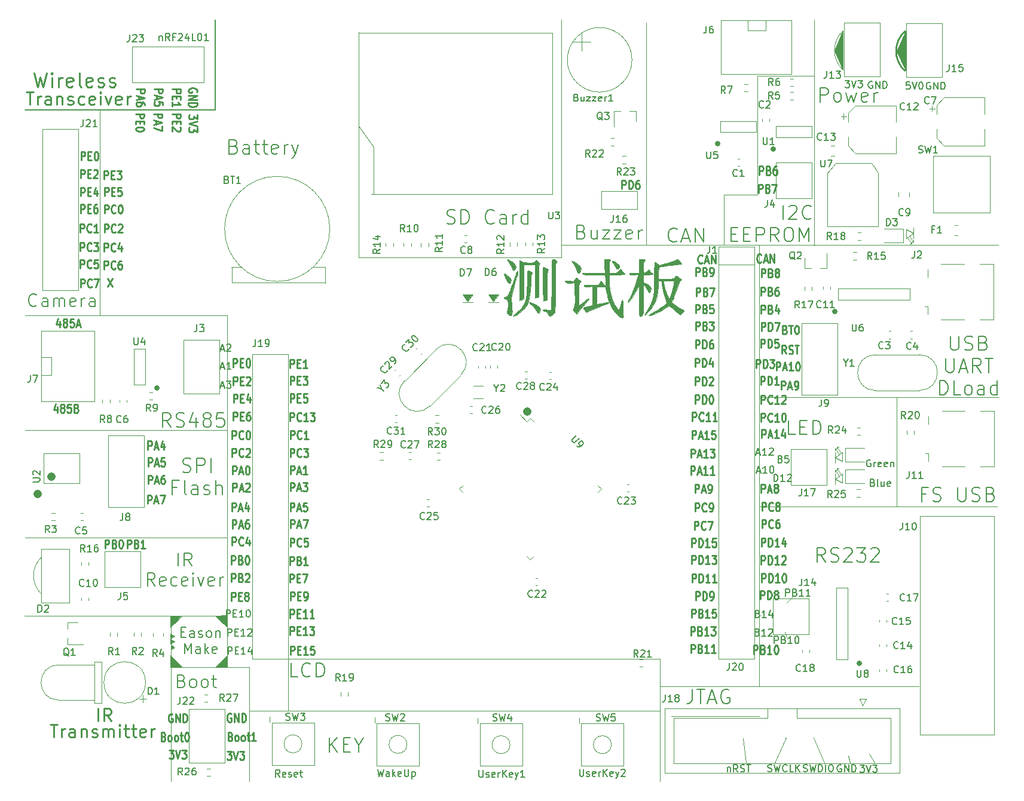
<source format=gbr>
%TF.GenerationSoftware,KiCad,Pcbnew,(5.1.10-1-10_14)*%
%TF.CreationDate,2021-07-27T16:47:55+08:00*%
%TF.ProjectId,mySTM32,6d795354-4d33-4322-9e6b-696361645f70,rev?*%
%TF.SameCoordinates,Original*%
%TF.FileFunction,Legend,Top*%
%TF.FilePolarity,Positive*%
%FSLAX46Y46*%
G04 Gerber Fmt 4.6, Leading zero omitted, Abs format (unit mm)*
G04 Created by KiCad (PCBNEW (5.1.10-1-10_14)) date 2021-07-27 16:47:55*
%MOMM*%
%LPD*%
G01*
G04 APERTURE LIST*
%ADD10C,0.120000*%
%ADD11C,0.150000*%
%ADD12C,0.250000*%
%ADD13C,0.100000*%
%ADD14C,0.010000*%
%ADD15C,1.200000*%
%ADD16C,0.800000*%
G04 APERTURE END LIST*
D10*
X40083740Y-71907400D02*
X30025340Y-71907400D01*
X39956740Y-71907400D02*
X58651140Y-71907400D01*
X146926300Y-135382000D02*
X146659600Y-134366000D01*
X150469600Y-135394700D02*
X149618700Y-134099300D01*
D11*
X145643695Y-135682100D02*
X145548457Y-135634480D01*
X145405600Y-135634480D01*
X145262742Y-135682100D01*
X145167504Y-135777338D01*
X145119885Y-135872576D01*
X145072266Y-136063052D01*
X145072266Y-136205909D01*
X145119885Y-136396385D01*
X145167504Y-136491623D01*
X145262742Y-136586861D01*
X145405600Y-136634480D01*
X145500838Y-136634480D01*
X145643695Y-136586861D01*
X145691314Y-136539242D01*
X145691314Y-136205909D01*
X145500838Y-136205909D01*
X146119885Y-136634480D02*
X146119885Y-135634480D01*
X146691314Y-136634480D01*
X146691314Y-135634480D01*
X147167504Y-136634480D02*
X147167504Y-135634480D01*
X147405600Y-135634480D01*
X147548457Y-135682100D01*
X147643695Y-135777338D01*
X147691314Y-135872576D01*
X147738933Y-136063052D01*
X147738933Y-136205909D01*
X147691314Y-136396385D01*
X147643695Y-136491623D01*
X147548457Y-136586861D01*
X147405600Y-136634480D01*
X147167504Y-136634480D01*
X148317104Y-135659880D02*
X148936152Y-135659880D01*
X148602819Y-136040833D01*
X148745676Y-136040833D01*
X148840914Y-136088452D01*
X148888533Y-136136071D01*
X148936152Y-136231309D01*
X148936152Y-136469404D01*
X148888533Y-136564642D01*
X148840914Y-136612261D01*
X148745676Y-136659880D01*
X148459961Y-136659880D01*
X148364723Y-136612261D01*
X148317104Y-136564642D01*
X149221866Y-135659880D02*
X149555200Y-136659880D01*
X149888533Y-135659880D01*
X150126628Y-135659880D02*
X150745676Y-135659880D01*
X150412342Y-136040833D01*
X150555200Y-136040833D01*
X150650438Y-136088452D01*
X150698057Y-136136071D01*
X150745676Y-136231309D01*
X150745676Y-136469404D01*
X150698057Y-136564642D01*
X150650438Y-136612261D01*
X150555200Y-136659880D01*
X150269485Y-136659880D01*
X150174247Y-136612261D01*
X150126628Y-136564642D01*
D10*
X143217900Y-135305800D02*
X141770100Y-131800600D01*
X137820400Y-131775200D02*
X137769600Y-131826000D01*
X136207500Y-135331200D02*
X137820400Y-131775200D01*
X132181600Y-135356600D02*
X131711700Y-131876800D01*
D11*
X140286052Y-136561461D02*
X140428909Y-136609080D01*
X140667004Y-136609080D01*
X140762242Y-136561461D01*
X140809861Y-136513842D01*
X140857480Y-136418604D01*
X140857480Y-136323366D01*
X140809861Y-136228128D01*
X140762242Y-136180509D01*
X140667004Y-136132890D01*
X140476528Y-136085271D01*
X140381290Y-136037652D01*
X140333671Y-135990033D01*
X140286052Y-135894795D01*
X140286052Y-135799557D01*
X140333671Y-135704319D01*
X140381290Y-135656700D01*
X140476528Y-135609080D01*
X140714623Y-135609080D01*
X140857480Y-135656700D01*
X141190814Y-135609080D02*
X141428909Y-136609080D01*
X141619385Y-135894795D01*
X141809861Y-136609080D01*
X142047957Y-135609080D01*
X142428909Y-136609080D02*
X142428909Y-135609080D01*
X142667004Y-135609080D01*
X142809861Y-135656700D01*
X142905100Y-135751938D01*
X142952719Y-135847176D01*
X143000338Y-136037652D01*
X143000338Y-136180509D01*
X142952719Y-136370985D01*
X142905100Y-136466223D01*
X142809861Y-136561461D01*
X142667004Y-136609080D01*
X142428909Y-136609080D01*
X143428909Y-136609080D02*
X143428909Y-135609080D01*
X144095576Y-135609080D02*
X144286052Y-135609080D01*
X144381290Y-135656700D01*
X144476528Y-135751938D01*
X144524147Y-135942414D01*
X144524147Y-136275747D01*
X144476528Y-136466223D01*
X144381290Y-136561461D01*
X144286052Y-136609080D01*
X144095576Y-136609080D01*
X144000338Y-136561461D01*
X143905100Y-136466223D01*
X143857480Y-136275747D01*
X143857480Y-135942414D01*
X143905100Y-135751938D01*
X144000338Y-135656700D01*
X144095576Y-135609080D01*
X135253695Y-136561461D02*
X135396552Y-136609080D01*
X135634647Y-136609080D01*
X135729885Y-136561461D01*
X135777504Y-136513842D01*
X135825123Y-136418604D01*
X135825123Y-136323366D01*
X135777504Y-136228128D01*
X135729885Y-136180509D01*
X135634647Y-136132890D01*
X135444171Y-136085271D01*
X135348933Y-136037652D01*
X135301314Y-135990033D01*
X135253695Y-135894795D01*
X135253695Y-135799557D01*
X135301314Y-135704319D01*
X135348933Y-135656700D01*
X135444171Y-135609080D01*
X135682266Y-135609080D01*
X135825123Y-135656700D01*
X136158457Y-135609080D02*
X136396552Y-136609080D01*
X136587028Y-135894795D01*
X136777504Y-136609080D01*
X137015600Y-135609080D01*
X137967980Y-136513842D02*
X137920361Y-136561461D01*
X137777504Y-136609080D01*
X137682266Y-136609080D01*
X137539409Y-136561461D01*
X137444171Y-136466223D01*
X137396552Y-136370985D01*
X137348933Y-136180509D01*
X137348933Y-136037652D01*
X137396552Y-135847176D01*
X137444171Y-135751938D01*
X137539409Y-135656700D01*
X137682266Y-135609080D01*
X137777504Y-135609080D01*
X137920361Y-135656700D01*
X137967980Y-135704319D01*
X138872742Y-136609080D02*
X138396552Y-136609080D01*
X138396552Y-135609080D01*
X139206076Y-136609080D02*
X139206076Y-135609080D01*
X139777504Y-136609080D02*
X139348933Y-136037652D01*
X139777504Y-135609080D02*
X139206076Y-136180509D01*
X129517971Y-135967814D02*
X129517971Y-136634480D01*
X129517971Y-136063052D02*
X129565590Y-136015433D01*
X129660828Y-135967814D01*
X129803685Y-135967814D01*
X129898923Y-136015433D01*
X129946542Y-136110671D01*
X129946542Y-136634480D01*
X130994161Y-136634480D02*
X130660828Y-136158290D01*
X130422733Y-136634480D02*
X130422733Y-135634480D01*
X130803685Y-135634480D01*
X130898923Y-135682100D01*
X130946542Y-135729719D01*
X130994161Y-135824957D01*
X130994161Y-135967814D01*
X130946542Y-136063052D01*
X130898923Y-136110671D01*
X130803685Y-136158290D01*
X130422733Y-136158290D01*
X131375114Y-136586861D02*
X131517971Y-136634480D01*
X131756066Y-136634480D01*
X131851304Y-136586861D01*
X131898923Y-136539242D01*
X131946542Y-136444004D01*
X131946542Y-136348766D01*
X131898923Y-136253528D01*
X131851304Y-136205909D01*
X131756066Y-136158290D01*
X131565590Y-136110671D01*
X131470352Y-136063052D01*
X131422733Y-136015433D01*
X131375114Y-135920195D01*
X131375114Y-135824957D01*
X131422733Y-135729719D01*
X131470352Y-135682100D01*
X131565590Y-135634480D01*
X131803685Y-135634480D01*
X131946542Y-135682100D01*
X132232257Y-135634480D02*
X132803685Y-135634480D01*
X132517971Y-136634480D02*
X132517971Y-135634480D01*
D12*
X67649933Y-120011757D02*
X67649933Y-118811757D01*
X68030885Y-118811757D01*
X68126123Y-118868900D01*
X68173742Y-118926042D01*
X68221361Y-119040328D01*
X68221361Y-119211757D01*
X68173742Y-119326042D01*
X68126123Y-119383185D01*
X68030885Y-119440328D01*
X67649933Y-119440328D01*
X68649933Y-119383185D02*
X68983266Y-119383185D01*
X69126123Y-120011757D02*
X68649933Y-120011757D01*
X68649933Y-118811757D01*
X69126123Y-118811757D01*
X70078504Y-120011757D02*
X69507076Y-120011757D01*
X69792790Y-120011757D02*
X69792790Y-118811757D01*
X69697552Y-118983185D01*
X69602314Y-119097471D01*
X69507076Y-119154614D01*
X70983266Y-118811757D02*
X70507076Y-118811757D01*
X70459457Y-119383185D01*
X70507076Y-119326042D01*
X70602314Y-119268900D01*
X70840409Y-119268900D01*
X70935647Y-119326042D01*
X70983266Y-119383185D01*
X71030885Y-119497471D01*
X71030885Y-119783185D01*
X70983266Y-119897471D01*
X70935647Y-119954614D01*
X70840409Y-120011757D01*
X70602314Y-120011757D01*
X70507076Y-119954614D01*
X70459457Y-119897471D01*
D11*
X58823433Y-119959380D02*
X58823433Y-118959380D01*
X59204385Y-118959380D01*
X59299623Y-119007000D01*
X59347242Y-119054619D01*
X59394861Y-119149857D01*
X59394861Y-119292714D01*
X59347242Y-119387952D01*
X59299623Y-119435571D01*
X59204385Y-119483190D01*
X58823433Y-119483190D01*
X59823433Y-119435571D02*
X60156766Y-119435571D01*
X60299623Y-119959380D02*
X59823433Y-119959380D01*
X59823433Y-118959380D01*
X60299623Y-118959380D01*
X61252004Y-119959380D02*
X60680576Y-119959380D01*
X60966290Y-119959380D02*
X60966290Y-118959380D01*
X60871052Y-119102238D01*
X60775814Y-119197476D01*
X60680576Y-119245095D01*
X62109147Y-119292714D02*
X62109147Y-119959380D01*
X61871052Y-118911761D02*
X61632957Y-119626047D01*
X62252004Y-119626047D01*
D12*
X67599133Y-117243157D02*
X67599133Y-116043157D01*
X67980085Y-116043157D01*
X68075323Y-116100300D01*
X68122942Y-116157442D01*
X68170561Y-116271728D01*
X68170561Y-116443157D01*
X68122942Y-116557442D01*
X68075323Y-116614585D01*
X67980085Y-116671728D01*
X67599133Y-116671728D01*
X68599133Y-116614585D02*
X68932466Y-116614585D01*
X69075323Y-117243157D02*
X68599133Y-117243157D01*
X68599133Y-116043157D01*
X69075323Y-116043157D01*
X70027704Y-117243157D02*
X69456276Y-117243157D01*
X69741990Y-117243157D02*
X69741990Y-116043157D01*
X69646752Y-116214585D01*
X69551514Y-116328871D01*
X69456276Y-116386014D01*
X70361038Y-116043157D02*
X70980085Y-116043157D01*
X70646752Y-116500300D01*
X70789609Y-116500300D01*
X70884847Y-116557442D01*
X70932466Y-116614585D01*
X70980085Y-116728871D01*
X70980085Y-117014585D01*
X70932466Y-117128871D01*
X70884847Y-117186014D01*
X70789609Y-117243157D01*
X70503895Y-117243157D01*
X70408657Y-117186014D01*
X70361038Y-117128871D01*
D11*
X58785333Y-117355880D02*
X58785333Y-116355880D01*
X59166285Y-116355880D01*
X59261523Y-116403500D01*
X59309142Y-116451119D01*
X59356761Y-116546357D01*
X59356761Y-116689214D01*
X59309142Y-116784452D01*
X59261523Y-116832071D01*
X59166285Y-116879690D01*
X58785333Y-116879690D01*
X59785333Y-116832071D02*
X60118666Y-116832071D01*
X60261523Y-117355880D02*
X59785333Y-117355880D01*
X59785333Y-116355880D01*
X60261523Y-116355880D01*
X61213904Y-117355880D02*
X60642476Y-117355880D01*
X60928190Y-117355880D02*
X60928190Y-116355880D01*
X60832952Y-116498738D01*
X60737714Y-116593976D01*
X60642476Y-116641595D01*
X61594857Y-116451119D02*
X61642476Y-116403500D01*
X61737714Y-116355880D01*
X61975809Y-116355880D01*
X62071047Y-116403500D01*
X62118666Y-116451119D01*
X62166285Y-116546357D01*
X62166285Y-116641595D01*
X62118666Y-116784452D01*
X61547238Y-117355880D01*
X62166285Y-117355880D01*
D12*
X67599133Y-114817457D02*
X67599133Y-113617457D01*
X67980085Y-113617457D01*
X68075323Y-113674600D01*
X68122942Y-113731742D01*
X68170561Y-113846028D01*
X68170561Y-114017457D01*
X68122942Y-114131742D01*
X68075323Y-114188885D01*
X67980085Y-114246028D01*
X67599133Y-114246028D01*
X68599133Y-114188885D02*
X68932466Y-114188885D01*
X69075323Y-114817457D02*
X68599133Y-114817457D01*
X68599133Y-113617457D01*
X69075323Y-113617457D01*
X70027704Y-114817457D02*
X69456276Y-114817457D01*
X69741990Y-114817457D02*
X69741990Y-113617457D01*
X69646752Y-113788885D01*
X69551514Y-113903171D01*
X69456276Y-113960314D01*
X70980085Y-114817457D02*
X70408657Y-114817457D01*
X70694371Y-114817457D02*
X70694371Y-113617457D01*
X70599133Y-113788885D01*
X70503895Y-113903171D01*
X70408657Y-113960314D01*
D11*
X58556733Y-114688880D02*
X58556733Y-113688880D01*
X58937685Y-113688880D01*
X59032923Y-113736500D01*
X59080542Y-113784119D01*
X59128161Y-113879357D01*
X59128161Y-114022214D01*
X59080542Y-114117452D01*
X59032923Y-114165071D01*
X58937685Y-114212690D01*
X58556733Y-114212690D01*
X59556733Y-114165071D02*
X59890066Y-114165071D01*
X60032923Y-114688880D02*
X59556733Y-114688880D01*
X59556733Y-113688880D01*
X60032923Y-113688880D01*
X60985304Y-114688880D02*
X60413876Y-114688880D01*
X60699590Y-114688880D02*
X60699590Y-113688880D01*
X60604352Y-113831738D01*
X60509114Y-113926976D01*
X60413876Y-113974595D01*
X61604352Y-113688880D02*
X61699590Y-113688880D01*
X61794828Y-113736500D01*
X61842447Y-113784119D01*
X61890066Y-113879357D01*
X61937685Y-114069833D01*
X61937685Y-114307928D01*
X61890066Y-114498404D01*
X61842447Y-114593642D01*
X61794828Y-114641261D01*
X61699590Y-114688880D01*
X61604352Y-114688880D01*
X61509114Y-114641261D01*
X61461495Y-114593642D01*
X61413876Y-114498404D01*
X61366257Y-114307928D01*
X61366257Y-114069833D01*
X61413876Y-113879357D01*
X61461495Y-113784119D01*
X61509114Y-113736500D01*
X61604352Y-113688880D01*
D12*
X67643523Y-112315557D02*
X67643523Y-111115557D01*
X68024476Y-111115557D01*
X68119714Y-111172700D01*
X68167333Y-111229842D01*
X68214952Y-111344128D01*
X68214952Y-111515557D01*
X68167333Y-111629842D01*
X68119714Y-111686985D01*
X68024476Y-111744128D01*
X67643523Y-111744128D01*
X68643523Y-111686985D02*
X68976857Y-111686985D01*
X69119714Y-112315557D02*
X68643523Y-112315557D01*
X68643523Y-111115557D01*
X69119714Y-111115557D01*
X69595904Y-112315557D02*
X69786380Y-112315557D01*
X69881619Y-112258414D01*
X69929238Y-112201271D01*
X70024476Y-112029842D01*
X70072095Y-111801271D01*
X70072095Y-111344128D01*
X70024476Y-111229842D01*
X69976857Y-111172700D01*
X69881619Y-111115557D01*
X69691142Y-111115557D01*
X69595904Y-111172700D01*
X69548285Y-111229842D01*
X69500666Y-111344128D01*
X69500666Y-111629842D01*
X69548285Y-111744128D01*
X69595904Y-111801271D01*
X69691142Y-111858414D01*
X69881619Y-111858414D01*
X69976857Y-111801271D01*
X70024476Y-111744128D01*
X70072095Y-111629842D01*
X59299623Y-112379057D02*
X59299623Y-111179057D01*
X59680576Y-111179057D01*
X59775814Y-111236200D01*
X59823433Y-111293342D01*
X59871052Y-111407628D01*
X59871052Y-111579057D01*
X59823433Y-111693342D01*
X59775814Y-111750485D01*
X59680576Y-111807628D01*
X59299623Y-111807628D01*
X60299623Y-111750485D02*
X60632957Y-111750485D01*
X60775814Y-112379057D02*
X60299623Y-112379057D01*
X60299623Y-111179057D01*
X60775814Y-111179057D01*
X61347242Y-111693342D02*
X61252004Y-111636200D01*
X61204385Y-111579057D01*
X61156766Y-111464771D01*
X61156766Y-111407628D01*
X61204385Y-111293342D01*
X61252004Y-111236200D01*
X61347242Y-111179057D01*
X61537719Y-111179057D01*
X61632957Y-111236200D01*
X61680576Y-111293342D01*
X61728195Y-111407628D01*
X61728195Y-111464771D01*
X61680576Y-111579057D01*
X61632957Y-111636200D01*
X61537719Y-111693342D01*
X61347242Y-111693342D01*
X61252004Y-111750485D01*
X61204385Y-111807628D01*
X61156766Y-111921914D01*
X61156766Y-112150485D01*
X61204385Y-112264771D01*
X61252004Y-112321914D01*
X61347242Y-112379057D01*
X61537719Y-112379057D01*
X61632957Y-112321914D01*
X61680576Y-112264771D01*
X61728195Y-112150485D01*
X61728195Y-111921914D01*
X61680576Y-111807628D01*
X61632957Y-111750485D01*
X61537719Y-111693342D01*
X67554623Y-109800957D02*
X67554623Y-108600957D01*
X67935576Y-108600957D01*
X68030814Y-108658100D01*
X68078433Y-108715242D01*
X68126052Y-108829528D01*
X68126052Y-109000957D01*
X68078433Y-109115242D01*
X68030814Y-109172385D01*
X67935576Y-109229528D01*
X67554623Y-109229528D01*
X68554623Y-109172385D02*
X68887957Y-109172385D01*
X69030814Y-109800957D02*
X68554623Y-109800957D01*
X68554623Y-108600957D01*
X69030814Y-108600957D01*
X69364147Y-108600957D02*
X70030814Y-108600957D01*
X69602242Y-109800957D01*
X59302804Y-109727297D02*
X59302804Y-108527297D01*
X59683757Y-108527297D01*
X59778995Y-108584440D01*
X59826614Y-108641582D01*
X59874233Y-108755868D01*
X59874233Y-108927297D01*
X59826614Y-109041582D01*
X59778995Y-109098725D01*
X59683757Y-109155868D01*
X59302804Y-109155868D01*
X60636138Y-109098725D02*
X60778995Y-109155868D01*
X60826614Y-109213011D01*
X60874233Y-109327297D01*
X60874233Y-109498725D01*
X60826614Y-109613011D01*
X60778995Y-109670154D01*
X60683757Y-109727297D01*
X60302804Y-109727297D01*
X60302804Y-108527297D01*
X60636138Y-108527297D01*
X60731376Y-108584440D01*
X60778995Y-108641582D01*
X60826614Y-108755868D01*
X60826614Y-108870154D01*
X60778995Y-108984440D01*
X60731376Y-109041582D01*
X60636138Y-109098725D01*
X60302804Y-109098725D01*
X61255185Y-108641582D02*
X61302804Y-108584440D01*
X61398042Y-108527297D01*
X61636138Y-108527297D01*
X61731376Y-108584440D01*
X61778995Y-108641582D01*
X61826614Y-108755868D01*
X61826614Y-108870154D01*
X61778995Y-109041582D01*
X61207566Y-109727297D01*
X61826614Y-109727297D01*
X67570504Y-107301597D02*
X67570504Y-106101597D01*
X67951457Y-106101597D01*
X68046695Y-106158740D01*
X68094314Y-106215882D01*
X68141933Y-106330168D01*
X68141933Y-106501597D01*
X68094314Y-106615882D01*
X68046695Y-106673025D01*
X67951457Y-106730168D01*
X67570504Y-106730168D01*
X68903838Y-106673025D02*
X69046695Y-106730168D01*
X69094314Y-106787311D01*
X69141933Y-106901597D01*
X69141933Y-107073025D01*
X69094314Y-107187311D01*
X69046695Y-107244454D01*
X68951457Y-107301597D01*
X68570504Y-107301597D01*
X68570504Y-106101597D01*
X68903838Y-106101597D01*
X68999076Y-106158740D01*
X69046695Y-106215882D01*
X69094314Y-106330168D01*
X69094314Y-106444454D01*
X69046695Y-106558740D01*
X68999076Y-106615882D01*
X68903838Y-106673025D01*
X68570504Y-106673025D01*
X70094314Y-107301597D02*
X69522885Y-107301597D01*
X69808600Y-107301597D02*
X69808600Y-106101597D01*
X69713361Y-106273025D01*
X69618123Y-106387311D01*
X69522885Y-106444454D01*
X59264704Y-107199997D02*
X59264704Y-105999997D01*
X59645657Y-105999997D01*
X59740895Y-106057140D01*
X59788514Y-106114282D01*
X59836133Y-106228568D01*
X59836133Y-106399997D01*
X59788514Y-106514282D01*
X59740895Y-106571425D01*
X59645657Y-106628568D01*
X59264704Y-106628568D01*
X60598038Y-106571425D02*
X60740895Y-106628568D01*
X60788514Y-106685711D01*
X60836133Y-106799997D01*
X60836133Y-106971425D01*
X60788514Y-107085711D01*
X60740895Y-107142854D01*
X60645657Y-107199997D01*
X60264704Y-107199997D01*
X60264704Y-105999997D01*
X60598038Y-105999997D01*
X60693276Y-106057140D01*
X60740895Y-106114282D01*
X60788514Y-106228568D01*
X60788514Y-106342854D01*
X60740895Y-106457140D01*
X60693276Y-106514282D01*
X60598038Y-106571425D01*
X60264704Y-106571425D01*
X61455180Y-105999997D02*
X61550419Y-105999997D01*
X61645657Y-106057140D01*
X61693276Y-106114282D01*
X61740895Y-106228568D01*
X61788514Y-106457140D01*
X61788514Y-106742854D01*
X61740895Y-106971425D01*
X61693276Y-107085711D01*
X61645657Y-107142854D01*
X61550419Y-107199997D01*
X61455180Y-107199997D01*
X61359942Y-107142854D01*
X61312323Y-107085711D01*
X61264704Y-106971425D01*
X61217085Y-106742854D01*
X61217085Y-106457140D01*
X61264704Y-106228568D01*
X61312323Y-106114282D01*
X61359942Y-106057140D01*
X61455180Y-105999997D01*
X67621304Y-104698097D02*
X67621304Y-103498097D01*
X68002257Y-103498097D01*
X68097495Y-103555240D01*
X68145114Y-103612382D01*
X68192733Y-103726668D01*
X68192733Y-103898097D01*
X68145114Y-104012382D01*
X68097495Y-104069525D01*
X68002257Y-104126668D01*
X67621304Y-104126668D01*
X69192733Y-104583811D02*
X69145114Y-104640954D01*
X69002257Y-104698097D01*
X68907019Y-104698097D01*
X68764161Y-104640954D01*
X68668923Y-104526668D01*
X68621304Y-104412382D01*
X68573685Y-104183811D01*
X68573685Y-104012382D01*
X68621304Y-103783811D01*
X68668923Y-103669525D01*
X68764161Y-103555240D01*
X68907019Y-103498097D01*
X69002257Y-103498097D01*
X69145114Y-103555240D01*
X69192733Y-103612382D01*
X70097495Y-103498097D02*
X69621304Y-103498097D01*
X69573685Y-104069525D01*
X69621304Y-104012382D01*
X69716542Y-103955240D01*
X69954638Y-103955240D01*
X70049876Y-104012382D01*
X70097495Y-104069525D01*
X70145114Y-104183811D01*
X70145114Y-104469525D01*
X70097495Y-104583811D01*
X70049876Y-104640954D01*
X69954638Y-104698097D01*
X69716542Y-104698097D01*
X69621304Y-104640954D01*
X69573685Y-104583811D01*
X59366304Y-104568557D02*
X59366304Y-103368557D01*
X59747257Y-103368557D01*
X59842495Y-103425700D01*
X59890114Y-103482842D01*
X59937733Y-103597128D01*
X59937733Y-103768557D01*
X59890114Y-103882842D01*
X59842495Y-103939985D01*
X59747257Y-103997128D01*
X59366304Y-103997128D01*
X60937733Y-104454271D02*
X60890114Y-104511414D01*
X60747257Y-104568557D01*
X60652019Y-104568557D01*
X60509161Y-104511414D01*
X60413923Y-104397128D01*
X60366304Y-104282842D01*
X60318685Y-104054271D01*
X60318685Y-103882842D01*
X60366304Y-103654271D01*
X60413923Y-103539985D01*
X60509161Y-103425700D01*
X60652019Y-103368557D01*
X60747257Y-103368557D01*
X60890114Y-103425700D01*
X60937733Y-103482842D01*
X61794876Y-103768557D02*
X61794876Y-104568557D01*
X61556780Y-103311414D02*
X61318685Y-104168557D01*
X61937733Y-104168557D01*
X67629233Y-96849497D02*
X67629233Y-95649497D01*
X68010185Y-95649497D01*
X68105423Y-95706640D01*
X68153042Y-95763782D01*
X68200661Y-95878068D01*
X68200661Y-96049497D01*
X68153042Y-96163782D01*
X68105423Y-96220925D01*
X68010185Y-96278068D01*
X67629233Y-96278068D01*
X68581614Y-96506640D02*
X69057804Y-96506640D01*
X68486376Y-96849497D02*
X68819709Y-95649497D01*
X69153042Y-96849497D01*
X69391138Y-95649497D02*
X70010185Y-95649497D01*
X69676852Y-96106640D01*
X69819709Y-96106640D01*
X69914947Y-96163782D01*
X69962566Y-96220925D01*
X70010185Y-96335211D01*
X70010185Y-96620925D01*
X69962566Y-96735211D01*
X69914947Y-96792354D01*
X69819709Y-96849497D01*
X69533995Y-96849497D01*
X69438757Y-96792354D01*
X69391138Y-96735211D01*
X59475833Y-96887597D02*
X59475833Y-95687597D01*
X59856785Y-95687597D01*
X59952023Y-95744740D01*
X59999642Y-95801882D01*
X60047261Y-95916168D01*
X60047261Y-96087597D01*
X59999642Y-96201882D01*
X59952023Y-96259025D01*
X59856785Y-96316168D01*
X59475833Y-96316168D01*
X60428214Y-96544740D02*
X60904404Y-96544740D01*
X60332976Y-96887597D02*
X60666309Y-95687597D01*
X60999642Y-96887597D01*
X61285357Y-95801882D02*
X61332976Y-95744740D01*
X61428214Y-95687597D01*
X61666309Y-95687597D01*
X61761547Y-95744740D01*
X61809166Y-95801882D01*
X61856785Y-95916168D01*
X61856785Y-96030454D01*
X61809166Y-96201882D01*
X61237738Y-96887597D01*
X61856785Y-96887597D01*
X67629233Y-94423797D02*
X67629233Y-93223797D01*
X68010185Y-93223797D01*
X68105423Y-93280940D01*
X68153042Y-93338082D01*
X68200661Y-93452368D01*
X68200661Y-93623797D01*
X68153042Y-93738082D01*
X68105423Y-93795225D01*
X68010185Y-93852368D01*
X67629233Y-93852368D01*
X68581614Y-94080940D02*
X69057804Y-94080940D01*
X68486376Y-94423797D02*
X68819709Y-93223797D01*
X69153042Y-94423797D01*
X70010185Y-94423797D02*
X69438757Y-94423797D01*
X69724471Y-94423797D02*
X69724471Y-93223797D01*
X69629233Y-93395225D01*
X69533995Y-93509511D01*
X69438757Y-93566654D01*
X59450433Y-94474597D02*
X59450433Y-93274597D01*
X59831385Y-93274597D01*
X59926623Y-93331740D01*
X59974242Y-93388882D01*
X60021861Y-93503168D01*
X60021861Y-93674597D01*
X59974242Y-93788882D01*
X59926623Y-93846025D01*
X59831385Y-93903168D01*
X59450433Y-93903168D01*
X60402814Y-94131740D02*
X60879004Y-94131740D01*
X60307576Y-94474597D02*
X60640909Y-93274597D01*
X60974242Y-94474597D01*
X61498052Y-93274597D02*
X61593290Y-93274597D01*
X61688528Y-93331740D01*
X61736147Y-93388882D01*
X61783766Y-93503168D01*
X61831385Y-93731740D01*
X61831385Y-94017454D01*
X61783766Y-94246025D01*
X61736147Y-94360311D01*
X61688528Y-94417454D01*
X61593290Y-94474597D01*
X61498052Y-94474597D01*
X61402814Y-94417454D01*
X61355195Y-94360311D01*
X61307576Y-94246025D01*
X61259957Y-94017454D01*
X61259957Y-93731740D01*
X61307576Y-93503168D01*
X61355195Y-93388882D01*
X61402814Y-93331740D01*
X61498052Y-93274597D01*
X67589614Y-86915557D02*
X67589614Y-85715557D01*
X67970566Y-85715557D01*
X68065804Y-85772700D01*
X68113423Y-85829842D01*
X68161042Y-85944128D01*
X68161042Y-86115557D01*
X68113423Y-86229842D01*
X68065804Y-86286985D01*
X67970566Y-86344128D01*
X67589614Y-86344128D01*
X69161042Y-86801271D02*
X69113423Y-86858414D01*
X68970566Y-86915557D01*
X68875328Y-86915557D01*
X68732471Y-86858414D01*
X68637233Y-86744128D01*
X68589614Y-86629842D01*
X68541995Y-86401271D01*
X68541995Y-86229842D01*
X68589614Y-86001271D01*
X68637233Y-85886985D01*
X68732471Y-85772700D01*
X68875328Y-85715557D01*
X68970566Y-85715557D01*
X69113423Y-85772700D01*
X69161042Y-85829842D01*
X70113423Y-86915557D02*
X69541995Y-86915557D01*
X69827709Y-86915557D02*
X69827709Y-85715557D01*
X69732471Y-85886985D01*
X69637233Y-86001271D01*
X69541995Y-86058414D01*
X70446757Y-85715557D02*
X71065804Y-85715557D01*
X70732471Y-86172700D01*
X70875328Y-86172700D01*
X70970566Y-86229842D01*
X71018185Y-86286985D01*
X71065804Y-86401271D01*
X71065804Y-86686985D01*
X71018185Y-86801271D01*
X70970566Y-86858414D01*
X70875328Y-86915557D01*
X70589614Y-86915557D01*
X70494376Y-86858414D01*
X70446757Y-86801271D01*
X67608604Y-92008257D02*
X67608604Y-90808257D01*
X67989557Y-90808257D01*
X68084795Y-90865400D01*
X68132414Y-90922542D01*
X68180033Y-91036828D01*
X68180033Y-91208257D01*
X68132414Y-91322542D01*
X68084795Y-91379685D01*
X67989557Y-91436828D01*
X67608604Y-91436828D01*
X69180033Y-91893971D02*
X69132414Y-91951114D01*
X68989557Y-92008257D01*
X68894319Y-92008257D01*
X68751461Y-91951114D01*
X68656223Y-91836828D01*
X68608604Y-91722542D01*
X68560985Y-91493971D01*
X68560985Y-91322542D01*
X68608604Y-91093971D01*
X68656223Y-90979685D01*
X68751461Y-90865400D01*
X68894319Y-90808257D01*
X68989557Y-90808257D01*
X69132414Y-90865400D01*
X69180033Y-90922542D01*
X69513366Y-90808257D02*
X70132414Y-90808257D01*
X69799080Y-91265400D01*
X69941938Y-91265400D01*
X70037176Y-91322542D01*
X70084795Y-91379685D01*
X70132414Y-91493971D01*
X70132414Y-91779685D01*
X70084795Y-91893971D01*
X70037176Y-91951114D01*
X69941938Y-92008257D01*
X69656223Y-92008257D01*
X69560985Y-91951114D01*
X69513366Y-91893971D01*
X59391704Y-91970157D02*
X59391704Y-90770157D01*
X59772657Y-90770157D01*
X59867895Y-90827300D01*
X59915514Y-90884442D01*
X59963133Y-90998728D01*
X59963133Y-91170157D01*
X59915514Y-91284442D01*
X59867895Y-91341585D01*
X59772657Y-91398728D01*
X59391704Y-91398728D01*
X60963133Y-91855871D02*
X60915514Y-91913014D01*
X60772657Y-91970157D01*
X60677419Y-91970157D01*
X60534561Y-91913014D01*
X60439323Y-91798728D01*
X60391704Y-91684442D01*
X60344085Y-91455871D01*
X60344085Y-91284442D01*
X60391704Y-91055871D01*
X60439323Y-90941585D01*
X60534561Y-90827300D01*
X60677419Y-90770157D01*
X60772657Y-90770157D01*
X60915514Y-90827300D01*
X60963133Y-90884442D01*
X61344085Y-90884442D02*
X61391704Y-90827300D01*
X61486942Y-90770157D01*
X61725038Y-90770157D01*
X61820276Y-90827300D01*
X61867895Y-90884442D01*
X61915514Y-90998728D01*
X61915514Y-91113014D01*
X61867895Y-91284442D01*
X61296466Y-91970157D01*
X61915514Y-91970157D01*
X67634004Y-89430157D02*
X67634004Y-88230157D01*
X68014957Y-88230157D01*
X68110195Y-88287300D01*
X68157814Y-88344442D01*
X68205433Y-88458728D01*
X68205433Y-88630157D01*
X68157814Y-88744442D01*
X68110195Y-88801585D01*
X68014957Y-88858728D01*
X67634004Y-88858728D01*
X69205433Y-89315871D02*
X69157814Y-89373014D01*
X69014957Y-89430157D01*
X68919719Y-89430157D01*
X68776861Y-89373014D01*
X68681623Y-89258728D01*
X68634004Y-89144442D01*
X68586385Y-88915871D01*
X68586385Y-88744442D01*
X68634004Y-88515871D01*
X68681623Y-88401585D01*
X68776861Y-88287300D01*
X68919719Y-88230157D01*
X69014957Y-88230157D01*
X69157814Y-88287300D01*
X69205433Y-88344442D01*
X70157814Y-89430157D02*
X69586385Y-89430157D01*
X69872100Y-89430157D02*
X69872100Y-88230157D01*
X69776861Y-88401585D01*
X69681623Y-88515871D01*
X69586385Y-88573014D01*
X59391704Y-89480957D02*
X59391704Y-88280957D01*
X59772657Y-88280957D01*
X59867895Y-88338100D01*
X59915514Y-88395242D01*
X59963133Y-88509528D01*
X59963133Y-88680957D01*
X59915514Y-88795242D01*
X59867895Y-88852385D01*
X59772657Y-88909528D01*
X59391704Y-88909528D01*
X60963133Y-89366671D02*
X60915514Y-89423814D01*
X60772657Y-89480957D01*
X60677419Y-89480957D01*
X60534561Y-89423814D01*
X60439323Y-89309528D01*
X60391704Y-89195242D01*
X60344085Y-88966671D01*
X60344085Y-88795242D01*
X60391704Y-88566671D01*
X60439323Y-88452385D01*
X60534561Y-88338100D01*
X60677419Y-88280957D01*
X60772657Y-88280957D01*
X60915514Y-88338100D01*
X60963133Y-88395242D01*
X61582180Y-88280957D02*
X61677419Y-88280957D01*
X61772657Y-88338100D01*
X61820276Y-88395242D01*
X61867895Y-88509528D01*
X61915514Y-88738100D01*
X61915514Y-89023814D01*
X61867895Y-89252385D01*
X61820276Y-89366671D01*
X61772657Y-89423814D01*
X61677419Y-89480957D01*
X61582180Y-89480957D01*
X61486942Y-89423814D01*
X61439323Y-89366671D01*
X61391704Y-89252385D01*
X61344085Y-89023814D01*
X61344085Y-88738100D01*
X61391704Y-88509528D01*
X61439323Y-88395242D01*
X61486942Y-88338100D01*
X61582180Y-88280957D01*
X59553623Y-86839357D02*
X59553623Y-85639357D01*
X59934576Y-85639357D01*
X60029814Y-85696500D01*
X60077433Y-85753642D01*
X60125052Y-85867928D01*
X60125052Y-86039357D01*
X60077433Y-86153642D01*
X60029814Y-86210785D01*
X59934576Y-86267928D01*
X59553623Y-86267928D01*
X60553623Y-86210785D02*
X60886957Y-86210785D01*
X61029814Y-86839357D02*
X60553623Y-86839357D01*
X60553623Y-85639357D01*
X61029814Y-85639357D01*
X61886957Y-85639357D02*
X61696480Y-85639357D01*
X61601242Y-85696500D01*
X61553623Y-85753642D01*
X61458385Y-85925071D01*
X61410766Y-86153642D01*
X61410766Y-86610785D01*
X61458385Y-86725071D01*
X61506004Y-86782214D01*
X61601242Y-86839357D01*
X61791719Y-86839357D01*
X61886957Y-86782214D01*
X61934576Y-86725071D01*
X61982195Y-86610785D01*
X61982195Y-86325071D01*
X61934576Y-86210785D01*
X61886957Y-86153642D01*
X61791719Y-86096500D01*
X61601242Y-86096500D01*
X61506004Y-86153642D01*
X61458385Y-86210785D01*
X61410766Y-86325071D01*
X67618123Y-84261257D02*
X67618123Y-83061257D01*
X67999076Y-83061257D01*
X68094314Y-83118400D01*
X68141933Y-83175542D01*
X68189552Y-83289828D01*
X68189552Y-83461257D01*
X68141933Y-83575542D01*
X68094314Y-83632685D01*
X67999076Y-83689828D01*
X67618123Y-83689828D01*
X68618123Y-83632685D02*
X68951457Y-83632685D01*
X69094314Y-84261257D02*
X68618123Y-84261257D01*
X68618123Y-83061257D01*
X69094314Y-83061257D01*
X69999076Y-83061257D02*
X69522885Y-83061257D01*
X69475266Y-83632685D01*
X69522885Y-83575542D01*
X69618123Y-83518400D01*
X69856219Y-83518400D01*
X69951457Y-83575542D01*
X69999076Y-83632685D01*
X70046695Y-83746971D01*
X70046695Y-84032685D01*
X69999076Y-84146971D01*
X69951457Y-84204114D01*
X69856219Y-84261257D01*
X69618123Y-84261257D01*
X69522885Y-84204114D01*
X69475266Y-84146971D01*
X59579023Y-84299357D02*
X59579023Y-83099357D01*
X59959976Y-83099357D01*
X60055214Y-83156500D01*
X60102833Y-83213642D01*
X60150452Y-83327928D01*
X60150452Y-83499357D01*
X60102833Y-83613642D01*
X60055214Y-83670785D01*
X59959976Y-83727928D01*
X59579023Y-83727928D01*
X60579023Y-83670785D02*
X60912357Y-83670785D01*
X61055214Y-84299357D02*
X60579023Y-84299357D01*
X60579023Y-83099357D01*
X61055214Y-83099357D01*
X61912357Y-83499357D02*
X61912357Y-84299357D01*
X61674261Y-83042214D02*
X61436166Y-83899357D01*
X62055214Y-83899357D01*
X67618123Y-81772057D02*
X67618123Y-80572057D01*
X67999076Y-80572057D01*
X68094314Y-80629200D01*
X68141933Y-80686342D01*
X68189552Y-80800628D01*
X68189552Y-80972057D01*
X68141933Y-81086342D01*
X68094314Y-81143485D01*
X67999076Y-81200628D01*
X67618123Y-81200628D01*
X68618123Y-81143485D02*
X68951457Y-81143485D01*
X69094314Y-81772057D02*
X68618123Y-81772057D01*
X68618123Y-80572057D01*
X69094314Y-80572057D01*
X69427647Y-80572057D02*
X70046695Y-80572057D01*
X69713361Y-81029200D01*
X69856219Y-81029200D01*
X69951457Y-81086342D01*
X69999076Y-81143485D01*
X70046695Y-81257771D01*
X70046695Y-81543485D01*
X69999076Y-81657771D01*
X69951457Y-81714914D01*
X69856219Y-81772057D01*
X69570504Y-81772057D01*
X69475266Y-81714914D01*
X69427647Y-81657771D01*
X59553623Y-81835557D02*
X59553623Y-80635557D01*
X59934576Y-80635557D01*
X60029814Y-80692700D01*
X60077433Y-80749842D01*
X60125052Y-80864128D01*
X60125052Y-81035557D01*
X60077433Y-81149842D01*
X60029814Y-81206985D01*
X59934576Y-81264128D01*
X59553623Y-81264128D01*
X60553623Y-81206985D02*
X60886957Y-81206985D01*
X61029814Y-81835557D02*
X60553623Y-81835557D01*
X60553623Y-80635557D01*
X61029814Y-80635557D01*
X61410766Y-80749842D02*
X61458385Y-80692700D01*
X61553623Y-80635557D01*
X61791719Y-80635557D01*
X61886957Y-80692700D01*
X61934576Y-80749842D01*
X61982195Y-80864128D01*
X61982195Y-80978414D01*
X61934576Y-81149842D01*
X61363147Y-81835557D01*
X61982195Y-81835557D01*
X67592723Y-79371757D02*
X67592723Y-78171757D01*
X67973676Y-78171757D01*
X68068914Y-78228900D01*
X68116533Y-78286042D01*
X68164152Y-78400328D01*
X68164152Y-78571757D01*
X68116533Y-78686042D01*
X68068914Y-78743185D01*
X67973676Y-78800328D01*
X67592723Y-78800328D01*
X68592723Y-78743185D02*
X68926057Y-78743185D01*
X69068914Y-79371757D02*
X68592723Y-79371757D01*
X68592723Y-78171757D01*
X69068914Y-78171757D01*
X70021295Y-79371757D02*
X69449866Y-79371757D01*
X69735580Y-79371757D02*
X69735580Y-78171757D01*
X69640342Y-78343185D01*
X69545104Y-78457471D01*
X69449866Y-78514614D01*
X59502823Y-79257457D02*
X59502823Y-78057457D01*
X59883776Y-78057457D01*
X59979014Y-78114600D01*
X60026633Y-78171742D01*
X60074252Y-78286028D01*
X60074252Y-78457457D01*
X60026633Y-78571742D01*
X59979014Y-78628885D01*
X59883776Y-78686028D01*
X59502823Y-78686028D01*
X60502823Y-78628885D02*
X60836157Y-78628885D01*
X60979014Y-79257457D02*
X60502823Y-79257457D01*
X60502823Y-78057457D01*
X60979014Y-78057457D01*
X61598061Y-78057457D02*
X61693300Y-78057457D01*
X61788538Y-78114600D01*
X61836157Y-78171742D01*
X61883776Y-78286028D01*
X61931395Y-78514600D01*
X61931395Y-78800314D01*
X61883776Y-79028885D01*
X61836157Y-79143171D01*
X61788538Y-79200314D01*
X61693300Y-79257457D01*
X61598061Y-79257457D01*
X61502823Y-79200314D01*
X61455204Y-79143171D01*
X61407585Y-79028885D01*
X61359966Y-78800314D01*
X61359966Y-78514600D01*
X61407585Y-78286028D01*
X61455204Y-78171742D01*
X61502823Y-78114600D01*
X61598061Y-78057457D01*
X134307342Y-64334971D02*
X134259723Y-64392114D01*
X134116866Y-64449257D01*
X134021628Y-64449257D01*
X133878771Y-64392114D01*
X133783533Y-64277828D01*
X133735914Y-64163542D01*
X133688295Y-63934971D01*
X133688295Y-63763542D01*
X133735914Y-63534971D01*
X133783533Y-63420685D01*
X133878771Y-63306400D01*
X134021628Y-63249257D01*
X134116866Y-63249257D01*
X134259723Y-63306400D01*
X134307342Y-63363542D01*
X134688295Y-64106400D02*
X135164485Y-64106400D01*
X134593057Y-64449257D02*
X134926390Y-63249257D01*
X135259723Y-64449257D01*
X135593057Y-64449257D02*
X135593057Y-63249257D01*
X136164485Y-64449257D01*
X136164485Y-63249257D01*
X125965982Y-64444191D02*
X125918363Y-64501334D01*
X125775506Y-64558477D01*
X125680268Y-64558477D01*
X125537411Y-64501334D01*
X125442173Y-64387048D01*
X125394554Y-64272762D01*
X125346935Y-64044191D01*
X125346935Y-63872762D01*
X125394554Y-63644191D01*
X125442173Y-63529905D01*
X125537411Y-63415620D01*
X125680268Y-63358477D01*
X125775506Y-63358477D01*
X125918363Y-63415620D01*
X125965982Y-63472762D01*
X126346935Y-64215620D02*
X126823125Y-64215620D01*
X126251697Y-64558477D02*
X126585030Y-63358477D01*
X126918363Y-64558477D01*
X127251697Y-64558477D02*
X127251697Y-63358477D01*
X127823125Y-64558477D01*
X127823125Y-63358477D01*
D13*
G36*
X154762200Y-37236400D02*
G01*
X153517600Y-34467800D01*
X154762200Y-31648400D01*
X154762200Y-37236400D01*
G37*
X154762200Y-37236400D02*
X153517600Y-34467800D01*
X154762200Y-31648400D01*
X154762200Y-37236400D01*
G36*
X145923000Y-37160200D02*
G01*
X144678400Y-34391600D01*
X145923000Y-31572200D01*
X145923000Y-37160200D01*
G37*
X145923000Y-37160200D02*
X144678400Y-34391600D01*
X145923000Y-31572200D01*
X145923000Y-37160200D01*
D12*
X154638608Y-37241647D02*
G75*
G02*
X154660600Y-31673800I2561992J2773848D01*
G01*
D10*
X145901008Y-37140047D02*
G75*
G02*
X145923000Y-31572200I2561992J2773848D01*
G01*
D12*
X133235914Y-119897457D02*
X133235914Y-118697457D01*
X133616866Y-118697457D01*
X133712104Y-118754600D01*
X133759723Y-118811742D01*
X133807342Y-118926028D01*
X133807342Y-119097457D01*
X133759723Y-119211742D01*
X133712104Y-119268885D01*
X133616866Y-119326028D01*
X133235914Y-119326028D01*
X134569247Y-119268885D02*
X134712104Y-119326028D01*
X134759723Y-119383171D01*
X134807342Y-119497457D01*
X134807342Y-119668885D01*
X134759723Y-119783171D01*
X134712104Y-119840314D01*
X134616866Y-119897457D01*
X134235914Y-119897457D01*
X134235914Y-118697457D01*
X134569247Y-118697457D01*
X134664485Y-118754600D01*
X134712104Y-118811742D01*
X134759723Y-118926028D01*
X134759723Y-119040314D01*
X134712104Y-119154600D01*
X134664485Y-119211742D01*
X134569247Y-119268885D01*
X134235914Y-119268885D01*
X135759723Y-119897457D02*
X135188295Y-119897457D01*
X135474009Y-119897457D02*
X135474009Y-118697457D01*
X135378771Y-118868885D01*
X135283533Y-118983171D01*
X135188295Y-119040314D01*
X136378771Y-118697457D02*
X136474009Y-118697457D01*
X136569247Y-118754600D01*
X136616866Y-118811742D01*
X136664485Y-118926028D01*
X136712104Y-119154600D01*
X136712104Y-119440314D01*
X136664485Y-119668885D01*
X136616866Y-119783171D01*
X136569247Y-119840314D01*
X136474009Y-119897457D01*
X136378771Y-119897457D01*
X136283533Y-119840314D01*
X136235914Y-119783171D01*
X136188295Y-119668885D01*
X136140676Y-119440314D01*
X136140676Y-119154600D01*
X136188295Y-118926028D01*
X136235914Y-118811742D01*
X136283533Y-118754600D01*
X136378771Y-118697457D01*
X124371314Y-119770457D02*
X124371314Y-118570457D01*
X124752266Y-118570457D01*
X124847504Y-118627600D01*
X124895123Y-118684742D01*
X124942742Y-118799028D01*
X124942742Y-118970457D01*
X124895123Y-119084742D01*
X124847504Y-119141885D01*
X124752266Y-119199028D01*
X124371314Y-119199028D01*
X125704647Y-119141885D02*
X125847504Y-119199028D01*
X125895123Y-119256171D01*
X125942742Y-119370457D01*
X125942742Y-119541885D01*
X125895123Y-119656171D01*
X125847504Y-119713314D01*
X125752266Y-119770457D01*
X125371314Y-119770457D01*
X125371314Y-118570457D01*
X125704647Y-118570457D01*
X125799885Y-118627600D01*
X125847504Y-118684742D01*
X125895123Y-118799028D01*
X125895123Y-118913314D01*
X125847504Y-119027600D01*
X125799885Y-119084742D01*
X125704647Y-119141885D01*
X125371314Y-119141885D01*
X126895123Y-119770457D02*
X126323695Y-119770457D01*
X126609409Y-119770457D02*
X126609409Y-118570457D01*
X126514171Y-118741885D01*
X126418933Y-118856171D01*
X126323695Y-118913314D01*
X127847504Y-119770457D02*
X127276076Y-119770457D01*
X127561790Y-119770457D02*
X127561790Y-118570457D01*
X127466552Y-118741885D01*
X127371314Y-118856171D01*
X127276076Y-118913314D01*
D11*
X133789847Y-116839691D02*
X133932704Y-116887310D01*
X133980323Y-116934929D01*
X134027942Y-117030167D01*
X134027942Y-117173024D01*
X133980323Y-117268262D01*
X133932704Y-117315881D01*
X133837466Y-117363500D01*
X133456514Y-117363500D01*
X133456514Y-116363500D01*
X133789847Y-116363500D01*
X133885085Y-116411120D01*
X133932704Y-116458739D01*
X133980323Y-116553977D01*
X133980323Y-116649215D01*
X133932704Y-116744453D01*
X133885085Y-116792072D01*
X133789847Y-116839691D01*
X133456514Y-116839691D01*
X134980323Y-117363500D02*
X134408895Y-117363500D01*
X134694609Y-117363500D02*
X134694609Y-116363500D01*
X134599371Y-116506358D01*
X134504133Y-116601596D01*
X134408895Y-116649215D01*
X135361276Y-116458739D02*
X135408895Y-116411120D01*
X135504133Y-116363500D01*
X135742228Y-116363500D01*
X135837466Y-116411120D01*
X135885085Y-116458739D01*
X135932704Y-116553977D01*
X135932704Y-116649215D01*
X135885085Y-116792072D01*
X135313657Y-117363500D01*
X135932704Y-117363500D01*
D12*
X124345914Y-117281257D02*
X124345914Y-116081257D01*
X124726866Y-116081257D01*
X124822104Y-116138400D01*
X124869723Y-116195542D01*
X124917342Y-116309828D01*
X124917342Y-116481257D01*
X124869723Y-116595542D01*
X124822104Y-116652685D01*
X124726866Y-116709828D01*
X124345914Y-116709828D01*
X125679247Y-116652685D02*
X125822104Y-116709828D01*
X125869723Y-116766971D01*
X125917342Y-116881257D01*
X125917342Y-117052685D01*
X125869723Y-117166971D01*
X125822104Y-117224114D01*
X125726866Y-117281257D01*
X125345914Y-117281257D01*
X125345914Y-116081257D01*
X125679247Y-116081257D01*
X125774485Y-116138400D01*
X125822104Y-116195542D01*
X125869723Y-116309828D01*
X125869723Y-116424114D01*
X125822104Y-116538400D01*
X125774485Y-116595542D01*
X125679247Y-116652685D01*
X125345914Y-116652685D01*
X126869723Y-117281257D02*
X126298295Y-117281257D01*
X126584009Y-117281257D02*
X126584009Y-116081257D01*
X126488771Y-116252685D01*
X126393533Y-116366971D01*
X126298295Y-116424114D01*
X127203057Y-116081257D02*
X127822104Y-116081257D01*
X127488771Y-116538400D01*
X127631628Y-116538400D01*
X127726866Y-116595542D01*
X127774485Y-116652685D01*
X127822104Y-116766971D01*
X127822104Y-117052685D01*
X127774485Y-117166971D01*
X127726866Y-117224114D01*
X127631628Y-117281257D01*
X127345914Y-117281257D01*
X127250676Y-117224114D01*
X127203057Y-117166971D01*
D11*
X133838107Y-114208251D02*
X133980964Y-114255870D01*
X134028583Y-114303489D01*
X134076202Y-114398727D01*
X134076202Y-114541584D01*
X134028583Y-114636822D01*
X133980964Y-114684441D01*
X133885726Y-114732060D01*
X133504774Y-114732060D01*
X133504774Y-113732060D01*
X133838107Y-113732060D01*
X133933345Y-113779680D01*
X133980964Y-113827299D01*
X134028583Y-113922537D01*
X134028583Y-114017775D01*
X133980964Y-114113013D01*
X133933345Y-114160632D01*
X133838107Y-114208251D01*
X133504774Y-114208251D01*
X135028583Y-114732060D02*
X134457155Y-114732060D01*
X134742869Y-114732060D02*
X134742869Y-113732060D01*
X134647631Y-113874918D01*
X134552393Y-113970156D01*
X134457155Y-114017775D01*
X135885726Y-114065394D02*
X135885726Y-114732060D01*
X135647631Y-113684441D02*
X135409536Y-114398727D01*
X136028583Y-114398727D01*
D12*
X124447514Y-114766657D02*
X124447514Y-113566657D01*
X124828466Y-113566657D01*
X124923704Y-113623800D01*
X124971323Y-113680942D01*
X125018942Y-113795228D01*
X125018942Y-113966657D01*
X124971323Y-114080942D01*
X124923704Y-114138085D01*
X124828466Y-114195228D01*
X124447514Y-114195228D01*
X125780847Y-114138085D02*
X125923704Y-114195228D01*
X125971323Y-114252371D01*
X126018942Y-114366657D01*
X126018942Y-114538085D01*
X125971323Y-114652371D01*
X125923704Y-114709514D01*
X125828466Y-114766657D01*
X125447514Y-114766657D01*
X125447514Y-113566657D01*
X125780847Y-113566657D01*
X125876085Y-113623800D01*
X125923704Y-113680942D01*
X125971323Y-113795228D01*
X125971323Y-113909514D01*
X125923704Y-114023800D01*
X125876085Y-114080942D01*
X125780847Y-114138085D01*
X125447514Y-114138085D01*
X126971323Y-114766657D02*
X126399895Y-114766657D01*
X126685609Y-114766657D02*
X126685609Y-113566657D01*
X126590371Y-113738085D01*
X126495133Y-113852371D01*
X126399895Y-113909514D01*
X127876085Y-113566657D02*
X127399895Y-113566657D01*
X127352276Y-114138085D01*
X127399895Y-114080942D01*
X127495133Y-114023800D01*
X127733228Y-114023800D01*
X127828466Y-114080942D01*
X127876085Y-114138085D01*
X127923704Y-114252371D01*
X127923704Y-114538085D01*
X127876085Y-114652371D01*
X127828466Y-114709514D01*
X127733228Y-114766657D01*
X127495133Y-114766657D01*
X127399895Y-114709514D01*
X127352276Y-114652371D01*
D10*
X137896600Y-117602000D02*
X137642600Y-116763800D01*
X138887200Y-111760000D02*
X137947400Y-112623600D01*
D12*
X134194704Y-112150457D02*
X134194704Y-110950457D01*
X134575657Y-110950457D01*
X134670895Y-111007600D01*
X134718514Y-111064742D01*
X134766133Y-111179028D01*
X134766133Y-111350457D01*
X134718514Y-111464742D01*
X134670895Y-111521885D01*
X134575657Y-111579028D01*
X134194704Y-111579028D01*
X135194704Y-112150457D02*
X135194704Y-110950457D01*
X135432800Y-110950457D01*
X135575657Y-111007600D01*
X135670895Y-111121885D01*
X135718514Y-111236171D01*
X135766133Y-111464742D01*
X135766133Y-111636171D01*
X135718514Y-111864742D01*
X135670895Y-111979028D01*
X135575657Y-112093314D01*
X135432800Y-112150457D01*
X135194704Y-112150457D01*
X136337561Y-111464742D02*
X136242323Y-111407600D01*
X136194704Y-111350457D01*
X136147085Y-111236171D01*
X136147085Y-111179028D01*
X136194704Y-111064742D01*
X136242323Y-111007600D01*
X136337561Y-110950457D01*
X136528038Y-110950457D01*
X136623276Y-111007600D01*
X136670895Y-111064742D01*
X136718514Y-111179028D01*
X136718514Y-111236171D01*
X136670895Y-111350457D01*
X136623276Y-111407600D01*
X136528038Y-111464742D01*
X136337561Y-111464742D01*
X136242323Y-111521885D01*
X136194704Y-111579028D01*
X136147085Y-111693314D01*
X136147085Y-111921885D01*
X136194704Y-112036171D01*
X136242323Y-112093314D01*
X136337561Y-112150457D01*
X136528038Y-112150457D01*
X136623276Y-112093314D01*
X136670895Y-112036171D01*
X136718514Y-111921885D01*
X136718514Y-111693314D01*
X136670895Y-111579028D01*
X136623276Y-111521885D01*
X136528038Y-111464742D01*
X125040544Y-112285077D02*
X125040544Y-111085077D01*
X125421497Y-111085077D01*
X125516735Y-111142220D01*
X125564354Y-111199362D01*
X125611973Y-111313648D01*
X125611973Y-111485077D01*
X125564354Y-111599362D01*
X125516735Y-111656505D01*
X125421497Y-111713648D01*
X125040544Y-111713648D01*
X126040544Y-112285077D02*
X126040544Y-111085077D01*
X126278640Y-111085077D01*
X126421497Y-111142220D01*
X126516735Y-111256505D01*
X126564354Y-111370791D01*
X126611973Y-111599362D01*
X126611973Y-111770791D01*
X126564354Y-111999362D01*
X126516735Y-112113648D01*
X126421497Y-112227934D01*
X126278640Y-112285077D01*
X126040544Y-112285077D01*
X127088163Y-112285077D02*
X127278640Y-112285077D01*
X127373878Y-112227934D01*
X127421497Y-112170791D01*
X127516735Y-111999362D01*
X127564354Y-111770791D01*
X127564354Y-111313648D01*
X127516735Y-111199362D01*
X127469116Y-111142220D01*
X127373878Y-111085077D01*
X127183401Y-111085077D01*
X127088163Y-111142220D01*
X127040544Y-111199362D01*
X126992925Y-111313648D01*
X126992925Y-111599362D01*
X127040544Y-111713648D01*
X127088163Y-111770791D01*
X127183401Y-111827934D01*
X127373878Y-111827934D01*
X127469116Y-111770791D01*
X127516735Y-111713648D01*
X127564354Y-111599362D01*
X134378914Y-109737457D02*
X134378914Y-108537457D01*
X134759866Y-108537457D01*
X134855104Y-108594600D01*
X134902723Y-108651742D01*
X134950342Y-108766028D01*
X134950342Y-108937457D01*
X134902723Y-109051742D01*
X134855104Y-109108885D01*
X134759866Y-109166028D01*
X134378914Y-109166028D01*
X135378914Y-109737457D02*
X135378914Y-108537457D01*
X135617009Y-108537457D01*
X135759866Y-108594600D01*
X135855104Y-108708885D01*
X135902723Y-108823171D01*
X135950342Y-109051742D01*
X135950342Y-109223171D01*
X135902723Y-109451742D01*
X135855104Y-109566028D01*
X135759866Y-109680314D01*
X135617009Y-109737457D01*
X135378914Y-109737457D01*
X136902723Y-109737457D02*
X136331295Y-109737457D01*
X136617009Y-109737457D02*
X136617009Y-108537457D01*
X136521771Y-108708885D01*
X136426533Y-108823171D01*
X136331295Y-108880314D01*
X137521771Y-108537457D02*
X137617009Y-108537457D01*
X137712247Y-108594600D01*
X137759866Y-108651742D01*
X137807485Y-108766028D01*
X137855104Y-108994600D01*
X137855104Y-109280314D01*
X137807485Y-109508885D01*
X137759866Y-109623171D01*
X137712247Y-109680314D01*
X137617009Y-109737457D01*
X137521771Y-109737457D01*
X137426533Y-109680314D01*
X137378914Y-109623171D01*
X137331295Y-109508885D01*
X137283676Y-109280314D01*
X137283676Y-108994600D01*
X137331295Y-108766028D01*
X137378914Y-108651742D01*
X137426533Y-108594600D01*
X137521771Y-108537457D01*
X124513554Y-109770477D02*
X124513554Y-108570477D01*
X124894506Y-108570477D01*
X124989744Y-108627620D01*
X125037363Y-108684762D01*
X125084982Y-108799048D01*
X125084982Y-108970477D01*
X125037363Y-109084762D01*
X124989744Y-109141905D01*
X124894506Y-109199048D01*
X124513554Y-109199048D01*
X125513554Y-109770477D02*
X125513554Y-108570477D01*
X125751649Y-108570477D01*
X125894506Y-108627620D01*
X125989744Y-108741905D01*
X126037363Y-108856191D01*
X126084982Y-109084762D01*
X126084982Y-109256191D01*
X126037363Y-109484762D01*
X125989744Y-109599048D01*
X125894506Y-109713334D01*
X125751649Y-109770477D01*
X125513554Y-109770477D01*
X127037363Y-109770477D02*
X126465935Y-109770477D01*
X126751649Y-109770477D02*
X126751649Y-108570477D01*
X126656411Y-108741905D01*
X126561173Y-108856191D01*
X126465935Y-108913334D01*
X127989744Y-109770477D02*
X127418316Y-109770477D01*
X127704030Y-109770477D02*
X127704030Y-108570477D01*
X127608792Y-108741905D01*
X127513554Y-108856191D01*
X127418316Y-108913334D01*
X134302714Y-107197457D02*
X134302714Y-105997457D01*
X134683666Y-105997457D01*
X134778904Y-106054600D01*
X134826523Y-106111742D01*
X134874142Y-106226028D01*
X134874142Y-106397457D01*
X134826523Y-106511742D01*
X134778904Y-106568885D01*
X134683666Y-106626028D01*
X134302714Y-106626028D01*
X135302714Y-107197457D02*
X135302714Y-105997457D01*
X135540809Y-105997457D01*
X135683666Y-106054600D01*
X135778904Y-106168885D01*
X135826523Y-106283171D01*
X135874142Y-106511742D01*
X135874142Y-106683171D01*
X135826523Y-106911742D01*
X135778904Y-107026028D01*
X135683666Y-107140314D01*
X135540809Y-107197457D01*
X135302714Y-107197457D01*
X136826523Y-107197457D02*
X136255095Y-107197457D01*
X136540809Y-107197457D02*
X136540809Y-105997457D01*
X136445571Y-106168885D01*
X136350333Y-106283171D01*
X136255095Y-106340314D01*
X137207476Y-106111742D02*
X137255095Y-106054600D01*
X137350333Y-105997457D01*
X137588428Y-105997457D01*
X137683666Y-106054600D01*
X137731285Y-106111742D01*
X137778904Y-106226028D01*
X137778904Y-106340314D01*
X137731285Y-106511742D01*
X137159857Y-107197457D01*
X137778904Y-107197457D01*
X124472914Y-107146657D02*
X124472914Y-105946657D01*
X124853866Y-105946657D01*
X124949104Y-106003800D01*
X124996723Y-106060942D01*
X125044342Y-106175228D01*
X125044342Y-106346657D01*
X124996723Y-106460942D01*
X124949104Y-106518085D01*
X124853866Y-106575228D01*
X124472914Y-106575228D01*
X125472914Y-107146657D02*
X125472914Y-105946657D01*
X125711009Y-105946657D01*
X125853866Y-106003800D01*
X125949104Y-106118085D01*
X125996723Y-106232371D01*
X126044342Y-106460942D01*
X126044342Y-106632371D01*
X125996723Y-106860942D01*
X125949104Y-106975228D01*
X125853866Y-107089514D01*
X125711009Y-107146657D01*
X125472914Y-107146657D01*
X126996723Y-107146657D02*
X126425295Y-107146657D01*
X126711009Y-107146657D02*
X126711009Y-105946657D01*
X126615771Y-106118085D01*
X126520533Y-106232371D01*
X126425295Y-106289514D01*
X127330057Y-105946657D02*
X127949104Y-105946657D01*
X127615771Y-106403800D01*
X127758628Y-106403800D01*
X127853866Y-106460942D01*
X127901485Y-106518085D01*
X127949104Y-106632371D01*
X127949104Y-106918085D01*
X127901485Y-107032371D01*
X127853866Y-107089514D01*
X127758628Y-107146657D01*
X127472914Y-107146657D01*
X127377676Y-107089514D01*
X127330057Y-107032371D01*
X134328114Y-104682857D02*
X134328114Y-103482857D01*
X134709066Y-103482857D01*
X134804304Y-103540000D01*
X134851923Y-103597142D01*
X134899542Y-103711428D01*
X134899542Y-103882857D01*
X134851923Y-103997142D01*
X134804304Y-104054285D01*
X134709066Y-104111428D01*
X134328114Y-104111428D01*
X135328114Y-104682857D02*
X135328114Y-103482857D01*
X135566209Y-103482857D01*
X135709066Y-103540000D01*
X135804304Y-103654285D01*
X135851923Y-103768571D01*
X135899542Y-103997142D01*
X135899542Y-104168571D01*
X135851923Y-104397142D01*
X135804304Y-104511428D01*
X135709066Y-104625714D01*
X135566209Y-104682857D01*
X135328114Y-104682857D01*
X136851923Y-104682857D02*
X136280495Y-104682857D01*
X136566209Y-104682857D02*
X136566209Y-103482857D01*
X136470971Y-103654285D01*
X136375733Y-103768571D01*
X136280495Y-103825714D01*
X137709066Y-103882857D02*
X137709066Y-104682857D01*
X137470971Y-103425714D02*
X137232876Y-104282857D01*
X137851923Y-104282857D01*
X124462754Y-104741277D02*
X124462754Y-103541277D01*
X124843706Y-103541277D01*
X124938944Y-103598420D01*
X124986563Y-103655562D01*
X125034182Y-103769848D01*
X125034182Y-103941277D01*
X124986563Y-104055562D01*
X124938944Y-104112705D01*
X124843706Y-104169848D01*
X124462754Y-104169848D01*
X125462754Y-104741277D02*
X125462754Y-103541277D01*
X125700849Y-103541277D01*
X125843706Y-103598420D01*
X125938944Y-103712705D01*
X125986563Y-103826991D01*
X126034182Y-104055562D01*
X126034182Y-104226991D01*
X125986563Y-104455562D01*
X125938944Y-104569848D01*
X125843706Y-104684134D01*
X125700849Y-104741277D01*
X125462754Y-104741277D01*
X126986563Y-104741277D02*
X126415135Y-104741277D01*
X126700849Y-104741277D02*
X126700849Y-103541277D01*
X126605611Y-103712705D01*
X126510373Y-103826991D01*
X126415135Y-103884134D01*
X127891325Y-103541277D02*
X127415135Y-103541277D01*
X127367516Y-104112705D01*
X127415135Y-104055562D01*
X127510373Y-103998420D01*
X127748468Y-103998420D01*
X127843706Y-104055562D01*
X127891325Y-104112705D01*
X127938944Y-104226991D01*
X127938944Y-104512705D01*
X127891325Y-104626991D01*
X127843706Y-104684134D01*
X127748468Y-104741277D01*
X127510373Y-104741277D01*
X127415135Y-104684134D01*
X127367516Y-104626991D01*
X134413144Y-102074277D02*
X134413144Y-100874277D01*
X134794097Y-100874277D01*
X134889335Y-100931420D01*
X134936954Y-100988562D01*
X134984573Y-101102848D01*
X134984573Y-101274277D01*
X134936954Y-101388562D01*
X134889335Y-101445705D01*
X134794097Y-101502848D01*
X134413144Y-101502848D01*
X135984573Y-101959991D02*
X135936954Y-102017134D01*
X135794097Y-102074277D01*
X135698859Y-102074277D01*
X135556001Y-102017134D01*
X135460763Y-101902848D01*
X135413144Y-101788562D01*
X135365525Y-101559991D01*
X135365525Y-101388562D01*
X135413144Y-101159991D01*
X135460763Y-101045705D01*
X135556001Y-100931420D01*
X135698859Y-100874277D01*
X135794097Y-100874277D01*
X135936954Y-100931420D01*
X135984573Y-100988562D01*
X136841716Y-100874277D02*
X136651240Y-100874277D01*
X136556001Y-100931420D01*
X136508382Y-100988562D01*
X136413144Y-101159991D01*
X136365525Y-101388562D01*
X136365525Y-101845705D01*
X136413144Y-101959991D01*
X136460763Y-102017134D01*
X136556001Y-102074277D01*
X136746478Y-102074277D01*
X136841716Y-102017134D01*
X136889335Y-101959991D01*
X136936954Y-101845705D01*
X136936954Y-101559991D01*
X136889335Y-101445705D01*
X136841716Y-101388562D01*
X136746478Y-101331420D01*
X136556001Y-101331420D01*
X136460763Y-101388562D01*
X136413144Y-101445705D01*
X136365525Y-101559991D01*
X124862744Y-102302877D02*
X124862744Y-101102877D01*
X125243697Y-101102877D01*
X125338935Y-101160020D01*
X125386554Y-101217162D01*
X125434173Y-101331448D01*
X125434173Y-101502877D01*
X125386554Y-101617162D01*
X125338935Y-101674305D01*
X125243697Y-101731448D01*
X124862744Y-101731448D01*
X126434173Y-102188591D02*
X126386554Y-102245734D01*
X126243697Y-102302877D01*
X126148459Y-102302877D01*
X126005601Y-102245734D01*
X125910363Y-102131448D01*
X125862744Y-102017162D01*
X125815125Y-101788591D01*
X125815125Y-101617162D01*
X125862744Y-101388591D01*
X125910363Y-101274305D01*
X126005601Y-101160020D01*
X126148459Y-101102877D01*
X126243697Y-101102877D01*
X126386554Y-101160020D01*
X126434173Y-101217162D01*
X126767506Y-101102877D02*
X127434173Y-101102877D01*
X127005601Y-102302877D01*
X134413144Y-99635877D02*
X134413144Y-98435877D01*
X134794097Y-98435877D01*
X134889335Y-98493020D01*
X134936954Y-98550162D01*
X134984573Y-98664448D01*
X134984573Y-98835877D01*
X134936954Y-98950162D01*
X134889335Y-99007305D01*
X134794097Y-99064448D01*
X134413144Y-99064448D01*
X135984573Y-99521591D02*
X135936954Y-99578734D01*
X135794097Y-99635877D01*
X135698859Y-99635877D01*
X135556001Y-99578734D01*
X135460763Y-99464448D01*
X135413144Y-99350162D01*
X135365525Y-99121591D01*
X135365525Y-98950162D01*
X135413144Y-98721591D01*
X135460763Y-98607305D01*
X135556001Y-98493020D01*
X135698859Y-98435877D01*
X135794097Y-98435877D01*
X135936954Y-98493020D01*
X135984573Y-98550162D01*
X136556001Y-98950162D02*
X136460763Y-98893020D01*
X136413144Y-98835877D01*
X136365525Y-98721591D01*
X136365525Y-98664448D01*
X136413144Y-98550162D01*
X136460763Y-98493020D01*
X136556001Y-98435877D01*
X136746478Y-98435877D01*
X136841716Y-98493020D01*
X136889335Y-98550162D01*
X136936954Y-98664448D01*
X136936954Y-98721591D01*
X136889335Y-98835877D01*
X136841716Y-98893020D01*
X136746478Y-98950162D01*
X136556001Y-98950162D01*
X136460763Y-99007305D01*
X136413144Y-99064448D01*
X136365525Y-99178734D01*
X136365525Y-99407305D01*
X136413144Y-99521591D01*
X136460763Y-99578734D01*
X136556001Y-99635877D01*
X136746478Y-99635877D01*
X136841716Y-99578734D01*
X136889335Y-99521591D01*
X136936954Y-99407305D01*
X136936954Y-99178734D01*
X136889335Y-99064448D01*
X136841716Y-99007305D01*
X136746478Y-98950162D01*
X124974504Y-99729857D02*
X124974504Y-98529857D01*
X125355457Y-98529857D01*
X125450695Y-98587000D01*
X125498314Y-98644142D01*
X125545933Y-98758428D01*
X125545933Y-98929857D01*
X125498314Y-99044142D01*
X125450695Y-99101285D01*
X125355457Y-99158428D01*
X124974504Y-99158428D01*
X126545933Y-99615571D02*
X126498314Y-99672714D01*
X126355457Y-99729857D01*
X126260219Y-99729857D01*
X126117361Y-99672714D01*
X126022123Y-99558428D01*
X125974504Y-99444142D01*
X125926885Y-99215571D01*
X125926885Y-99044142D01*
X125974504Y-98815571D01*
X126022123Y-98701285D01*
X126117361Y-98587000D01*
X126260219Y-98529857D01*
X126355457Y-98529857D01*
X126498314Y-98587000D01*
X126545933Y-98644142D01*
X127022123Y-99729857D02*
X127212600Y-99729857D01*
X127307838Y-99672714D01*
X127355457Y-99615571D01*
X127450695Y-99444142D01*
X127498314Y-99215571D01*
X127498314Y-98758428D01*
X127450695Y-98644142D01*
X127403076Y-98587000D01*
X127307838Y-98529857D01*
X127117361Y-98529857D01*
X127022123Y-98587000D01*
X126974504Y-98644142D01*
X126926885Y-98758428D01*
X126926885Y-99044142D01*
X126974504Y-99158428D01*
X127022123Y-99215571D01*
X127117361Y-99272714D01*
X127307838Y-99272714D01*
X127403076Y-99215571D01*
X127450695Y-99158428D01*
X127498314Y-99044142D01*
X134316933Y-97062857D02*
X134316933Y-95862857D01*
X134697885Y-95862857D01*
X134793123Y-95920000D01*
X134840742Y-95977142D01*
X134888361Y-96091428D01*
X134888361Y-96262857D01*
X134840742Y-96377142D01*
X134793123Y-96434285D01*
X134697885Y-96491428D01*
X134316933Y-96491428D01*
X135269314Y-96720000D02*
X135745504Y-96720000D01*
X135174076Y-97062857D02*
X135507409Y-95862857D01*
X135840742Y-97062857D01*
X136316933Y-96377142D02*
X136221695Y-96320000D01*
X136174076Y-96262857D01*
X136126457Y-96148571D01*
X136126457Y-96091428D01*
X136174076Y-95977142D01*
X136221695Y-95920000D01*
X136316933Y-95862857D01*
X136507409Y-95862857D01*
X136602647Y-95920000D01*
X136650266Y-95977142D01*
X136697885Y-96091428D01*
X136697885Y-96148571D01*
X136650266Y-96262857D01*
X136602647Y-96320000D01*
X136507409Y-96377142D01*
X136316933Y-96377142D01*
X136221695Y-96434285D01*
X136174076Y-96491428D01*
X136126457Y-96605714D01*
X136126457Y-96834285D01*
X136174076Y-96948571D01*
X136221695Y-97005714D01*
X136316933Y-97062857D01*
X136507409Y-97062857D01*
X136602647Y-97005714D01*
X136650266Y-96948571D01*
X136697885Y-96834285D01*
X136697885Y-96605714D01*
X136650266Y-96491428D01*
X136602647Y-96434285D01*
X136507409Y-96377142D01*
X124934173Y-97095877D02*
X124934173Y-95895877D01*
X125315125Y-95895877D01*
X125410363Y-95953020D01*
X125457982Y-96010162D01*
X125505601Y-96124448D01*
X125505601Y-96295877D01*
X125457982Y-96410162D01*
X125410363Y-96467305D01*
X125315125Y-96524448D01*
X124934173Y-96524448D01*
X125886554Y-96753020D02*
X126362744Y-96753020D01*
X125791316Y-97095877D02*
X126124649Y-95895877D01*
X126457982Y-97095877D01*
X126838935Y-97095877D02*
X127029411Y-97095877D01*
X127124649Y-97038734D01*
X127172268Y-96981591D01*
X127267506Y-96810162D01*
X127315125Y-96581591D01*
X127315125Y-96124448D01*
X127267506Y-96010162D01*
X127219887Y-95953020D01*
X127124649Y-95895877D01*
X126934173Y-95895877D01*
X126838935Y-95953020D01*
X126791316Y-96010162D01*
X126743697Y-96124448D01*
X126743697Y-96410162D01*
X126791316Y-96524448D01*
X126838935Y-96581591D01*
X126934173Y-96638734D01*
X127124649Y-96638734D01*
X127219887Y-96581591D01*
X127267506Y-96524448D01*
X127315125Y-96410162D01*
D11*
X133708923Y-93994266D02*
X134185114Y-93994266D01*
X133613685Y-94279980D02*
X133947019Y-93279980D01*
X134280352Y-94279980D01*
X135137495Y-94279980D02*
X134566066Y-94279980D01*
X134851780Y-94279980D02*
X134851780Y-93279980D01*
X134756542Y-93422838D01*
X134661304Y-93518076D01*
X134566066Y-93565695D01*
X135756542Y-93279980D02*
X135851780Y-93279980D01*
X135947019Y-93327600D01*
X135994638Y-93375219D01*
X136042257Y-93470457D01*
X136089876Y-93660933D01*
X136089876Y-93899028D01*
X136042257Y-94089504D01*
X135994638Y-94184742D01*
X135947019Y-94232361D01*
X135851780Y-94279980D01*
X135756542Y-94279980D01*
X135661304Y-94232361D01*
X135613685Y-94184742D01*
X135566066Y-94089504D01*
X135518447Y-93899028D01*
X135518447Y-93660933D01*
X135566066Y-93470457D01*
X135613685Y-93375219D01*
X135661304Y-93327600D01*
X135756542Y-93279980D01*
D12*
X124341142Y-94497457D02*
X124341142Y-93297457D01*
X124722095Y-93297457D01*
X124817333Y-93354600D01*
X124864952Y-93411742D01*
X124912571Y-93526028D01*
X124912571Y-93697457D01*
X124864952Y-93811742D01*
X124817333Y-93868885D01*
X124722095Y-93926028D01*
X124341142Y-93926028D01*
X125293523Y-94154600D02*
X125769714Y-94154600D01*
X125198285Y-94497457D02*
X125531619Y-93297457D01*
X125864952Y-94497457D01*
X126722095Y-94497457D02*
X126150666Y-94497457D01*
X126436380Y-94497457D02*
X126436380Y-93297457D01*
X126341142Y-93468885D01*
X126245904Y-93583171D01*
X126150666Y-93640314D01*
X127674476Y-94497457D02*
X127103047Y-94497457D01*
X127388761Y-94497457D02*
X127388761Y-93297457D01*
X127293523Y-93468885D01*
X127198285Y-93583171D01*
X127103047Y-93640314D01*
D11*
X133658123Y-91454266D02*
X134134314Y-91454266D01*
X133562885Y-91739980D02*
X133896219Y-90739980D01*
X134229552Y-91739980D01*
X135086695Y-91739980D02*
X134515266Y-91739980D01*
X134800980Y-91739980D02*
X134800980Y-90739980D01*
X134705742Y-90882838D01*
X134610504Y-90978076D01*
X134515266Y-91025695D01*
X135467647Y-90835219D02*
X135515266Y-90787600D01*
X135610504Y-90739980D01*
X135848600Y-90739980D01*
X135943838Y-90787600D01*
X135991457Y-90835219D01*
X136039076Y-90930457D01*
X136039076Y-91025695D01*
X135991457Y-91168552D01*
X135420028Y-91739980D01*
X136039076Y-91739980D01*
D12*
X124366542Y-92084457D02*
X124366542Y-90884457D01*
X124747495Y-90884457D01*
X124842733Y-90941600D01*
X124890352Y-90998742D01*
X124937971Y-91113028D01*
X124937971Y-91284457D01*
X124890352Y-91398742D01*
X124842733Y-91455885D01*
X124747495Y-91513028D01*
X124366542Y-91513028D01*
X125318923Y-91741600D02*
X125795114Y-91741600D01*
X125223685Y-92084457D02*
X125557019Y-90884457D01*
X125890352Y-92084457D01*
X126747495Y-92084457D02*
X126176066Y-92084457D01*
X126461780Y-92084457D02*
X126461780Y-90884457D01*
X126366542Y-91055885D01*
X126271304Y-91170171D01*
X126176066Y-91227314D01*
X127080828Y-90884457D02*
X127699876Y-90884457D01*
X127366542Y-91341600D01*
X127509400Y-91341600D01*
X127604638Y-91398742D01*
X127652257Y-91455885D01*
X127699876Y-91570171D01*
X127699876Y-91855885D01*
X127652257Y-91970171D01*
X127604638Y-92027314D01*
X127509400Y-92084457D01*
X127223685Y-92084457D01*
X127128447Y-92027314D01*
X127080828Y-91970171D01*
X134399542Y-89315857D02*
X134399542Y-88115857D01*
X134780495Y-88115857D01*
X134875733Y-88173000D01*
X134923352Y-88230142D01*
X134970971Y-88344428D01*
X134970971Y-88515857D01*
X134923352Y-88630142D01*
X134875733Y-88687285D01*
X134780495Y-88744428D01*
X134399542Y-88744428D01*
X135351923Y-88973000D02*
X135828114Y-88973000D01*
X135256685Y-89315857D02*
X135590019Y-88115857D01*
X135923352Y-89315857D01*
X136780495Y-89315857D02*
X136209066Y-89315857D01*
X136494780Y-89315857D02*
X136494780Y-88115857D01*
X136399542Y-88287285D01*
X136304304Y-88401571D01*
X136209066Y-88458714D01*
X137637638Y-88515857D02*
X137637638Y-89315857D01*
X137399542Y-88058714D02*
X137161447Y-88915857D01*
X137780495Y-88915857D01*
X124518942Y-89442857D02*
X124518942Y-88242857D01*
X124899895Y-88242857D01*
X124995133Y-88300000D01*
X125042752Y-88357142D01*
X125090371Y-88471428D01*
X125090371Y-88642857D01*
X125042752Y-88757142D01*
X124995133Y-88814285D01*
X124899895Y-88871428D01*
X124518942Y-88871428D01*
X125471323Y-89100000D02*
X125947514Y-89100000D01*
X125376085Y-89442857D02*
X125709419Y-88242857D01*
X126042752Y-89442857D01*
X126899895Y-89442857D02*
X126328466Y-89442857D01*
X126614180Y-89442857D02*
X126614180Y-88242857D01*
X126518942Y-88414285D01*
X126423704Y-88528571D01*
X126328466Y-88585714D01*
X127804657Y-88242857D02*
X127328466Y-88242857D01*
X127280847Y-88814285D01*
X127328466Y-88757142D01*
X127423704Y-88700000D01*
X127661800Y-88700000D01*
X127757038Y-88757142D01*
X127804657Y-88814285D01*
X127852276Y-88928571D01*
X127852276Y-89214285D01*
X127804657Y-89328571D01*
X127757038Y-89385714D01*
X127661800Y-89442857D01*
X127423704Y-89442857D01*
X127328466Y-89385714D01*
X127280847Y-89328571D01*
X124564354Y-86885077D02*
X124564354Y-85685077D01*
X124945306Y-85685077D01*
X125040544Y-85742220D01*
X125088163Y-85799362D01*
X125135782Y-85913648D01*
X125135782Y-86085077D01*
X125088163Y-86199362D01*
X125040544Y-86256505D01*
X124945306Y-86313648D01*
X124564354Y-86313648D01*
X126135782Y-86770791D02*
X126088163Y-86827934D01*
X125945306Y-86885077D01*
X125850068Y-86885077D01*
X125707211Y-86827934D01*
X125611973Y-86713648D01*
X125564354Y-86599362D01*
X125516735Y-86370791D01*
X125516735Y-86199362D01*
X125564354Y-85970791D01*
X125611973Y-85856505D01*
X125707211Y-85742220D01*
X125850068Y-85685077D01*
X125945306Y-85685077D01*
X126088163Y-85742220D01*
X126135782Y-85799362D01*
X127088163Y-86885077D02*
X126516735Y-86885077D01*
X126802449Y-86885077D02*
X126802449Y-85685077D01*
X126707211Y-85856505D01*
X126611973Y-85970791D01*
X126516735Y-86027934D01*
X128040544Y-86885077D02*
X127469116Y-86885077D01*
X127754830Y-86885077D02*
X127754830Y-85685077D01*
X127659592Y-85856505D01*
X127564354Y-85970791D01*
X127469116Y-86027934D01*
X134302714Y-84446677D02*
X134302714Y-83246677D01*
X134683666Y-83246677D01*
X134778904Y-83303820D01*
X134826523Y-83360962D01*
X134874142Y-83475248D01*
X134874142Y-83646677D01*
X134826523Y-83760962D01*
X134778904Y-83818105D01*
X134683666Y-83875248D01*
X134302714Y-83875248D01*
X135874142Y-84332391D02*
X135826523Y-84389534D01*
X135683666Y-84446677D01*
X135588428Y-84446677D01*
X135445571Y-84389534D01*
X135350333Y-84275248D01*
X135302714Y-84160962D01*
X135255095Y-83932391D01*
X135255095Y-83760962D01*
X135302714Y-83532391D01*
X135350333Y-83418105D01*
X135445571Y-83303820D01*
X135588428Y-83246677D01*
X135683666Y-83246677D01*
X135826523Y-83303820D01*
X135874142Y-83360962D01*
X136826523Y-84446677D02*
X136255095Y-84446677D01*
X136540809Y-84446677D02*
X136540809Y-83246677D01*
X136445571Y-83418105D01*
X136350333Y-83532391D01*
X136255095Y-83589534D01*
X137207476Y-83360962D02*
X137255095Y-83303820D01*
X137350333Y-83246677D01*
X137588428Y-83246677D01*
X137683666Y-83303820D01*
X137731285Y-83360962D01*
X137778904Y-83475248D01*
X137778904Y-83589534D01*
X137731285Y-83760962D01*
X137159857Y-84446677D01*
X137778904Y-84446677D01*
X124989744Y-84421277D02*
X124989744Y-83221277D01*
X125370697Y-83221277D01*
X125465935Y-83278420D01*
X125513554Y-83335562D01*
X125561173Y-83449848D01*
X125561173Y-83621277D01*
X125513554Y-83735562D01*
X125465935Y-83792705D01*
X125370697Y-83849848D01*
X124989744Y-83849848D01*
X125989744Y-84421277D02*
X125989744Y-83221277D01*
X126227840Y-83221277D01*
X126370697Y-83278420D01*
X126465935Y-83392705D01*
X126513554Y-83506991D01*
X126561173Y-83735562D01*
X126561173Y-83906991D01*
X126513554Y-84135562D01*
X126465935Y-84249848D01*
X126370697Y-84364134D01*
X126227840Y-84421277D01*
X125989744Y-84421277D01*
X127180220Y-83221277D02*
X127275459Y-83221277D01*
X127370697Y-83278420D01*
X127418316Y-83335562D01*
X127465935Y-83449848D01*
X127513554Y-83678420D01*
X127513554Y-83964134D01*
X127465935Y-84192705D01*
X127418316Y-84306991D01*
X127370697Y-84364134D01*
X127275459Y-84421277D01*
X127180220Y-84421277D01*
X127084982Y-84364134D01*
X127037363Y-84306991D01*
X126989744Y-84192705D01*
X126942125Y-83964134D01*
X126942125Y-83678420D01*
X126989744Y-83449848D01*
X127037363Y-83335562D01*
X127084982Y-83278420D01*
X127180220Y-83221277D01*
X134260744Y-81779677D02*
X134260744Y-80579677D01*
X134641697Y-80579677D01*
X134736935Y-80636820D01*
X134784554Y-80693962D01*
X134832173Y-80808248D01*
X134832173Y-80979677D01*
X134784554Y-81093962D01*
X134736935Y-81151105D01*
X134641697Y-81208248D01*
X134260744Y-81208248D01*
X135260744Y-81779677D02*
X135260744Y-80579677D01*
X135498840Y-80579677D01*
X135641697Y-80636820D01*
X135736935Y-80751105D01*
X135784554Y-80865391D01*
X135832173Y-81093962D01*
X135832173Y-81265391D01*
X135784554Y-81493962D01*
X135736935Y-81608248D01*
X135641697Y-81722534D01*
X135498840Y-81779677D01*
X135260744Y-81779677D01*
X136784554Y-81779677D02*
X136213125Y-81779677D01*
X136498840Y-81779677D02*
X136498840Y-80579677D01*
X136403601Y-80751105D01*
X136308363Y-80865391D01*
X136213125Y-80922534D01*
X124989744Y-81855877D02*
X124989744Y-80655877D01*
X125370697Y-80655877D01*
X125465935Y-80713020D01*
X125513554Y-80770162D01*
X125561173Y-80884448D01*
X125561173Y-81055877D01*
X125513554Y-81170162D01*
X125465935Y-81227305D01*
X125370697Y-81284448D01*
X124989744Y-81284448D01*
X125989744Y-81855877D02*
X125989744Y-80655877D01*
X126227840Y-80655877D01*
X126370697Y-80713020D01*
X126465935Y-80827305D01*
X126513554Y-80941591D01*
X126561173Y-81170162D01*
X126561173Y-81341591D01*
X126513554Y-81570162D01*
X126465935Y-81684448D01*
X126370697Y-81798734D01*
X126227840Y-81855877D01*
X125989744Y-81855877D01*
X126942125Y-80770162D02*
X126989744Y-80713020D01*
X127084982Y-80655877D01*
X127323078Y-80655877D01*
X127418316Y-80713020D01*
X127465935Y-80770162D01*
X127513554Y-80884448D01*
X127513554Y-80998734D01*
X127465935Y-81170162D01*
X126894506Y-81855877D01*
X127513554Y-81855877D01*
X133625744Y-79366677D02*
X133625744Y-78166677D01*
X134006697Y-78166677D01*
X134101935Y-78223820D01*
X134149554Y-78280962D01*
X134197173Y-78395248D01*
X134197173Y-78566677D01*
X134149554Y-78680962D01*
X134101935Y-78738105D01*
X134006697Y-78795248D01*
X133625744Y-78795248D01*
X134625744Y-79366677D02*
X134625744Y-78166677D01*
X134863840Y-78166677D01*
X135006697Y-78223820D01*
X135101935Y-78338105D01*
X135149554Y-78452391D01*
X135197173Y-78680962D01*
X135197173Y-78852391D01*
X135149554Y-79080962D01*
X135101935Y-79195248D01*
X135006697Y-79309534D01*
X134863840Y-79366677D01*
X134625744Y-79366677D01*
X135530506Y-78166677D02*
X136149554Y-78166677D01*
X135816220Y-78623820D01*
X135959078Y-78623820D01*
X136054316Y-78680962D01*
X136101935Y-78738105D01*
X136149554Y-78852391D01*
X136149554Y-79138105D01*
X136101935Y-79252391D01*
X136054316Y-79309534D01*
X135959078Y-79366677D01*
X135673363Y-79366677D01*
X135578125Y-79309534D01*
X135530506Y-79252391D01*
X124964344Y-79214277D02*
X124964344Y-78014277D01*
X125345297Y-78014277D01*
X125440535Y-78071420D01*
X125488154Y-78128562D01*
X125535773Y-78242848D01*
X125535773Y-78414277D01*
X125488154Y-78528562D01*
X125440535Y-78585705D01*
X125345297Y-78642848D01*
X124964344Y-78642848D01*
X125964344Y-79214277D02*
X125964344Y-78014277D01*
X126202440Y-78014277D01*
X126345297Y-78071420D01*
X126440535Y-78185705D01*
X126488154Y-78299991D01*
X126535773Y-78528562D01*
X126535773Y-78699991D01*
X126488154Y-78928562D01*
X126440535Y-79042848D01*
X126345297Y-79157134D01*
X126202440Y-79214277D01*
X125964344Y-79214277D01*
X127392916Y-78414277D02*
X127392916Y-79214277D01*
X127154820Y-77957134D02*
X126916725Y-78814277D01*
X127535773Y-78814277D01*
X134260744Y-76496477D02*
X134260744Y-75296477D01*
X134641697Y-75296477D01*
X134736935Y-75353620D01*
X134784554Y-75410762D01*
X134832173Y-75525048D01*
X134832173Y-75696477D01*
X134784554Y-75810762D01*
X134736935Y-75867905D01*
X134641697Y-75925048D01*
X134260744Y-75925048D01*
X135260744Y-76496477D02*
X135260744Y-75296477D01*
X135498840Y-75296477D01*
X135641697Y-75353620D01*
X135736935Y-75467905D01*
X135784554Y-75582191D01*
X135832173Y-75810762D01*
X135832173Y-75982191D01*
X135784554Y-76210762D01*
X135736935Y-76325048D01*
X135641697Y-76439334D01*
X135498840Y-76496477D01*
X135260744Y-76496477D01*
X136736935Y-75296477D02*
X136260744Y-75296477D01*
X136213125Y-75867905D01*
X136260744Y-75810762D01*
X136355982Y-75753620D01*
X136594078Y-75753620D01*
X136689316Y-75810762D01*
X136736935Y-75867905D01*
X136784554Y-75982191D01*
X136784554Y-76267905D01*
X136736935Y-76382191D01*
X136689316Y-76439334D01*
X136594078Y-76496477D01*
X136355982Y-76496477D01*
X136260744Y-76439334D01*
X136213125Y-76382191D01*
X125015144Y-76623477D02*
X125015144Y-75423477D01*
X125396097Y-75423477D01*
X125491335Y-75480620D01*
X125538954Y-75537762D01*
X125586573Y-75652048D01*
X125586573Y-75823477D01*
X125538954Y-75937762D01*
X125491335Y-75994905D01*
X125396097Y-76052048D01*
X125015144Y-76052048D01*
X126015144Y-76623477D02*
X126015144Y-75423477D01*
X126253240Y-75423477D01*
X126396097Y-75480620D01*
X126491335Y-75594905D01*
X126538954Y-75709191D01*
X126586573Y-75937762D01*
X126586573Y-76109191D01*
X126538954Y-76337762D01*
X126491335Y-76452048D01*
X126396097Y-76566334D01*
X126253240Y-76623477D01*
X126015144Y-76623477D01*
X127443716Y-75423477D02*
X127253240Y-75423477D01*
X127158001Y-75480620D01*
X127110382Y-75537762D01*
X127015144Y-75709191D01*
X126967525Y-75937762D01*
X126967525Y-76394905D01*
X127015144Y-76509191D01*
X127062763Y-76566334D01*
X127158001Y-76623477D01*
X127348478Y-76623477D01*
X127443716Y-76566334D01*
X127491335Y-76509191D01*
X127538954Y-76394905D01*
X127538954Y-76109191D01*
X127491335Y-75994905D01*
X127443716Y-75937762D01*
X127348478Y-75880620D01*
X127158001Y-75880620D01*
X127062763Y-75937762D01*
X127015144Y-75994905D01*
X126967525Y-76109191D01*
X134336944Y-74108877D02*
X134336944Y-72908877D01*
X134717897Y-72908877D01*
X134813135Y-72966020D01*
X134860754Y-73023162D01*
X134908373Y-73137448D01*
X134908373Y-73308877D01*
X134860754Y-73423162D01*
X134813135Y-73480305D01*
X134717897Y-73537448D01*
X134336944Y-73537448D01*
X135336944Y-74108877D02*
X135336944Y-72908877D01*
X135575040Y-72908877D01*
X135717897Y-72966020D01*
X135813135Y-73080305D01*
X135860754Y-73194591D01*
X135908373Y-73423162D01*
X135908373Y-73594591D01*
X135860754Y-73823162D01*
X135813135Y-73937448D01*
X135717897Y-74051734D01*
X135575040Y-74108877D01*
X135336944Y-74108877D01*
X136241706Y-72908877D02*
X136908373Y-72908877D01*
X136479801Y-74108877D01*
X125040544Y-74032677D02*
X125040544Y-72832677D01*
X125421497Y-72832677D01*
X125516735Y-72889820D01*
X125564354Y-72946962D01*
X125611973Y-73061248D01*
X125611973Y-73232677D01*
X125564354Y-73346962D01*
X125516735Y-73404105D01*
X125421497Y-73461248D01*
X125040544Y-73461248D01*
X126373878Y-73404105D02*
X126516735Y-73461248D01*
X126564354Y-73518391D01*
X126611973Y-73632677D01*
X126611973Y-73804105D01*
X126564354Y-73918391D01*
X126516735Y-73975534D01*
X126421497Y-74032677D01*
X126040544Y-74032677D01*
X126040544Y-72832677D01*
X126373878Y-72832677D01*
X126469116Y-72889820D01*
X126516735Y-72946962D01*
X126564354Y-73061248D01*
X126564354Y-73175534D01*
X126516735Y-73289820D01*
X126469116Y-73346962D01*
X126373878Y-73404105D01*
X126040544Y-73404105D01*
X126945306Y-72832677D02*
X127564354Y-72832677D01*
X127231020Y-73289820D01*
X127373878Y-73289820D01*
X127469116Y-73346962D01*
X127516735Y-73404105D01*
X127564354Y-73518391D01*
X127564354Y-73804105D01*
X127516735Y-73918391D01*
X127469116Y-73975534D01*
X127373878Y-74032677D01*
X127088163Y-74032677D01*
X126992925Y-73975534D01*
X126945306Y-73918391D01*
X134321704Y-71688257D02*
X134321704Y-70488257D01*
X134702657Y-70488257D01*
X134797895Y-70545400D01*
X134845514Y-70602542D01*
X134893133Y-70716828D01*
X134893133Y-70888257D01*
X134845514Y-71002542D01*
X134797895Y-71059685D01*
X134702657Y-71116828D01*
X134321704Y-71116828D01*
X135655038Y-71059685D02*
X135797895Y-71116828D01*
X135845514Y-71173971D01*
X135893133Y-71288257D01*
X135893133Y-71459685D01*
X135845514Y-71573971D01*
X135797895Y-71631114D01*
X135702657Y-71688257D01*
X135321704Y-71688257D01*
X135321704Y-70488257D01*
X135655038Y-70488257D01*
X135750276Y-70545400D01*
X135797895Y-70602542D01*
X135845514Y-70716828D01*
X135845514Y-70831114D01*
X135797895Y-70945400D01*
X135750276Y-71002542D01*
X135655038Y-71059685D01*
X135321704Y-71059685D01*
X136750276Y-70888257D02*
X136750276Y-71688257D01*
X136512180Y-70431114D02*
X136274085Y-71288257D01*
X136893133Y-71288257D01*
X125040544Y-71619677D02*
X125040544Y-70419677D01*
X125421497Y-70419677D01*
X125516735Y-70476820D01*
X125564354Y-70533962D01*
X125611973Y-70648248D01*
X125611973Y-70819677D01*
X125564354Y-70933962D01*
X125516735Y-70991105D01*
X125421497Y-71048248D01*
X125040544Y-71048248D01*
X126373878Y-70991105D02*
X126516735Y-71048248D01*
X126564354Y-71105391D01*
X126611973Y-71219677D01*
X126611973Y-71391105D01*
X126564354Y-71505391D01*
X126516735Y-71562534D01*
X126421497Y-71619677D01*
X126040544Y-71619677D01*
X126040544Y-70419677D01*
X126373878Y-70419677D01*
X126469116Y-70476820D01*
X126516735Y-70533962D01*
X126564354Y-70648248D01*
X126564354Y-70762534D01*
X126516735Y-70876820D01*
X126469116Y-70933962D01*
X126373878Y-70991105D01*
X126040544Y-70991105D01*
X127516735Y-70419677D02*
X127040544Y-70419677D01*
X126992925Y-70991105D01*
X127040544Y-70933962D01*
X127135782Y-70876820D01*
X127373878Y-70876820D01*
X127469116Y-70933962D01*
X127516735Y-70991105D01*
X127564354Y-71105391D01*
X127564354Y-71391105D01*
X127516735Y-71505391D01*
X127469116Y-71562534D01*
X127373878Y-71619677D01*
X127135782Y-71619677D01*
X127040544Y-71562534D01*
X126992925Y-71505391D01*
X134296304Y-69148257D02*
X134296304Y-67948257D01*
X134677257Y-67948257D01*
X134772495Y-68005400D01*
X134820114Y-68062542D01*
X134867733Y-68176828D01*
X134867733Y-68348257D01*
X134820114Y-68462542D01*
X134772495Y-68519685D01*
X134677257Y-68576828D01*
X134296304Y-68576828D01*
X135629638Y-68519685D02*
X135772495Y-68576828D01*
X135820114Y-68633971D01*
X135867733Y-68748257D01*
X135867733Y-68919685D01*
X135820114Y-69033971D01*
X135772495Y-69091114D01*
X135677257Y-69148257D01*
X135296304Y-69148257D01*
X135296304Y-67948257D01*
X135629638Y-67948257D01*
X135724876Y-68005400D01*
X135772495Y-68062542D01*
X135820114Y-68176828D01*
X135820114Y-68291114D01*
X135772495Y-68405400D01*
X135724876Y-68462542D01*
X135629638Y-68519685D01*
X135296304Y-68519685D01*
X136724876Y-67948257D02*
X136534400Y-67948257D01*
X136439161Y-68005400D01*
X136391542Y-68062542D01*
X136296304Y-68233971D01*
X136248685Y-68462542D01*
X136248685Y-68919685D01*
X136296304Y-69033971D01*
X136343923Y-69091114D01*
X136439161Y-69148257D01*
X136629638Y-69148257D01*
X136724876Y-69091114D01*
X136772495Y-69033971D01*
X136820114Y-68919685D01*
X136820114Y-68633971D01*
X136772495Y-68519685D01*
X136724876Y-68462542D01*
X136629638Y-68405400D01*
X136439161Y-68405400D01*
X136343923Y-68462542D01*
X136296304Y-68519685D01*
X136248685Y-68633971D01*
X125116744Y-69206677D02*
X125116744Y-68006677D01*
X125497697Y-68006677D01*
X125592935Y-68063820D01*
X125640554Y-68120962D01*
X125688173Y-68235248D01*
X125688173Y-68406677D01*
X125640554Y-68520962D01*
X125592935Y-68578105D01*
X125497697Y-68635248D01*
X125116744Y-68635248D01*
X126450078Y-68578105D02*
X126592935Y-68635248D01*
X126640554Y-68692391D01*
X126688173Y-68806677D01*
X126688173Y-68978105D01*
X126640554Y-69092391D01*
X126592935Y-69149534D01*
X126497697Y-69206677D01*
X126116744Y-69206677D01*
X126116744Y-68006677D01*
X126450078Y-68006677D01*
X126545316Y-68063820D01*
X126592935Y-68120962D01*
X126640554Y-68235248D01*
X126640554Y-68349534D01*
X126592935Y-68463820D01*
X126545316Y-68520962D01*
X126450078Y-68578105D01*
X126116744Y-68578105D01*
X127021506Y-68006677D02*
X127688173Y-68006677D01*
X127259601Y-69206677D01*
X40400400Y-129414485D02*
X40400400Y-127614485D01*
X42286114Y-129414485D02*
X41686114Y-128557342D01*
X41257542Y-129414485D02*
X41257542Y-127614485D01*
X41943257Y-127614485D01*
X42114685Y-127700200D01*
X42200400Y-127785914D01*
X42286114Y-127957342D01*
X42286114Y-128214485D01*
X42200400Y-128385914D01*
X42114685Y-128471628D01*
X41943257Y-128557342D01*
X41257542Y-128557342D01*
X58655104Y-133708857D02*
X59274152Y-133708857D01*
X58940819Y-134166000D01*
X59083676Y-134166000D01*
X59178914Y-134223142D01*
X59226533Y-134280285D01*
X59274152Y-134394571D01*
X59274152Y-134680285D01*
X59226533Y-134794571D01*
X59178914Y-134851714D01*
X59083676Y-134908857D01*
X58797961Y-134908857D01*
X58702723Y-134851714D01*
X58655104Y-134794571D01*
X59559866Y-133708857D02*
X59893200Y-134908857D01*
X60226533Y-133708857D01*
X60464628Y-133708857D02*
X61083676Y-133708857D01*
X60750342Y-134166000D01*
X60893200Y-134166000D01*
X60988438Y-134223142D01*
X61036057Y-134280285D01*
X61083676Y-134394571D01*
X61083676Y-134680285D01*
X61036057Y-134794571D01*
X60988438Y-134851714D01*
X60893200Y-134908857D01*
X60607485Y-134908857D01*
X60512247Y-134851714D01*
X60464628Y-134794571D01*
X50450904Y-133556457D02*
X51069952Y-133556457D01*
X50736619Y-134013600D01*
X50879476Y-134013600D01*
X50974714Y-134070742D01*
X51022333Y-134127885D01*
X51069952Y-134242171D01*
X51069952Y-134527885D01*
X51022333Y-134642171D01*
X50974714Y-134699314D01*
X50879476Y-134756457D01*
X50593761Y-134756457D01*
X50498523Y-134699314D01*
X50450904Y-134642171D01*
X51355666Y-133556457D02*
X51689000Y-134756457D01*
X52022333Y-133556457D01*
X52260428Y-133556457D02*
X52879476Y-133556457D01*
X52546142Y-134013600D01*
X52689000Y-134013600D01*
X52784238Y-134070742D01*
X52831857Y-134127885D01*
X52879476Y-134242171D01*
X52879476Y-134527885D01*
X52831857Y-134642171D01*
X52784238Y-134699314D01*
X52689000Y-134756457D01*
X52403285Y-134756457D01*
X52308047Y-134699314D01*
X52260428Y-134642171D01*
X59232895Y-128406600D02*
X59137657Y-128349457D01*
X58994800Y-128349457D01*
X58851942Y-128406600D01*
X58756704Y-128520885D01*
X58709085Y-128635171D01*
X58661466Y-128863742D01*
X58661466Y-129035171D01*
X58709085Y-129263742D01*
X58756704Y-129378028D01*
X58851942Y-129492314D01*
X58994800Y-129549457D01*
X59090038Y-129549457D01*
X59232895Y-129492314D01*
X59280514Y-129435171D01*
X59280514Y-129035171D01*
X59090038Y-129035171D01*
X59709085Y-129549457D02*
X59709085Y-128349457D01*
X60280514Y-129549457D01*
X60280514Y-128349457D01*
X60756704Y-129549457D02*
X60756704Y-128349457D01*
X60994800Y-128349457D01*
X61137657Y-128406600D01*
X61232895Y-128520885D01*
X61280514Y-128635171D01*
X61328133Y-128863742D01*
X61328133Y-129035171D01*
X61280514Y-129263742D01*
X61232895Y-129378028D01*
X61137657Y-129492314D01*
X60994800Y-129549457D01*
X60756704Y-129549457D01*
X50927095Y-128457400D02*
X50831857Y-128400257D01*
X50689000Y-128400257D01*
X50546142Y-128457400D01*
X50450904Y-128571685D01*
X50403285Y-128685971D01*
X50355666Y-128914542D01*
X50355666Y-129085971D01*
X50403285Y-129314542D01*
X50450904Y-129428828D01*
X50546142Y-129543114D01*
X50689000Y-129600257D01*
X50784238Y-129600257D01*
X50927095Y-129543114D01*
X50974714Y-129485971D01*
X50974714Y-129085971D01*
X50784238Y-129085971D01*
X51403285Y-129600257D02*
X51403285Y-128400257D01*
X51974714Y-129600257D01*
X51974714Y-128400257D01*
X52450904Y-129600257D02*
X52450904Y-128400257D01*
X52689000Y-128400257D01*
X52831857Y-128457400D01*
X52927095Y-128571685D01*
X52974714Y-128685971D01*
X53022333Y-128914542D01*
X53022333Y-129085971D01*
X52974714Y-129314542D01*
X52927095Y-129428828D01*
X52831857Y-129543114D01*
X52689000Y-129600257D01*
X52450904Y-129600257D01*
X59136161Y-131613285D02*
X59279019Y-131670428D01*
X59326638Y-131727571D01*
X59374257Y-131841857D01*
X59374257Y-132013285D01*
X59326638Y-132127571D01*
X59279019Y-132184714D01*
X59183780Y-132241857D01*
X58802828Y-132241857D01*
X58802828Y-131041857D01*
X59136161Y-131041857D01*
X59231400Y-131099000D01*
X59279019Y-131156142D01*
X59326638Y-131270428D01*
X59326638Y-131384714D01*
X59279019Y-131499000D01*
X59231400Y-131556142D01*
X59136161Y-131613285D01*
X58802828Y-131613285D01*
X59945685Y-132241857D02*
X59850447Y-132184714D01*
X59802828Y-132127571D01*
X59755209Y-132013285D01*
X59755209Y-131670428D01*
X59802828Y-131556142D01*
X59850447Y-131499000D01*
X59945685Y-131441857D01*
X60088542Y-131441857D01*
X60183780Y-131499000D01*
X60231400Y-131556142D01*
X60279019Y-131670428D01*
X60279019Y-132013285D01*
X60231400Y-132127571D01*
X60183780Y-132184714D01*
X60088542Y-132241857D01*
X59945685Y-132241857D01*
X60850447Y-132241857D02*
X60755209Y-132184714D01*
X60707590Y-132127571D01*
X60659971Y-132013285D01*
X60659971Y-131670428D01*
X60707590Y-131556142D01*
X60755209Y-131499000D01*
X60850447Y-131441857D01*
X60993304Y-131441857D01*
X61088542Y-131499000D01*
X61136161Y-131556142D01*
X61183780Y-131670428D01*
X61183780Y-132013285D01*
X61136161Y-132127571D01*
X61088542Y-132184714D01*
X60993304Y-132241857D01*
X60850447Y-132241857D01*
X61469495Y-131441857D02*
X61850447Y-131441857D01*
X61612352Y-131041857D02*
X61612352Y-132070428D01*
X61659971Y-132184714D01*
X61755209Y-132241857D01*
X61850447Y-132241857D01*
X62707590Y-132241857D02*
X62136161Y-132241857D01*
X62421876Y-132241857D02*
X62421876Y-131041857D01*
X62326638Y-131213285D01*
X62231400Y-131327571D01*
X62136161Y-131384714D01*
X49661961Y-131638685D02*
X49804819Y-131695828D01*
X49852438Y-131752971D01*
X49900057Y-131867257D01*
X49900057Y-132038685D01*
X49852438Y-132152971D01*
X49804819Y-132210114D01*
X49709580Y-132267257D01*
X49328628Y-132267257D01*
X49328628Y-131067257D01*
X49661961Y-131067257D01*
X49757200Y-131124400D01*
X49804819Y-131181542D01*
X49852438Y-131295828D01*
X49852438Y-131410114D01*
X49804819Y-131524400D01*
X49757200Y-131581542D01*
X49661961Y-131638685D01*
X49328628Y-131638685D01*
X50471485Y-132267257D02*
X50376247Y-132210114D01*
X50328628Y-132152971D01*
X50281009Y-132038685D01*
X50281009Y-131695828D01*
X50328628Y-131581542D01*
X50376247Y-131524400D01*
X50471485Y-131467257D01*
X50614342Y-131467257D01*
X50709580Y-131524400D01*
X50757200Y-131581542D01*
X50804819Y-131695828D01*
X50804819Y-132038685D01*
X50757200Y-132152971D01*
X50709580Y-132210114D01*
X50614342Y-132267257D01*
X50471485Y-132267257D01*
X51376247Y-132267257D02*
X51281009Y-132210114D01*
X51233390Y-132152971D01*
X51185771Y-132038685D01*
X51185771Y-131695828D01*
X51233390Y-131581542D01*
X51281009Y-131524400D01*
X51376247Y-131467257D01*
X51519104Y-131467257D01*
X51614342Y-131524400D01*
X51661961Y-131581542D01*
X51709580Y-131695828D01*
X51709580Y-132038685D01*
X51661961Y-132152971D01*
X51614342Y-132210114D01*
X51519104Y-132267257D01*
X51376247Y-132267257D01*
X51995295Y-131467257D02*
X52376247Y-131467257D01*
X52138152Y-131067257D02*
X52138152Y-132095828D01*
X52185771Y-132210114D01*
X52281009Y-132267257D01*
X52376247Y-132267257D01*
X52900057Y-131067257D02*
X52995295Y-131067257D01*
X53090533Y-131124400D01*
X53138152Y-131181542D01*
X53185771Y-131295828D01*
X53233390Y-131524400D01*
X53233390Y-131810114D01*
X53185771Y-132038685D01*
X53138152Y-132152971D01*
X53090533Y-132210114D01*
X52995295Y-132267257D01*
X52900057Y-132267257D01*
X52804819Y-132210114D01*
X52757200Y-132152971D01*
X52709580Y-132038685D01*
X52661961Y-131810114D01*
X52661961Y-131524400D01*
X52709580Y-131295828D01*
X52757200Y-131181542D01*
X52804819Y-131124400D01*
X52900057Y-131067257D01*
X54428942Y-43491304D02*
X54428942Y-44110352D01*
X53971800Y-43777019D01*
X53971800Y-43919876D01*
X53914657Y-44015114D01*
X53857514Y-44062733D01*
X53743228Y-44110352D01*
X53457514Y-44110352D01*
X53343228Y-44062733D01*
X53286085Y-44015114D01*
X53228942Y-43919876D01*
X53228942Y-43634161D01*
X53286085Y-43538923D01*
X53343228Y-43491304D01*
X54428942Y-44396066D02*
X53228942Y-44729400D01*
X54428942Y-45062733D01*
X54428942Y-45300828D02*
X54428942Y-45919876D01*
X53971800Y-45586542D01*
X53971800Y-45729400D01*
X53914657Y-45824638D01*
X53857514Y-45872257D01*
X53743228Y-45919876D01*
X53457514Y-45919876D01*
X53343228Y-45872257D01*
X53286085Y-45824638D01*
X53228942Y-45729400D01*
X53228942Y-45443685D01*
X53286085Y-45348447D01*
X53343228Y-45300828D01*
X54346400Y-40284495D02*
X54403542Y-40189257D01*
X54403542Y-40046400D01*
X54346400Y-39903542D01*
X54232114Y-39808304D01*
X54117828Y-39760685D01*
X53889257Y-39713066D01*
X53717828Y-39713066D01*
X53489257Y-39760685D01*
X53374971Y-39808304D01*
X53260685Y-39903542D01*
X53203542Y-40046400D01*
X53203542Y-40141638D01*
X53260685Y-40284495D01*
X53317828Y-40332114D01*
X53717828Y-40332114D01*
X53717828Y-40141638D01*
X53203542Y-40760685D02*
X54403542Y-40760685D01*
X53203542Y-41332114D01*
X54403542Y-41332114D01*
X53203542Y-41808304D02*
X54403542Y-41808304D01*
X54403542Y-42046400D01*
X54346400Y-42189257D01*
X54232114Y-42284495D01*
X54117828Y-42332114D01*
X53889257Y-42379733D01*
X53717828Y-42379733D01*
X53489257Y-42332114D01*
X53374971Y-42284495D01*
X53260685Y-42189257D01*
X53203542Y-42046400D01*
X53203542Y-41808304D01*
X50892142Y-43386523D02*
X52092142Y-43386523D01*
X52092142Y-43767476D01*
X52035000Y-43862714D01*
X51977857Y-43910333D01*
X51863571Y-43957952D01*
X51692142Y-43957952D01*
X51577857Y-43910333D01*
X51520714Y-43862714D01*
X51463571Y-43767476D01*
X51463571Y-43386523D01*
X51520714Y-44386523D02*
X51520714Y-44719857D01*
X50892142Y-44862714D02*
X50892142Y-44386523D01*
X52092142Y-44386523D01*
X52092142Y-44862714D01*
X51977857Y-45243666D02*
X52035000Y-45291285D01*
X52092142Y-45386523D01*
X52092142Y-45624619D01*
X52035000Y-45719857D01*
X51977857Y-45767476D01*
X51863571Y-45815095D01*
X51749285Y-45815095D01*
X51577857Y-45767476D01*
X50892142Y-45196047D01*
X50892142Y-45815095D01*
X50892142Y-39881323D02*
X52092142Y-39881323D01*
X52092142Y-40262276D01*
X52035000Y-40357514D01*
X51977857Y-40405133D01*
X51863571Y-40452752D01*
X51692142Y-40452752D01*
X51577857Y-40405133D01*
X51520714Y-40357514D01*
X51463571Y-40262276D01*
X51463571Y-39881323D01*
X51520714Y-40881323D02*
X51520714Y-41214657D01*
X50892142Y-41357514D02*
X50892142Y-40881323D01*
X52092142Y-40881323D01*
X52092142Y-41357514D01*
X50892142Y-42309895D02*
X50892142Y-41738466D01*
X50892142Y-42024180D02*
X52092142Y-42024180D01*
X51920714Y-41928942D01*
X51806428Y-41833704D01*
X51749285Y-41738466D01*
X48288642Y-43359533D02*
X49488642Y-43359533D01*
X49488642Y-43740485D01*
X49431500Y-43835723D01*
X49374357Y-43883342D01*
X49260071Y-43930961D01*
X49088642Y-43930961D01*
X48974357Y-43883342D01*
X48917214Y-43835723D01*
X48860071Y-43740485D01*
X48860071Y-43359533D01*
X48631500Y-44311914D02*
X48631500Y-44788104D01*
X48288642Y-44216676D02*
X49488642Y-44550009D01*
X48288642Y-44883342D01*
X49488642Y-45121438D02*
X49488642Y-45788104D01*
X48288642Y-45359533D01*
X48326742Y-39828933D02*
X49526742Y-39828933D01*
X49526742Y-40209885D01*
X49469600Y-40305123D01*
X49412457Y-40352742D01*
X49298171Y-40400361D01*
X49126742Y-40400361D01*
X49012457Y-40352742D01*
X48955314Y-40305123D01*
X48898171Y-40209885D01*
X48898171Y-39828933D01*
X48669600Y-40781314D02*
X48669600Y-41257504D01*
X48326742Y-40686076D02*
X49526742Y-41019409D01*
X48326742Y-41352742D01*
X49526742Y-42162266D02*
X49526742Y-41686076D01*
X48955314Y-41638457D01*
X49012457Y-41686076D01*
X49069600Y-41781314D01*
X49069600Y-42019409D01*
X49012457Y-42114647D01*
X48955314Y-42162266D01*
X48841028Y-42209885D01*
X48555314Y-42209885D01*
X48441028Y-42162266D01*
X48383885Y-42114647D01*
X48326742Y-42019409D01*
X48326742Y-41781314D01*
X48383885Y-41686076D01*
X48441028Y-41638457D01*
X45710542Y-43386523D02*
X46910542Y-43386523D01*
X46910542Y-43767476D01*
X46853400Y-43862714D01*
X46796257Y-43910333D01*
X46681971Y-43957952D01*
X46510542Y-43957952D01*
X46396257Y-43910333D01*
X46339114Y-43862714D01*
X46281971Y-43767476D01*
X46281971Y-43386523D01*
X46339114Y-44386523D02*
X46339114Y-44719857D01*
X45710542Y-44862714D02*
X45710542Y-44386523D01*
X46910542Y-44386523D01*
X46910542Y-44862714D01*
X46910542Y-45481761D02*
X46910542Y-45577000D01*
X46853400Y-45672238D01*
X46796257Y-45719857D01*
X46681971Y-45767476D01*
X46453400Y-45815095D01*
X46167685Y-45815095D01*
X45939114Y-45767476D01*
X45824828Y-45719857D01*
X45767685Y-45672238D01*
X45710542Y-45577000D01*
X45710542Y-45481761D01*
X45767685Y-45386523D01*
X45824828Y-45338904D01*
X45939114Y-45291285D01*
X46167685Y-45243666D01*
X46453400Y-45243666D01*
X46681971Y-45291285D01*
X46796257Y-45338904D01*
X46853400Y-45386523D01*
X46910542Y-45481761D01*
X45786742Y-39879733D02*
X46986742Y-39879733D01*
X46986742Y-40260685D01*
X46929600Y-40355923D01*
X46872457Y-40403542D01*
X46758171Y-40451161D01*
X46586742Y-40451161D01*
X46472457Y-40403542D01*
X46415314Y-40355923D01*
X46358171Y-40260685D01*
X46358171Y-39879733D01*
X46129600Y-40832114D02*
X46129600Y-41308304D01*
X45786742Y-40736876D02*
X46986742Y-41070209D01*
X45786742Y-41403542D01*
X46986742Y-42165447D02*
X46986742Y-41974971D01*
X46929600Y-41879733D01*
X46872457Y-41832114D01*
X46701028Y-41736876D01*
X46472457Y-41689257D01*
X46015314Y-41689257D01*
X45901028Y-41736876D01*
X45843885Y-41784495D01*
X45786742Y-41879733D01*
X45786742Y-42070209D01*
X45843885Y-42165447D01*
X45901028Y-42213066D01*
X46015314Y-42260685D01*
X46301028Y-42260685D01*
X46415314Y-42213066D01*
X46472457Y-42165447D01*
X46529600Y-42070209D01*
X46529600Y-41879733D01*
X46472457Y-41784495D01*
X46415314Y-41736876D01*
X46301028Y-41689257D01*
X37989023Y-49933157D02*
X37989023Y-48733157D01*
X38369976Y-48733157D01*
X38465214Y-48790300D01*
X38512833Y-48847442D01*
X38560452Y-48961728D01*
X38560452Y-49133157D01*
X38512833Y-49247442D01*
X38465214Y-49304585D01*
X38369976Y-49361728D01*
X37989023Y-49361728D01*
X38989023Y-49304585D02*
X39322357Y-49304585D01*
X39465214Y-49933157D02*
X38989023Y-49933157D01*
X38989023Y-48733157D01*
X39465214Y-48733157D01*
X40084261Y-48733157D02*
X40179500Y-48733157D01*
X40274738Y-48790300D01*
X40322357Y-48847442D01*
X40369976Y-48961728D01*
X40417595Y-49190300D01*
X40417595Y-49476014D01*
X40369976Y-49704585D01*
X40322357Y-49818871D01*
X40274738Y-49876014D01*
X40179500Y-49933157D01*
X40084261Y-49933157D01*
X39989023Y-49876014D01*
X39941404Y-49818871D01*
X39893785Y-49704585D01*
X39846166Y-49476014D01*
X39846166Y-49190300D01*
X39893785Y-48961728D01*
X39941404Y-48847442D01*
X39989023Y-48790300D01*
X40084261Y-48733157D01*
X41252923Y-52628097D02*
X41252923Y-51428097D01*
X41633876Y-51428097D01*
X41729114Y-51485240D01*
X41776733Y-51542382D01*
X41824352Y-51656668D01*
X41824352Y-51828097D01*
X41776733Y-51942382D01*
X41729114Y-51999525D01*
X41633876Y-52056668D01*
X41252923Y-52056668D01*
X42252923Y-51999525D02*
X42586257Y-51999525D01*
X42729114Y-52628097D02*
X42252923Y-52628097D01*
X42252923Y-51428097D01*
X42729114Y-51428097D01*
X43062447Y-51428097D02*
X43681495Y-51428097D01*
X43348161Y-51885240D01*
X43491019Y-51885240D01*
X43586257Y-51942382D01*
X43633876Y-51999525D01*
X43681495Y-52113811D01*
X43681495Y-52399525D01*
X43633876Y-52513811D01*
X43586257Y-52570954D01*
X43491019Y-52628097D01*
X43205304Y-52628097D01*
X43110066Y-52570954D01*
X43062447Y-52513811D01*
X37912823Y-52473157D02*
X37912823Y-51273157D01*
X38293776Y-51273157D01*
X38389014Y-51330300D01*
X38436633Y-51387442D01*
X38484252Y-51501728D01*
X38484252Y-51673157D01*
X38436633Y-51787442D01*
X38389014Y-51844585D01*
X38293776Y-51901728D01*
X37912823Y-51901728D01*
X38912823Y-51844585D02*
X39246157Y-51844585D01*
X39389014Y-52473157D02*
X38912823Y-52473157D01*
X38912823Y-51273157D01*
X39389014Y-51273157D01*
X39769966Y-51387442D02*
X39817585Y-51330300D01*
X39912823Y-51273157D01*
X40150919Y-51273157D01*
X40246157Y-51330300D01*
X40293776Y-51387442D01*
X40341395Y-51501728D01*
X40341395Y-51616014D01*
X40293776Y-51787442D01*
X39722347Y-52473157D01*
X40341395Y-52473157D01*
X41303723Y-54990297D02*
X41303723Y-53790297D01*
X41684676Y-53790297D01*
X41779914Y-53847440D01*
X41827533Y-53904582D01*
X41875152Y-54018868D01*
X41875152Y-54190297D01*
X41827533Y-54304582D01*
X41779914Y-54361725D01*
X41684676Y-54418868D01*
X41303723Y-54418868D01*
X42303723Y-54361725D02*
X42637057Y-54361725D01*
X42779914Y-54990297D02*
X42303723Y-54990297D01*
X42303723Y-53790297D01*
X42779914Y-53790297D01*
X43684676Y-53790297D02*
X43208485Y-53790297D01*
X43160866Y-54361725D01*
X43208485Y-54304582D01*
X43303723Y-54247440D01*
X43541819Y-54247440D01*
X43637057Y-54304582D01*
X43684676Y-54361725D01*
X43732295Y-54476011D01*
X43732295Y-54761725D01*
X43684676Y-54876011D01*
X43637057Y-54933154D01*
X43541819Y-54990297D01*
X43303723Y-54990297D01*
X43208485Y-54933154D01*
X43160866Y-54876011D01*
X37925523Y-55038557D02*
X37925523Y-53838557D01*
X38306476Y-53838557D01*
X38401714Y-53895700D01*
X38449333Y-53952842D01*
X38496952Y-54067128D01*
X38496952Y-54238557D01*
X38449333Y-54352842D01*
X38401714Y-54409985D01*
X38306476Y-54467128D01*
X37925523Y-54467128D01*
X38925523Y-54409985D02*
X39258857Y-54409985D01*
X39401714Y-55038557D02*
X38925523Y-55038557D01*
X38925523Y-53838557D01*
X39401714Y-53838557D01*
X40258857Y-54238557D02*
X40258857Y-55038557D01*
X40020761Y-53781414D02*
X39782666Y-54638557D01*
X40401714Y-54638557D01*
X37912823Y-57415997D02*
X37912823Y-56215997D01*
X38293776Y-56215997D01*
X38389014Y-56273140D01*
X38436633Y-56330282D01*
X38484252Y-56444568D01*
X38484252Y-56615997D01*
X38436633Y-56730282D01*
X38389014Y-56787425D01*
X38293776Y-56844568D01*
X37912823Y-56844568D01*
X38912823Y-56787425D02*
X39246157Y-56787425D01*
X39389014Y-57415997D02*
X38912823Y-57415997D01*
X38912823Y-56215997D01*
X39389014Y-56215997D01*
X40246157Y-56215997D02*
X40055680Y-56215997D01*
X39960442Y-56273140D01*
X39912823Y-56330282D01*
X39817585Y-56501711D01*
X39769966Y-56730282D01*
X39769966Y-57187425D01*
X39817585Y-57301711D01*
X39865204Y-57358854D01*
X39960442Y-57415997D01*
X40150919Y-57415997D01*
X40246157Y-57358854D01*
X40293776Y-57301711D01*
X40341395Y-57187425D01*
X40341395Y-56901711D01*
X40293776Y-56787425D01*
X40246157Y-56730282D01*
X40150919Y-56673140D01*
X39960442Y-56673140D01*
X39865204Y-56730282D01*
X39817585Y-56787425D01*
X39769966Y-56901711D01*
X41306904Y-57454097D02*
X41306904Y-56254097D01*
X41687857Y-56254097D01*
X41783095Y-56311240D01*
X41830714Y-56368382D01*
X41878333Y-56482668D01*
X41878333Y-56654097D01*
X41830714Y-56768382D01*
X41783095Y-56825525D01*
X41687857Y-56882668D01*
X41306904Y-56882668D01*
X42878333Y-57339811D02*
X42830714Y-57396954D01*
X42687857Y-57454097D01*
X42592619Y-57454097D01*
X42449761Y-57396954D01*
X42354523Y-57282668D01*
X42306904Y-57168382D01*
X42259285Y-56939811D01*
X42259285Y-56768382D01*
X42306904Y-56539811D01*
X42354523Y-56425525D01*
X42449761Y-56311240D01*
X42592619Y-56254097D01*
X42687857Y-56254097D01*
X42830714Y-56311240D01*
X42878333Y-56368382D01*
X43497380Y-56254097D02*
X43592619Y-56254097D01*
X43687857Y-56311240D01*
X43735476Y-56368382D01*
X43783095Y-56482668D01*
X43830714Y-56711240D01*
X43830714Y-56996954D01*
X43783095Y-57225525D01*
X43735476Y-57339811D01*
X43687857Y-57396954D01*
X43592619Y-57454097D01*
X43497380Y-57454097D01*
X43402142Y-57396954D01*
X43354523Y-57339811D01*
X43306904Y-57225525D01*
X43259285Y-56996954D01*
X43259285Y-56711240D01*
X43306904Y-56482668D01*
X43354523Y-56368382D01*
X43402142Y-56311240D01*
X43497380Y-56254097D01*
X41306904Y-60197297D02*
X41306904Y-58997297D01*
X41687857Y-58997297D01*
X41783095Y-59054440D01*
X41830714Y-59111582D01*
X41878333Y-59225868D01*
X41878333Y-59397297D01*
X41830714Y-59511582D01*
X41783095Y-59568725D01*
X41687857Y-59625868D01*
X41306904Y-59625868D01*
X42878333Y-60083011D02*
X42830714Y-60140154D01*
X42687857Y-60197297D01*
X42592619Y-60197297D01*
X42449761Y-60140154D01*
X42354523Y-60025868D01*
X42306904Y-59911582D01*
X42259285Y-59683011D01*
X42259285Y-59511582D01*
X42306904Y-59283011D01*
X42354523Y-59168725D01*
X42449761Y-59054440D01*
X42592619Y-58997297D01*
X42687857Y-58997297D01*
X42830714Y-59054440D01*
X42878333Y-59111582D01*
X43259285Y-59111582D02*
X43306904Y-59054440D01*
X43402142Y-58997297D01*
X43640238Y-58997297D01*
X43735476Y-59054440D01*
X43783095Y-59111582D01*
X43830714Y-59225868D01*
X43830714Y-59340154D01*
X43783095Y-59511582D01*
X43211666Y-60197297D01*
X43830714Y-60197297D01*
X37865204Y-60159197D02*
X37865204Y-58959197D01*
X38246157Y-58959197D01*
X38341395Y-59016340D01*
X38389014Y-59073482D01*
X38436633Y-59187768D01*
X38436633Y-59359197D01*
X38389014Y-59473482D01*
X38341395Y-59530625D01*
X38246157Y-59587768D01*
X37865204Y-59587768D01*
X39436633Y-60044911D02*
X39389014Y-60102054D01*
X39246157Y-60159197D01*
X39150919Y-60159197D01*
X39008061Y-60102054D01*
X38912823Y-59987768D01*
X38865204Y-59873482D01*
X38817585Y-59644911D01*
X38817585Y-59473482D01*
X38865204Y-59244911D01*
X38912823Y-59130625D01*
X39008061Y-59016340D01*
X39150919Y-58959197D01*
X39246157Y-58959197D01*
X39389014Y-59016340D01*
X39436633Y-59073482D01*
X40389014Y-60159197D02*
X39817585Y-60159197D01*
X40103300Y-60159197D02*
X40103300Y-58959197D01*
X40008061Y-59130625D01*
X39912823Y-59244911D01*
X39817585Y-59302054D01*
X41268804Y-62876997D02*
X41268804Y-61676997D01*
X41649757Y-61676997D01*
X41744995Y-61734140D01*
X41792614Y-61791282D01*
X41840233Y-61905568D01*
X41840233Y-62076997D01*
X41792614Y-62191282D01*
X41744995Y-62248425D01*
X41649757Y-62305568D01*
X41268804Y-62305568D01*
X42840233Y-62762711D02*
X42792614Y-62819854D01*
X42649757Y-62876997D01*
X42554519Y-62876997D01*
X42411661Y-62819854D01*
X42316423Y-62705568D01*
X42268804Y-62591282D01*
X42221185Y-62362711D01*
X42221185Y-62191282D01*
X42268804Y-61962711D01*
X42316423Y-61848425D01*
X42411661Y-61734140D01*
X42554519Y-61676997D01*
X42649757Y-61676997D01*
X42792614Y-61734140D01*
X42840233Y-61791282D01*
X43697376Y-62076997D02*
X43697376Y-62876997D01*
X43459280Y-61619854D02*
X43221185Y-62476997D01*
X43840233Y-62476997D01*
X37877904Y-62813497D02*
X37877904Y-61613497D01*
X38258857Y-61613497D01*
X38354095Y-61670640D01*
X38401714Y-61727782D01*
X38449333Y-61842068D01*
X38449333Y-62013497D01*
X38401714Y-62127782D01*
X38354095Y-62184925D01*
X38258857Y-62242068D01*
X37877904Y-62242068D01*
X39449333Y-62699211D02*
X39401714Y-62756354D01*
X39258857Y-62813497D01*
X39163619Y-62813497D01*
X39020761Y-62756354D01*
X38925523Y-62642068D01*
X38877904Y-62527782D01*
X38830285Y-62299211D01*
X38830285Y-62127782D01*
X38877904Y-61899211D01*
X38925523Y-61784925D01*
X39020761Y-61670640D01*
X39163619Y-61613497D01*
X39258857Y-61613497D01*
X39401714Y-61670640D01*
X39449333Y-61727782D01*
X39782666Y-61613497D02*
X40401714Y-61613497D01*
X40068380Y-62070640D01*
X40211238Y-62070640D01*
X40306476Y-62127782D01*
X40354095Y-62184925D01*
X40401714Y-62299211D01*
X40401714Y-62584925D01*
X40354095Y-62699211D01*
X40306476Y-62756354D01*
X40211238Y-62813497D01*
X39925523Y-62813497D01*
X39830285Y-62756354D01*
X39782666Y-62699211D01*
X41268804Y-65391597D02*
X41268804Y-64191597D01*
X41649757Y-64191597D01*
X41744995Y-64248740D01*
X41792614Y-64305882D01*
X41840233Y-64420168D01*
X41840233Y-64591597D01*
X41792614Y-64705882D01*
X41744995Y-64763025D01*
X41649757Y-64820168D01*
X41268804Y-64820168D01*
X42840233Y-65277311D02*
X42792614Y-65334454D01*
X42649757Y-65391597D01*
X42554519Y-65391597D01*
X42411661Y-65334454D01*
X42316423Y-65220168D01*
X42268804Y-65105882D01*
X42221185Y-64877311D01*
X42221185Y-64705882D01*
X42268804Y-64477311D01*
X42316423Y-64363025D01*
X42411661Y-64248740D01*
X42554519Y-64191597D01*
X42649757Y-64191597D01*
X42792614Y-64248740D01*
X42840233Y-64305882D01*
X43697376Y-64191597D02*
X43506900Y-64191597D01*
X43411661Y-64248740D01*
X43364042Y-64305882D01*
X43268804Y-64477311D01*
X43221185Y-64705882D01*
X43221185Y-65163025D01*
X43268804Y-65277311D01*
X43316423Y-65334454D01*
X43411661Y-65391597D01*
X43602138Y-65391597D01*
X43697376Y-65334454D01*
X43744995Y-65277311D01*
X43792614Y-65163025D01*
X43792614Y-64877311D01*
X43744995Y-64763025D01*
X43697376Y-64705882D01*
X43602138Y-64648740D01*
X43411661Y-64648740D01*
X43316423Y-64705882D01*
X43268804Y-64763025D01*
X43221185Y-64877311D01*
X37877904Y-65251897D02*
X37877904Y-64051897D01*
X38258857Y-64051897D01*
X38354095Y-64109040D01*
X38401714Y-64166182D01*
X38449333Y-64280468D01*
X38449333Y-64451897D01*
X38401714Y-64566182D01*
X38354095Y-64623325D01*
X38258857Y-64680468D01*
X37877904Y-64680468D01*
X39449333Y-65137611D02*
X39401714Y-65194754D01*
X39258857Y-65251897D01*
X39163619Y-65251897D01*
X39020761Y-65194754D01*
X38925523Y-65080468D01*
X38877904Y-64966182D01*
X38830285Y-64737611D01*
X38830285Y-64566182D01*
X38877904Y-64337611D01*
X38925523Y-64223325D01*
X39020761Y-64109040D01*
X39163619Y-64051897D01*
X39258857Y-64051897D01*
X39401714Y-64109040D01*
X39449333Y-64166182D01*
X40354095Y-64051897D02*
X39877904Y-64051897D01*
X39830285Y-64623325D01*
X39877904Y-64566182D01*
X39973142Y-64509040D01*
X40211238Y-64509040D01*
X40306476Y-64566182D01*
X40354095Y-64623325D01*
X40401714Y-64737611D01*
X40401714Y-65023325D01*
X40354095Y-65137611D01*
X40306476Y-65194754D01*
X40211238Y-65251897D01*
X39973142Y-65251897D01*
X39877904Y-65194754D01*
X39830285Y-65137611D01*
X37928704Y-67956997D02*
X37928704Y-66756997D01*
X38309657Y-66756997D01*
X38404895Y-66814140D01*
X38452514Y-66871282D01*
X38500133Y-66985568D01*
X38500133Y-67156997D01*
X38452514Y-67271282D01*
X38404895Y-67328425D01*
X38309657Y-67385568D01*
X37928704Y-67385568D01*
X39500133Y-67842711D02*
X39452514Y-67899854D01*
X39309657Y-67956997D01*
X39214419Y-67956997D01*
X39071561Y-67899854D01*
X38976323Y-67785568D01*
X38928704Y-67671282D01*
X38881085Y-67442711D01*
X38881085Y-67271282D01*
X38928704Y-67042711D01*
X38976323Y-66928425D01*
X39071561Y-66814140D01*
X39214419Y-66756997D01*
X39309657Y-66756997D01*
X39452514Y-66814140D01*
X39500133Y-66871282D01*
X39833466Y-66756997D02*
X40500133Y-66756997D01*
X40071561Y-67956997D01*
X67667333Y-102092057D02*
X67667333Y-100892057D01*
X68048285Y-100892057D01*
X68143523Y-100949200D01*
X68191142Y-101006342D01*
X68238761Y-101120628D01*
X68238761Y-101292057D01*
X68191142Y-101406342D01*
X68143523Y-101463485D01*
X68048285Y-101520628D01*
X67667333Y-101520628D01*
X68619714Y-101749200D02*
X69095904Y-101749200D01*
X68524476Y-102092057D02*
X68857809Y-100892057D01*
X69191142Y-102092057D01*
X69429238Y-100892057D02*
X70095904Y-100892057D01*
X69667333Y-102092057D01*
X67616533Y-99691757D02*
X67616533Y-98491757D01*
X67997485Y-98491757D01*
X68092723Y-98548900D01*
X68140342Y-98606042D01*
X68187961Y-98720328D01*
X68187961Y-98891757D01*
X68140342Y-99006042D01*
X68092723Y-99063185D01*
X67997485Y-99120328D01*
X67616533Y-99120328D01*
X68568914Y-99348900D02*
X69045104Y-99348900D01*
X68473676Y-99691757D02*
X68807009Y-98491757D01*
X69140342Y-99691757D01*
X69949866Y-98491757D02*
X69473676Y-98491757D01*
X69426057Y-99063185D01*
X69473676Y-99006042D01*
X69568914Y-98948900D01*
X69807009Y-98948900D01*
X69902247Y-99006042D01*
X69949866Y-99063185D01*
X69997485Y-99177471D01*
X69997485Y-99463185D01*
X69949866Y-99577471D01*
X69902247Y-99634614D01*
X69807009Y-99691757D01*
X69568914Y-99691757D01*
X69473676Y-99634614D01*
X69426057Y-99577471D01*
X41716366Y-66640157D02*
X42383033Y-67840157D01*
X42383033Y-66640157D02*
X41716366Y-67840157D01*
D11*
X57794614Y-81954666D02*
X58270804Y-81954666D01*
X57699376Y-82240380D02*
X58032709Y-81240380D01*
X58366042Y-82240380D01*
X58604138Y-81240380D02*
X59223185Y-81240380D01*
X58889852Y-81621333D01*
X59032709Y-81621333D01*
X59127947Y-81668952D01*
X59175566Y-81716571D01*
X59223185Y-81811809D01*
X59223185Y-82049904D01*
X59175566Y-82145142D01*
X59127947Y-82192761D01*
X59032709Y-82240380D01*
X58746995Y-82240380D01*
X58651757Y-82192761D01*
X58604138Y-82145142D01*
X57781914Y-79274966D02*
X58258104Y-79274966D01*
X57686676Y-79560680D02*
X58020009Y-78560680D01*
X58353342Y-79560680D01*
X59210485Y-79560680D02*
X58639057Y-79560680D01*
X58924771Y-79560680D02*
X58924771Y-78560680D01*
X58829533Y-78703538D01*
X58734295Y-78798776D01*
X58639057Y-78846395D01*
X57769214Y-76734966D02*
X58245404Y-76734966D01*
X57673976Y-77020680D02*
X58007309Y-76020680D01*
X58340642Y-77020680D01*
X58626357Y-76115919D02*
X58673976Y-76068300D01*
X58769214Y-76020680D01*
X59007309Y-76020680D01*
X59102547Y-76068300D01*
X59150166Y-76115919D01*
X59197785Y-76211157D01*
X59197785Y-76306395D01*
X59150166Y-76449252D01*
X58578738Y-77020680D01*
X59197785Y-77020680D01*
D12*
X34976583Y-72800877D02*
X34976583Y-73600877D01*
X34738488Y-72343734D02*
X34500393Y-73200877D01*
X35119440Y-73200877D01*
X35643250Y-72915162D02*
X35548012Y-72858020D01*
X35500393Y-72800877D01*
X35452774Y-72686591D01*
X35452774Y-72629448D01*
X35500393Y-72515162D01*
X35548012Y-72458020D01*
X35643250Y-72400877D01*
X35833726Y-72400877D01*
X35928964Y-72458020D01*
X35976583Y-72515162D01*
X36024202Y-72629448D01*
X36024202Y-72686591D01*
X35976583Y-72800877D01*
X35928964Y-72858020D01*
X35833726Y-72915162D01*
X35643250Y-72915162D01*
X35548012Y-72972305D01*
X35500393Y-73029448D01*
X35452774Y-73143734D01*
X35452774Y-73372305D01*
X35500393Y-73486591D01*
X35548012Y-73543734D01*
X35643250Y-73600877D01*
X35833726Y-73600877D01*
X35928964Y-73543734D01*
X35976583Y-73486591D01*
X36024202Y-73372305D01*
X36024202Y-73143734D01*
X35976583Y-73029448D01*
X35928964Y-72972305D01*
X35833726Y-72915162D01*
X36928964Y-72400877D02*
X36452774Y-72400877D01*
X36405155Y-72972305D01*
X36452774Y-72915162D01*
X36548012Y-72858020D01*
X36786107Y-72858020D01*
X36881345Y-72915162D01*
X36928964Y-72972305D01*
X36976583Y-73086591D01*
X36976583Y-73372305D01*
X36928964Y-73486591D01*
X36881345Y-73543734D01*
X36786107Y-73600877D01*
X36548012Y-73600877D01*
X36452774Y-73543734D01*
X36405155Y-73486591D01*
X37357536Y-73258020D02*
X37833726Y-73258020D01*
X37262298Y-73600877D02*
X37595631Y-72400877D01*
X37928964Y-73600877D01*
X34597815Y-84903977D02*
X34597815Y-85703977D01*
X34359720Y-84446834D02*
X34121624Y-85303977D01*
X34740672Y-85303977D01*
X35264481Y-85018262D02*
X35169243Y-84961120D01*
X35121624Y-84903977D01*
X35074005Y-84789691D01*
X35074005Y-84732548D01*
X35121624Y-84618262D01*
X35169243Y-84561120D01*
X35264481Y-84503977D01*
X35454958Y-84503977D01*
X35550196Y-84561120D01*
X35597815Y-84618262D01*
X35645434Y-84732548D01*
X35645434Y-84789691D01*
X35597815Y-84903977D01*
X35550196Y-84961120D01*
X35454958Y-85018262D01*
X35264481Y-85018262D01*
X35169243Y-85075405D01*
X35121624Y-85132548D01*
X35074005Y-85246834D01*
X35074005Y-85475405D01*
X35121624Y-85589691D01*
X35169243Y-85646834D01*
X35264481Y-85703977D01*
X35454958Y-85703977D01*
X35550196Y-85646834D01*
X35597815Y-85589691D01*
X35645434Y-85475405D01*
X35645434Y-85246834D01*
X35597815Y-85132548D01*
X35550196Y-85075405D01*
X35454958Y-85018262D01*
X36550196Y-84503977D02*
X36074005Y-84503977D01*
X36026386Y-85075405D01*
X36074005Y-85018262D01*
X36169243Y-84961120D01*
X36407339Y-84961120D01*
X36502577Y-85018262D01*
X36550196Y-85075405D01*
X36597815Y-85189691D01*
X36597815Y-85475405D01*
X36550196Y-85589691D01*
X36502577Y-85646834D01*
X36407339Y-85703977D01*
X36169243Y-85703977D01*
X36074005Y-85646834D01*
X36026386Y-85589691D01*
X37359720Y-85075405D02*
X37502577Y-85132548D01*
X37550196Y-85189691D01*
X37597815Y-85303977D01*
X37597815Y-85475405D01*
X37550196Y-85589691D01*
X37502577Y-85646834D01*
X37407339Y-85703977D01*
X37026386Y-85703977D01*
X37026386Y-84503977D01*
X37359720Y-84503977D01*
X37454958Y-84561120D01*
X37502577Y-84618262D01*
X37550196Y-84732548D01*
X37550196Y-84846834D01*
X37502577Y-84961120D01*
X37454958Y-85018262D01*
X37359720Y-85075405D01*
X37026386Y-85075405D01*
X59412333Y-102117457D02*
X59412333Y-100917457D01*
X59793285Y-100917457D01*
X59888523Y-100974600D01*
X59936142Y-101031742D01*
X59983761Y-101146028D01*
X59983761Y-101317457D01*
X59936142Y-101431742D01*
X59888523Y-101488885D01*
X59793285Y-101546028D01*
X59412333Y-101546028D01*
X60364714Y-101774600D02*
X60840904Y-101774600D01*
X60269476Y-102117457D02*
X60602809Y-100917457D01*
X60936142Y-102117457D01*
X61698047Y-100917457D02*
X61507571Y-100917457D01*
X61412333Y-100974600D01*
X61364714Y-101031742D01*
X61269476Y-101203171D01*
X61221857Y-101431742D01*
X61221857Y-101888885D01*
X61269476Y-102003171D01*
X61317095Y-102060314D01*
X61412333Y-102117457D01*
X61602809Y-102117457D01*
X61698047Y-102060314D01*
X61745666Y-102003171D01*
X61793285Y-101888885D01*
X61793285Y-101603171D01*
X61745666Y-101488885D01*
X61698047Y-101431742D01*
X61602809Y-101374600D01*
X61412333Y-101374600D01*
X61317095Y-101431742D01*
X61269476Y-101488885D01*
X61221857Y-101603171D01*
X59374233Y-99691757D02*
X59374233Y-98491757D01*
X59755185Y-98491757D01*
X59850423Y-98548900D01*
X59898042Y-98606042D01*
X59945661Y-98720328D01*
X59945661Y-98891757D01*
X59898042Y-99006042D01*
X59850423Y-99063185D01*
X59755185Y-99120328D01*
X59374233Y-99120328D01*
X60326614Y-99348900D02*
X60802804Y-99348900D01*
X60231376Y-99691757D02*
X60564709Y-98491757D01*
X60898042Y-99691757D01*
X61659947Y-98891757D02*
X61659947Y-99691757D01*
X61421852Y-98434614D02*
X61183757Y-99291757D01*
X61802804Y-99291757D01*
X47408293Y-98627497D02*
X47408293Y-97427497D01*
X47789245Y-97427497D01*
X47884483Y-97484640D01*
X47932102Y-97541782D01*
X47979721Y-97656068D01*
X47979721Y-97827497D01*
X47932102Y-97941782D01*
X47884483Y-97998925D01*
X47789245Y-98056068D01*
X47408293Y-98056068D01*
X48360674Y-98284640D02*
X48836864Y-98284640D01*
X48265436Y-98627497D02*
X48598769Y-97427497D01*
X48932102Y-98627497D01*
X49170198Y-97427497D02*
X49836864Y-97427497D01*
X49408293Y-98627497D01*
X47489573Y-95808097D02*
X47489573Y-94608097D01*
X47870525Y-94608097D01*
X47965763Y-94665240D01*
X48013382Y-94722382D01*
X48061001Y-94836668D01*
X48061001Y-95008097D01*
X48013382Y-95122382D01*
X47965763Y-95179525D01*
X47870525Y-95236668D01*
X47489573Y-95236668D01*
X48441954Y-95465240D02*
X48918144Y-95465240D01*
X48346716Y-95808097D02*
X48680049Y-94608097D01*
X49013382Y-95808097D01*
X49775287Y-94608097D02*
X49584811Y-94608097D01*
X49489573Y-94665240D01*
X49441954Y-94722382D01*
X49346716Y-94893811D01*
X49299097Y-95122382D01*
X49299097Y-95579525D01*
X49346716Y-95693811D01*
X49394335Y-95750954D01*
X49489573Y-95808097D01*
X49680049Y-95808097D01*
X49775287Y-95750954D01*
X49822906Y-95693811D01*
X49870525Y-95579525D01*
X49870525Y-95293811D01*
X49822906Y-95179525D01*
X49775287Y-95122382D01*
X49680049Y-95065240D01*
X49489573Y-95065240D01*
X49394335Y-95122382D01*
X49346716Y-95179525D01*
X49299097Y-95293811D01*
X47489573Y-93316357D02*
X47489573Y-92116357D01*
X47870525Y-92116357D01*
X47965763Y-92173500D01*
X48013382Y-92230642D01*
X48061001Y-92344928D01*
X48061001Y-92516357D01*
X48013382Y-92630642D01*
X47965763Y-92687785D01*
X47870525Y-92744928D01*
X47489573Y-92744928D01*
X48441954Y-92973500D02*
X48918144Y-92973500D01*
X48346716Y-93316357D02*
X48680049Y-92116357D01*
X49013382Y-93316357D01*
X49822906Y-92116357D02*
X49346716Y-92116357D01*
X49299097Y-92687785D01*
X49346716Y-92630642D01*
X49441954Y-92573500D01*
X49680049Y-92573500D01*
X49775287Y-92630642D01*
X49822906Y-92687785D01*
X49870525Y-92802071D01*
X49870525Y-93087785D01*
X49822906Y-93202071D01*
X49775287Y-93259214D01*
X49680049Y-93316357D01*
X49441954Y-93316357D01*
X49346716Y-93259214D01*
X49299097Y-93202071D01*
X47448933Y-90946537D02*
X47448933Y-89746537D01*
X47829885Y-89746537D01*
X47925123Y-89803680D01*
X47972742Y-89860822D01*
X48020361Y-89975108D01*
X48020361Y-90146537D01*
X47972742Y-90260822D01*
X47925123Y-90317965D01*
X47829885Y-90375108D01*
X47448933Y-90375108D01*
X48401314Y-90603680D02*
X48877504Y-90603680D01*
X48306076Y-90946537D02*
X48639409Y-89746537D01*
X48972742Y-90946537D01*
X49734647Y-90146537D02*
X49734647Y-90946537D01*
X49496552Y-89689394D02*
X49258457Y-90546537D01*
X49877504Y-90546537D01*
X44522544Y-104924157D02*
X44522544Y-103724157D01*
X44903497Y-103724157D01*
X44998735Y-103781300D01*
X45046354Y-103838442D01*
X45093973Y-103952728D01*
X45093973Y-104124157D01*
X45046354Y-104238442D01*
X44998735Y-104295585D01*
X44903497Y-104352728D01*
X44522544Y-104352728D01*
X45855878Y-104295585D02*
X45998735Y-104352728D01*
X46046354Y-104409871D01*
X46093973Y-104524157D01*
X46093973Y-104695585D01*
X46046354Y-104809871D01*
X45998735Y-104867014D01*
X45903497Y-104924157D01*
X45522544Y-104924157D01*
X45522544Y-103724157D01*
X45855878Y-103724157D01*
X45951116Y-103781300D01*
X45998735Y-103838442D01*
X46046354Y-103952728D01*
X46046354Y-104067014D01*
X45998735Y-104181300D01*
X45951116Y-104238442D01*
X45855878Y-104295585D01*
X45522544Y-104295585D01*
X47046354Y-104924157D02*
X46474925Y-104924157D01*
X46760640Y-104924157D02*
X46760640Y-103724157D01*
X46665401Y-103895585D01*
X46570163Y-104009871D01*
X46474925Y-104067014D01*
X41378024Y-104924157D02*
X41378024Y-103724157D01*
X41758977Y-103724157D01*
X41854215Y-103781300D01*
X41901834Y-103838442D01*
X41949453Y-103952728D01*
X41949453Y-104124157D01*
X41901834Y-104238442D01*
X41854215Y-104295585D01*
X41758977Y-104352728D01*
X41378024Y-104352728D01*
X42711358Y-104295585D02*
X42854215Y-104352728D01*
X42901834Y-104409871D01*
X42949453Y-104524157D01*
X42949453Y-104695585D01*
X42901834Y-104809871D01*
X42854215Y-104867014D01*
X42758977Y-104924157D01*
X42378024Y-104924157D01*
X42378024Y-103724157D01*
X42711358Y-103724157D01*
X42806596Y-103781300D01*
X42854215Y-103838442D01*
X42901834Y-103952728D01*
X42901834Y-104067014D01*
X42854215Y-104181300D01*
X42806596Y-104238442D01*
X42711358Y-104295585D01*
X42378024Y-104295585D01*
X43568500Y-103724157D02*
X43663739Y-103724157D01*
X43758977Y-103781300D01*
X43806596Y-103838442D01*
X43854215Y-103952728D01*
X43901834Y-104181300D01*
X43901834Y-104467014D01*
X43854215Y-104695585D01*
X43806596Y-104809871D01*
X43758977Y-104867014D01*
X43663739Y-104924157D01*
X43568500Y-104924157D01*
X43473262Y-104867014D01*
X43425643Y-104809871D01*
X43378024Y-104695585D01*
X43330405Y-104467014D01*
X43330405Y-104181300D01*
X43378024Y-103952728D01*
X43425643Y-103838442D01*
X43473262Y-103781300D01*
X43568500Y-103724157D01*
D11*
X136182314Y-118435380D02*
X136182314Y-117435380D01*
X136563266Y-117435380D01*
X136658504Y-117483000D01*
X136706123Y-117530619D01*
X136753742Y-117625857D01*
X136753742Y-117768714D01*
X136706123Y-117863952D01*
X136658504Y-117911571D01*
X136563266Y-117959190D01*
X136182314Y-117959190D01*
X137515647Y-117911571D02*
X137658504Y-117959190D01*
X137706123Y-118006809D01*
X137753742Y-118102047D01*
X137753742Y-118244904D01*
X137706123Y-118340142D01*
X137658504Y-118387761D01*
X137563266Y-118435380D01*
X137182314Y-118435380D01*
X137182314Y-117435380D01*
X137515647Y-117435380D01*
X137610885Y-117483000D01*
X137658504Y-117530619D01*
X137706123Y-117625857D01*
X137706123Y-117721095D01*
X137658504Y-117816333D01*
X137610885Y-117863952D01*
X137515647Y-117911571D01*
X137182314Y-117911571D01*
X138706123Y-118435380D02*
X138134695Y-118435380D01*
X138420409Y-118435380D02*
X138420409Y-117435380D01*
X138325171Y-117578238D01*
X138229933Y-117673476D01*
X138134695Y-117721095D01*
X139325171Y-117435380D02*
X139420409Y-117435380D01*
X139515647Y-117483000D01*
X139563266Y-117530619D01*
X139610885Y-117625857D01*
X139658504Y-117816333D01*
X139658504Y-118054428D01*
X139610885Y-118244904D01*
X139563266Y-118340142D01*
X139515647Y-118387761D01*
X139420409Y-118435380D01*
X139325171Y-118435380D01*
X139229933Y-118387761D01*
X139182314Y-118340142D01*
X139134695Y-118244904D01*
X139087076Y-118054428D01*
X139087076Y-117816333D01*
X139134695Y-117625857D01*
X139182314Y-117530619D01*
X139229933Y-117483000D01*
X139325171Y-117435380D01*
X137782514Y-111704380D02*
X137782514Y-110704380D01*
X138163466Y-110704380D01*
X138258704Y-110752000D01*
X138306323Y-110799619D01*
X138353942Y-110894857D01*
X138353942Y-111037714D01*
X138306323Y-111132952D01*
X138258704Y-111180571D01*
X138163466Y-111228190D01*
X137782514Y-111228190D01*
X139115847Y-111180571D02*
X139258704Y-111228190D01*
X139306323Y-111275809D01*
X139353942Y-111371047D01*
X139353942Y-111513904D01*
X139306323Y-111609142D01*
X139258704Y-111656761D01*
X139163466Y-111704380D01*
X138782514Y-111704380D01*
X138782514Y-110704380D01*
X139115847Y-110704380D01*
X139211085Y-110752000D01*
X139258704Y-110799619D01*
X139306323Y-110894857D01*
X139306323Y-110990095D01*
X139258704Y-111085333D01*
X139211085Y-111132952D01*
X139115847Y-111180571D01*
X138782514Y-111180571D01*
X140306323Y-111704380D02*
X139734895Y-111704380D01*
X140020609Y-111704380D02*
X140020609Y-110704380D01*
X139925371Y-110847238D01*
X139830133Y-110942476D01*
X139734895Y-110990095D01*
X141258704Y-111704380D02*
X140687276Y-111704380D01*
X140972990Y-111704380D02*
X140972990Y-110704380D01*
X140877752Y-110847238D01*
X140782514Y-110942476D01*
X140687276Y-110990095D01*
X136123514Y-95448380D02*
X136123514Y-94448380D01*
X136361609Y-94448380D01*
X136504466Y-94496000D01*
X136599704Y-94591238D01*
X136647323Y-94686476D01*
X136694942Y-94876952D01*
X136694942Y-95019809D01*
X136647323Y-95210285D01*
X136599704Y-95305523D01*
X136504466Y-95400761D01*
X136361609Y-95448380D01*
X136123514Y-95448380D01*
X137647323Y-95448380D02*
X137075895Y-95448380D01*
X137361609Y-95448380D02*
X137361609Y-94448380D01*
X137266371Y-94591238D01*
X137171133Y-94686476D01*
X137075895Y-94734095D01*
X138028276Y-94543619D02*
X138075895Y-94496000D01*
X138171133Y-94448380D01*
X138409228Y-94448380D01*
X138504466Y-94496000D01*
X138552085Y-94543619D01*
X138599704Y-94638857D01*
X138599704Y-94734095D01*
X138552085Y-94876952D01*
X137980657Y-95448380D01*
X138599704Y-95448380D01*
X137034638Y-92282971D02*
X137177495Y-92330590D01*
X137225114Y-92378209D01*
X137272733Y-92473447D01*
X137272733Y-92616304D01*
X137225114Y-92711542D01*
X137177495Y-92759161D01*
X137082257Y-92806780D01*
X136701304Y-92806780D01*
X136701304Y-91806780D01*
X137034638Y-91806780D01*
X137129876Y-91854400D01*
X137177495Y-91902019D01*
X137225114Y-91997257D01*
X137225114Y-92092495D01*
X137177495Y-92187733D01*
X137129876Y-92235352D01*
X137034638Y-92282971D01*
X136701304Y-92282971D01*
X138177495Y-91806780D02*
X137701304Y-91806780D01*
X137653685Y-92282971D01*
X137701304Y-92235352D01*
X137796542Y-92187733D01*
X138034638Y-92187733D01*
X138129876Y-92235352D01*
X138177495Y-92282971D01*
X138225114Y-92378209D01*
X138225114Y-92616304D01*
X138177495Y-92711542D01*
X138129876Y-92759161D01*
X138034638Y-92806780D01*
X137796542Y-92806780D01*
X137701304Y-92759161D01*
X137653685Y-92711542D01*
D12*
X137182053Y-82442617D02*
X137182053Y-81242617D01*
X137563005Y-81242617D01*
X137658243Y-81299760D01*
X137705862Y-81356902D01*
X137753481Y-81471188D01*
X137753481Y-81642617D01*
X137705862Y-81756902D01*
X137658243Y-81814045D01*
X137563005Y-81871188D01*
X137182053Y-81871188D01*
X138134434Y-82099760D02*
X138610624Y-82099760D01*
X138039196Y-82442617D02*
X138372529Y-81242617D01*
X138705862Y-82442617D01*
X139086815Y-82442617D02*
X139277291Y-82442617D01*
X139372529Y-82385474D01*
X139420148Y-82328331D01*
X139515386Y-82156902D01*
X139563005Y-81928331D01*
X139563005Y-81471188D01*
X139515386Y-81356902D01*
X139467767Y-81299760D01*
X139372529Y-81242617D01*
X139182053Y-81242617D01*
X139086815Y-81299760D01*
X139039196Y-81356902D01*
X138991577Y-81471188D01*
X138991577Y-81756902D01*
X139039196Y-81871188D01*
X139086815Y-81928331D01*
X139182053Y-81985474D01*
X139372529Y-81985474D01*
X139467767Y-81928331D01*
X139515386Y-81871188D01*
X139563005Y-81756902D01*
X136441702Y-79747677D02*
X136441702Y-78547677D01*
X136822655Y-78547677D01*
X136917893Y-78604820D01*
X136965512Y-78661962D01*
X137013131Y-78776248D01*
X137013131Y-78947677D01*
X136965512Y-79061962D01*
X136917893Y-79119105D01*
X136822655Y-79176248D01*
X136441702Y-79176248D01*
X137394083Y-79404820D02*
X137870274Y-79404820D01*
X137298845Y-79747677D02*
X137632179Y-78547677D01*
X137965512Y-79747677D01*
X138822655Y-79747677D02*
X138251226Y-79747677D01*
X138536940Y-79747677D02*
X138536940Y-78547677D01*
X138441702Y-78719105D01*
X138346464Y-78833391D01*
X138251226Y-78890534D01*
X139441702Y-78547677D02*
X139536940Y-78547677D01*
X139632179Y-78604820D01*
X139679798Y-78661962D01*
X139727417Y-78776248D01*
X139775036Y-79004820D01*
X139775036Y-79290534D01*
X139727417Y-79519105D01*
X139679798Y-79633391D01*
X139632179Y-79690534D01*
X139536940Y-79747677D01*
X139441702Y-79747677D01*
X139346464Y-79690534D01*
X139298845Y-79633391D01*
X139251226Y-79519105D01*
X139203607Y-79290534D01*
X139203607Y-79004820D01*
X139251226Y-78776248D01*
X139298845Y-78661962D01*
X139346464Y-78604820D01*
X139441702Y-78547677D01*
X137839200Y-77367697D02*
X137505867Y-76796268D01*
X137267772Y-77367697D02*
X137267772Y-76167697D01*
X137648724Y-76167697D01*
X137743962Y-76224840D01*
X137791581Y-76281982D01*
X137839200Y-76396268D01*
X137839200Y-76567697D01*
X137791581Y-76681982D01*
X137743962Y-76739125D01*
X137648724Y-76796268D01*
X137267772Y-76796268D01*
X138220153Y-77310554D02*
X138363010Y-77367697D01*
X138601105Y-77367697D01*
X138696343Y-77310554D01*
X138743962Y-77253411D01*
X138791581Y-77139125D01*
X138791581Y-77024840D01*
X138743962Y-76910554D01*
X138696343Y-76853411D01*
X138601105Y-76796268D01*
X138410629Y-76739125D01*
X138315391Y-76681982D01*
X138267772Y-76624840D01*
X138220153Y-76510554D01*
X138220153Y-76396268D01*
X138267772Y-76281982D01*
X138315391Y-76224840D01*
X138410629Y-76167697D01*
X138648724Y-76167697D01*
X138791581Y-76224840D01*
X139077296Y-76167697D02*
X139648724Y-76167697D01*
X139363010Y-77367697D02*
X139363010Y-76167697D01*
X137679845Y-73937505D02*
X137822702Y-73994648D01*
X137870321Y-74051791D01*
X137917940Y-74166077D01*
X137917940Y-74337505D01*
X137870321Y-74451791D01*
X137822702Y-74508934D01*
X137727464Y-74566077D01*
X137346512Y-74566077D01*
X137346512Y-73366077D01*
X137679845Y-73366077D01*
X137775083Y-73423220D01*
X137822702Y-73480362D01*
X137870321Y-73594648D01*
X137870321Y-73708934D01*
X137822702Y-73823220D01*
X137775083Y-73880362D01*
X137679845Y-73937505D01*
X137346512Y-73937505D01*
X138203655Y-73366077D02*
X138775083Y-73366077D01*
X138489369Y-74566077D02*
X138489369Y-73366077D01*
X139298893Y-73366077D02*
X139394131Y-73366077D01*
X139489369Y-73423220D01*
X139536988Y-73480362D01*
X139584607Y-73594648D01*
X139632226Y-73823220D01*
X139632226Y-74108934D01*
X139584607Y-74337505D01*
X139536988Y-74451791D01*
X139489369Y-74508934D01*
X139394131Y-74566077D01*
X139298893Y-74566077D01*
X139203655Y-74508934D01*
X139156036Y-74451791D01*
X139108417Y-74337505D01*
X139060798Y-74108934D01*
X139060798Y-73823220D01*
X139108417Y-73594648D01*
X139156036Y-73480362D01*
X139203655Y-73423220D01*
X139298893Y-73366077D01*
X134302714Y-86979057D02*
X134302714Y-85779057D01*
X134683666Y-85779057D01*
X134778904Y-85836200D01*
X134826523Y-85893342D01*
X134874142Y-86007628D01*
X134874142Y-86179057D01*
X134826523Y-86293342D01*
X134778904Y-86350485D01*
X134683666Y-86407628D01*
X134302714Y-86407628D01*
X135874142Y-86864771D02*
X135826523Y-86921914D01*
X135683666Y-86979057D01*
X135588428Y-86979057D01*
X135445571Y-86921914D01*
X135350333Y-86807628D01*
X135302714Y-86693342D01*
X135255095Y-86464771D01*
X135255095Y-86293342D01*
X135302714Y-86064771D01*
X135350333Y-85950485D01*
X135445571Y-85836200D01*
X135588428Y-85779057D01*
X135683666Y-85779057D01*
X135826523Y-85836200D01*
X135874142Y-85893342D01*
X136826523Y-86979057D02*
X136255095Y-86979057D01*
X136540809Y-86979057D02*
X136540809Y-85779057D01*
X136445571Y-85950485D01*
X136350333Y-86064771D01*
X136255095Y-86121914D01*
X137445571Y-85779057D02*
X137540809Y-85779057D01*
X137636047Y-85836200D01*
X137683666Y-85893342D01*
X137731285Y-86007628D01*
X137778904Y-86236200D01*
X137778904Y-86521914D01*
X137731285Y-86750485D01*
X137683666Y-86864771D01*
X137636047Y-86921914D01*
X137540809Y-86979057D01*
X137445571Y-86979057D01*
X137350333Y-86921914D01*
X137302714Y-86864771D01*
X137255095Y-86750485D01*
X137207476Y-86521914D01*
X137207476Y-86236200D01*
X137255095Y-86007628D01*
X137302714Y-85893342D01*
X137350333Y-85836200D01*
X137445571Y-85779057D01*
X133938164Y-54553417D02*
X133938164Y-53353417D01*
X134319117Y-53353417D01*
X134414355Y-53410560D01*
X134461974Y-53467702D01*
X134509593Y-53581988D01*
X134509593Y-53753417D01*
X134461974Y-53867702D01*
X134414355Y-53924845D01*
X134319117Y-53981988D01*
X133938164Y-53981988D01*
X135271498Y-53924845D02*
X135414355Y-53981988D01*
X135461974Y-54039131D01*
X135509593Y-54153417D01*
X135509593Y-54324845D01*
X135461974Y-54439131D01*
X135414355Y-54496274D01*
X135319117Y-54553417D01*
X134938164Y-54553417D01*
X134938164Y-53353417D01*
X135271498Y-53353417D01*
X135366736Y-53410560D01*
X135414355Y-53467702D01*
X135461974Y-53581988D01*
X135461974Y-53696274D01*
X135414355Y-53810560D01*
X135366736Y-53867702D01*
X135271498Y-53924845D01*
X134938164Y-53924845D01*
X135842926Y-53353417D02*
X136509593Y-53353417D01*
X136081021Y-54553417D01*
X134052464Y-51998177D02*
X134052464Y-50798177D01*
X134433417Y-50798177D01*
X134528655Y-50855320D01*
X134576274Y-50912462D01*
X134623893Y-51026748D01*
X134623893Y-51198177D01*
X134576274Y-51312462D01*
X134528655Y-51369605D01*
X134433417Y-51426748D01*
X134052464Y-51426748D01*
X135385798Y-51369605D02*
X135528655Y-51426748D01*
X135576274Y-51483891D01*
X135623893Y-51598177D01*
X135623893Y-51769605D01*
X135576274Y-51883891D01*
X135528655Y-51941034D01*
X135433417Y-51998177D01*
X135052464Y-51998177D01*
X135052464Y-50798177D01*
X135385798Y-50798177D01*
X135481036Y-50855320D01*
X135528655Y-50912462D01*
X135576274Y-51026748D01*
X135576274Y-51141034D01*
X135528655Y-51255320D01*
X135481036Y-51312462D01*
X135385798Y-51369605D01*
X135052464Y-51369605D01*
X136481036Y-50798177D02*
X136290560Y-50798177D01*
X136195321Y-50855320D01*
X136147702Y-50912462D01*
X136052464Y-51083891D01*
X136004845Y-51312462D01*
X136004845Y-51769605D01*
X136052464Y-51883891D01*
X136100083Y-51941034D01*
X136195321Y-51998177D01*
X136385798Y-51998177D01*
X136481036Y-51941034D01*
X136528655Y-51883891D01*
X136576274Y-51769605D01*
X136576274Y-51483891D01*
X136528655Y-51369605D01*
X136481036Y-51312462D01*
X136385798Y-51255320D01*
X136195321Y-51255320D01*
X136100083Y-51312462D01*
X136052464Y-51369605D01*
X136004845Y-51483891D01*
X125040544Y-66361877D02*
X125040544Y-65161877D01*
X125421497Y-65161877D01*
X125516735Y-65219020D01*
X125564354Y-65276162D01*
X125611973Y-65390448D01*
X125611973Y-65561877D01*
X125564354Y-65676162D01*
X125516735Y-65733305D01*
X125421497Y-65790448D01*
X125040544Y-65790448D01*
X126373878Y-65733305D02*
X126516735Y-65790448D01*
X126564354Y-65847591D01*
X126611973Y-65961877D01*
X126611973Y-66133305D01*
X126564354Y-66247591D01*
X126516735Y-66304734D01*
X126421497Y-66361877D01*
X126040544Y-66361877D01*
X126040544Y-65161877D01*
X126373878Y-65161877D01*
X126469116Y-65219020D01*
X126516735Y-65276162D01*
X126564354Y-65390448D01*
X126564354Y-65504734D01*
X126516735Y-65619020D01*
X126469116Y-65676162D01*
X126373878Y-65733305D01*
X126040544Y-65733305D01*
X127088163Y-66361877D02*
X127278640Y-66361877D01*
X127373878Y-66304734D01*
X127421497Y-66247591D01*
X127516735Y-66076162D01*
X127564354Y-65847591D01*
X127564354Y-65390448D01*
X127516735Y-65276162D01*
X127469116Y-65219020D01*
X127373878Y-65161877D01*
X127183401Y-65161877D01*
X127088163Y-65219020D01*
X127040544Y-65276162D01*
X126992925Y-65390448D01*
X126992925Y-65676162D01*
X127040544Y-65790448D01*
X127088163Y-65847591D01*
X127183401Y-65904734D01*
X127373878Y-65904734D01*
X127469116Y-65847591D01*
X127516735Y-65790448D01*
X127564354Y-65676162D01*
X134336944Y-66524437D02*
X134336944Y-65324437D01*
X134717897Y-65324437D01*
X134813135Y-65381580D01*
X134860754Y-65438722D01*
X134908373Y-65553008D01*
X134908373Y-65724437D01*
X134860754Y-65838722D01*
X134813135Y-65895865D01*
X134717897Y-65953008D01*
X134336944Y-65953008D01*
X135670278Y-65895865D02*
X135813135Y-65953008D01*
X135860754Y-66010151D01*
X135908373Y-66124437D01*
X135908373Y-66295865D01*
X135860754Y-66410151D01*
X135813135Y-66467294D01*
X135717897Y-66524437D01*
X135336944Y-66524437D01*
X135336944Y-65324437D01*
X135670278Y-65324437D01*
X135765516Y-65381580D01*
X135813135Y-65438722D01*
X135860754Y-65553008D01*
X135860754Y-65667294D01*
X135813135Y-65781580D01*
X135765516Y-65838722D01*
X135670278Y-65895865D01*
X135336944Y-65895865D01*
X136479801Y-65838722D02*
X136384563Y-65781580D01*
X136336944Y-65724437D01*
X136289325Y-65610151D01*
X136289325Y-65553008D01*
X136336944Y-65438722D01*
X136384563Y-65381580D01*
X136479801Y-65324437D01*
X136670278Y-65324437D01*
X136765516Y-65381580D01*
X136813135Y-65438722D01*
X136860754Y-65553008D01*
X136860754Y-65610151D01*
X136813135Y-65724437D01*
X136765516Y-65781580D01*
X136670278Y-65838722D01*
X136479801Y-65838722D01*
X136384563Y-65895865D01*
X136336944Y-65953008D01*
X136289325Y-66067294D01*
X136289325Y-66295865D01*
X136336944Y-66410151D01*
X136384563Y-66467294D01*
X136479801Y-66524437D01*
X136670278Y-66524437D01*
X136765516Y-66467294D01*
X136813135Y-66410151D01*
X136860754Y-66295865D01*
X136860754Y-66067294D01*
X136813135Y-65953008D01*
X136765516Y-65895865D01*
X136670278Y-65838722D01*
X114563044Y-53994617D02*
X114563044Y-52794617D01*
X114943997Y-52794617D01*
X115039235Y-52851760D01*
X115086854Y-52908902D01*
X115134473Y-53023188D01*
X115134473Y-53194617D01*
X115086854Y-53308902D01*
X115039235Y-53366045D01*
X114943997Y-53423188D01*
X114563044Y-53423188D01*
X115563044Y-53994617D02*
X115563044Y-52794617D01*
X115801140Y-52794617D01*
X115943997Y-52851760D01*
X116039235Y-52966045D01*
X116086854Y-53080331D01*
X116134473Y-53308902D01*
X116134473Y-53480331D01*
X116086854Y-53708902D01*
X116039235Y-53823188D01*
X115943997Y-53937474D01*
X115801140Y-53994617D01*
X115563044Y-53994617D01*
X116991616Y-52794617D02*
X116801140Y-52794617D01*
X116705901Y-52851760D01*
X116658282Y-52908902D01*
X116563044Y-53080331D01*
X116515425Y-53308902D01*
X116515425Y-53766045D01*
X116563044Y-53880331D01*
X116610663Y-53937474D01*
X116705901Y-53994617D01*
X116896378Y-53994617D01*
X116991616Y-53937474D01*
X117039235Y-53880331D01*
X117086854Y-53766045D01*
X117086854Y-53480331D01*
X117039235Y-53366045D01*
X116991616Y-53308902D01*
X116896378Y-53251760D01*
X116705901Y-53251760D01*
X116610663Y-53308902D01*
X116563044Y-53366045D01*
X116515425Y-53480331D01*
D11*
X158267495Y-38920800D02*
X158172257Y-38873180D01*
X158029400Y-38873180D01*
X157886542Y-38920800D01*
X157791304Y-39016038D01*
X157743685Y-39111276D01*
X157696066Y-39301752D01*
X157696066Y-39444609D01*
X157743685Y-39635085D01*
X157791304Y-39730323D01*
X157886542Y-39825561D01*
X158029400Y-39873180D01*
X158124638Y-39873180D01*
X158267495Y-39825561D01*
X158315114Y-39777942D01*
X158315114Y-39444609D01*
X158124638Y-39444609D01*
X158743685Y-39873180D02*
X158743685Y-38873180D01*
X159315114Y-39873180D01*
X159315114Y-38873180D01*
X159791304Y-39873180D02*
X159791304Y-38873180D01*
X160029400Y-38873180D01*
X160172257Y-38920800D01*
X160267495Y-39016038D01*
X160315114Y-39111276D01*
X160362733Y-39301752D01*
X160362733Y-39444609D01*
X160315114Y-39635085D01*
X160267495Y-39730323D01*
X160172257Y-39825561D01*
X160029400Y-39873180D01*
X159791304Y-39873180D01*
X155365533Y-38847780D02*
X154889342Y-38847780D01*
X154841723Y-39323971D01*
X154889342Y-39276352D01*
X154984580Y-39228733D01*
X155222676Y-39228733D01*
X155317914Y-39276352D01*
X155365533Y-39323971D01*
X155413152Y-39419209D01*
X155413152Y-39657304D01*
X155365533Y-39752542D01*
X155317914Y-39800161D01*
X155222676Y-39847780D01*
X154984580Y-39847780D01*
X154889342Y-39800161D01*
X154841723Y-39752542D01*
X155698866Y-38847780D02*
X156032200Y-39847780D01*
X156365533Y-38847780D01*
X156889342Y-38847780D02*
X156984580Y-38847780D01*
X157079819Y-38895400D01*
X157127438Y-38943019D01*
X157175057Y-39038257D01*
X157222676Y-39228733D01*
X157222676Y-39466828D01*
X157175057Y-39657304D01*
X157127438Y-39752542D01*
X157079819Y-39800161D01*
X156984580Y-39847780D01*
X156889342Y-39847780D01*
X156794104Y-39800161D01*
X156746485Y-39752542D01*
X156698866Y-39657304D01*
X156651247Y-39466828D01*
X156651247Y-39228733D01*
X156698866Y-39038257D01*
X156746485Y-38943019D01*
X156794104Y-38895400D01*
X156889342Y-38847780D01*
X150050595Y-38806500D02*
X149955357Y-38758880D01*
X149812500Y-38758880D01*
X149669642Y-38806500D01*
X149574404Y-38901738D01*
X149526785Y-38996976D01*
X149479166Y-39187452D01*
X149479166Y-39330309D01*
X149526785Y-39520785D01*
X149574404Y-39616023D01*
X149669642Y-39711261D01*
X149812500Y-39758880D01*
X149907738Y-39758880D01*
X150050595Y-39711261D01*
X150098214Y-39663642D01*
X150098214Y-39330309D01*
X149907738Y-39330309D01*
X150526785Y-39758880D02*
X150526785Y-38758880D01*
X151098214Y-39758880D01*
X151098214Y-38758880D01*
X151574404Y-39758880D02*
X151574404Y-38758880D01*
X151812500Y-38758880D01*
X151955357Y-38806500D01*
X152050595Y-38901738D01*
X152098214Y-38996976D01*
X152145833Y-39187452D01*
X152145833Y-39330309D01*
X152098214Y-39520785D01*
X152050595Y-39616023D01*
X151955357Y-39711261D01*
X151812500Y-39758880D01*
X151574404Y-39758880D01*
X146208904Y-38631880D02*
X146827952Y-38631880D01*
X146494619Y-39012833D01*
X146637476Y-39012833D01*
X146732714Y-39060452D01*
X146780333Y-39108071D01*
X146827952Y-39203309D01*
X146827952Y-39441404D01*
X146780333Y-39536642D01*
X146732714Y-39584261D01*
X146637476Y-39631880D01*
X146351761Y-39631880D01*
X146256523Y-39584261D01*
X146208904Y-39536642D01*
X147113666Y-38631880D02*
X147447000Y-39631880D01*
X147780333Y-38631880D01*
X148018428Y-38631880D02*
X148637476Y-38631880D01*
X148304142Y-39012833D01*
X148447000Y-39012833D01*
X148542238Y-39060452D01*
X148589857Y-39108071D01*
X148637476Y-39203309D01*
X148637476Y-39441404D01*
X148589857Y-39536642D01*
X148542238Y-39584261D01*
X148447000Y-39631880D01*
X148161285Y-39631880D01*
X148066047Y-39584261D01*
X148018428Y-39536642D01*
D10*
X129000000Y-54813200D02*
X129000000Y-61937900D01*
X133800000Y-54813200D02*
X129000000Y-54813200D01*
X133800000Y-38023800D02*
X133800000Y-54813200D01*
X141757400Y-38011100D02*
X133800000Y-38011100D01*
X77343660Y-44894500D02*
X77343660Y-63715900D01*
D11*
X150101751Y-95630691D02*
X150244608Y-95678310D01*
X150292227Y-95725929D01*
X150339846Y-95821167D01*
X150339846Y-95964024D01*
X150292227Y-96059262D01*
X150244608Y-96106881D01*
X150149370Y-96154500D01*
X149768418Y-96154500D01*
X149768418Y-95154500D01*
X150101751Y-95154500D01*
X150196989Y-95202120D01*
X150244608Y-95249739D01*
X150292227Y-95344977D01*
X150292227Y-95440215D01*
X150244608Y-95535453D01*
X150196989Y-95583072D01*
X150101751Y-95630691D01*
X149768418Y-95630691D01*
X150911275Y-96154500D02*
X150816037Y-96106881D01*
X150768418Y-96011643D01*
X150768418Y-95154500D01*
X151720799Y-95487834D02*
X151720799Y-96154500D01*
X151292227Y-95487834D02*
X151292227Y-96011643D01*
X151339846Y-96106881D01*
X151435084Y-96154500D01*
X151577941Y-96154500D01*
X151673180Y-96106881D01*
X151720799Y-96059262D01*
X152577941Y-96106881D02*
X152482703Y-96154500D01*
X152292227Y-96154500D01*
X152196989Y-96106881D01*
X152149370Y-96011643D01*
X152149370Y-95630691D01*
X152196989Y-95535453D01*
X152292227Y-95487834D01*
X152482703Y-95487834D01*
X152577941Y-95535453D01*
X152625560Y-95630691D01*
X152625560Y-95725929D01*
X152149370Y-95821167D01*
X149816037Y-92430980D02*
X149720799Y-92383360D01*
X149577941Y-92383360D01*
X149435084Y-92430980D01*
X149339846Y-92526218D01*
X149292227Y-92621456D01*
X149244608Y-92811932D01*
X149244608Y-92954789D01*
X149292227Y-93145265D01*
X149339846Y-93240503D01*
X149435084Y-93335741D01*
X149577941Y-93383360D01*
X149673180Y-93383360D01*
X149816037Y-93335741D01*
X149863656Y-93288122D01*
X149863656Y-92954789D01*
X149673180Y-92954789D01*
X150292227Y-93383360D02*
X150292227Y-92716694D01*
X150292227Y-92907170D02*
X150339846Y-92811932D01*
X150387465Y-92764313D01*
X150482703Y-92716694D01*
X150577941Y-92716694D01*
X151292227Y-93335741D02*
X151196989Y-93383360D01*
X151006513Y-93383360D01*
X150911275Y-93335741D01*
X150863656Y-93240503D01*
X150863656Y-92859551D01*
X150911275Y-92764313D01*
X151006513Y-92716694D01*
X151196989Y-92716694D01*
X151292227Y-92764313D01*
X151339846Y-92859551D01*
X151339846Y-92954789D01*
X150863656Y-93050027D01*
X152149370Y-93335741D02*
X152054132Y-93383360D01*
X151863656Y-93383360D01*
X151768418Y-93335741D01*
X151720799Y-93240503D01*
X151720799Y-92859551D01*
X151768418Y-92764313D01*
X151863656Y-92716694D01*
X152054132Y-92716694D01*
X152149370Y-92764313D01*
X152196989Y-92859551D01*
X152196989Y-92954789D01*
X151720799Y-93050027D01*
X152625560Y-92716694D02*
X152625560Y-93383360D01*
X152625560Y-92811932D02*
X152673180Y-92764313D01*
X152768418Y-92716694D01*
X152911275Y-92716694D01*
X153006513Y-92764313D01*
X153054132Y-92859551D01*
X153054132Y-93383360D01*
D10*
X50573940Y-114556540D02*
X30015180Y-114556540D01*
D11*
X108591434Y-136251700D02*
X108591434Y-137061224D01*
X108639053Y-137156462D01*
X108686672Y-137204081D01*
X108781910Y-137251700D01*
X108972386Y-137251700D01*
X109067624Y-137204081D01*
X109115243Y-137156462D01*
X109162862Y-137061224D01*
X109162862Y-136251700D01*
X109591434Y-137204081D02*
X109686672Y-137251700D01*
X109877148Y-137251700D01*
X109972386Y-137204081D01*
X110020005Y-137108843D01*
X110020005Y-137061224D01*
X109972386Y-136965986D01*
X109877148Y-136918367D01*
X109734291Y-136918367D01*
X109639053Y-136870748D01*
X109591434Y-136775510D01*
X109591434Y-136727891D01*
X109639053Y-136632653D01*
X109734291Y-136585034D01*
X109877148Y-136585034D01*
X109972386Y-136632653D01*
X110829529Y-137204081D02*
X110734291Y-137251700D01*
X110543815Y-137251700D01*
X110448577Y-137204081D01*
X110400958Y-137108843D01*
X110400958Y-136727891D01*
X110448577Y-136632653D01*
X110543815Y-136585034D01*
X110734291Y-136585034D01*
X110829529Y-136632653D01*
X110877148Y-136727891D01*
X110877148Y-136823129D01*
X110400958Y-136918367D01*
X111305720Y-137251700D02*
X111305720Y-136585034D01*
X111305720Y-136775510D02*
X111353339Y-136680272D01*
X111400958Y-136632653D01*
X111496196Y-136585034D01*
X111591434Y-136585034D01*
X111924767Y-137251700D02*
X111924767Y-136251700D01*
X112496196Y-137251700D02*
X112067624Y-136680272D01*
X112496196Y-136251700D02*
X111924767Y-136823129D01*
X113305720Y-137204081D02*
X113210481Y-137251700D01*
X113020005Y-137251700D01*
X112924767Y-137204081D01*
X112877148Y-137108843D01*
X112877148Y-136727891D01*
X112924767Y-136632653D01*
X113020005Y-136585034D01*
X113210481Y-136585034D01*
X113305720Y-136632653D01*
X113353339Y-136727891D01*
X113353339Y-136823129D01*
X112877148Y-136918367D01*
X113686672Y-136585034D02*
X113924767Y-137251700D01*
X114162862Y-136585034D02*
X113924767Y-137251700D01*
X113829529Y-137489796D01*
X113781910Y-137537415D01*
X113686672Y-137585034D01*
X114496196Y-136346939D02*
X114543815Y-136299320D01*
X114639053Y-136251700D01*
X114877148Y-136251700D01*
X114972386Y-136299320D01*
X115020005Y-136346939D01*
X115067624Y-136442177D01*
X115067624Y-136537415D01*
X115020005Y-136680272D01*
X114448577Y-137251700D01*
X115067624Y-137251700D01*
X94352194Y-136388860D02*
X94352194Y-137198384D01*
X94399813Y-137293622D01*
X94447432Y-137341241D01*
X94542670Y-137388860D01*
X94733146Y-137388860D01*
X94828384Y-137341241D01*
X94876003Y-137293622D01*
X94923622Y-137198384D01*
X94923622Y-136388860D01*
X95352194Y-137341241D02*
X95447432Y-137388860D01*
X95637908Y-137388860D01*
X95733146Y-137341241D01*
X95780765Y-137246003D01*
X95780765Y-137198384D01*
X95733146Y-137103146D01*
X95637908Y-137055527D01*
X95495051Y-137055527D01*
X95399813Y-137007908D01*
X95352194Y-136912670D01*
X95352194Y-136865051D01*
X95399813Y-136769813D01*
X95495051Y-136722194D01*
X95637908Y-136722194D01*
X95733146Y-136769813D01*
X96590289Y-137341241D02*
X96495051Y-137388860D01*
X96304575Y-137388860D01*
X96209337Y-137341241D01*
X96161718Y-137246003D01*
X96161718Y-136865051D01*
X96209337Y-136769813D01*
X96304575Y-136722194D01*
X96495051Y-136722194D01*
X96590289Y-136769813D01*
X96637908Y-136865051D01*
X96637908Y-136960289D01*
X96161718Y-137055527D01*
X97066480Y-137388860D02*
X97066480Y-136722194D01*
X97066480Y-136912670D02*
X97114099Y-136817432D01*
X97161718Y-136769813D01*
X97256956Y-136722194D01*
X97352194Y-136722194D01*
X97685527Y-137388860D02*
X97685527Y-136388860D01*
X98256956Y-137388860D02*
X97828384Y-136817432D01*
X98256956Y-136388860D02*
X97685527Y-136960289D01*
X99066480Y-137341241D02*
X98971241Y-137388860D01*
X98780765Y-137388860D01*
X98685527Y-137341241D01*
X98637908Y-137246003D01*
X98637908Y-136865051D01*
X98685527Y-136769813D01*
X98780765Y-136722194D01*
X98971241Y-136722194D01*
X99066480Y-136769813D01*
X99114099Y-136865051D01*
X99114099Y-136960289D01*
X98637908Y-137055527D01*
X99447432Y-136722194D02*
X99685527Y-137388860D01*
X99923622Y-136722194D02*
X99685527Y-137388860D01*
X99590289Y-137626956D01*
X99542670Y-137674575D01*
X99447432Y-137722194D01*
X100828384Y-137388860D02*
X100256956Y-137388860D01*
X100542670Y-137388860D02*
X100542670Y-136388860D01*
X100447432Y-136531718D01*
X100352194Y-136626956D01*
X100256956Y-136674575D01*
X66135404Y-137345680D02*
X65802071Y-136869490D01*
X65563976Y-137345680D02*
X65563976Y-136345680D01*
X65944928Y-136345680D01*
X66040166Y-136393300D01*
X66087785Y-136440919D01*
X66135404Y-136536157D01*
X66135404Y-136679014D01*
X66087785Y-136774252D01*
X66040166Y-136821871D01*
X65944928Y-136869490D01*
X65563976Y-136869490D01*
X66944928Y-137298061D02*
X66849690Y-137345680D01*
X66659214Y-137345680D01*
X66563976Y-137298061D01*
X66516357Y-137202823D01*
X66516357Y-136821871D01*
X66563976Y-136726633D01*
X66659214Y-136679014D01*
X66849690Y-136679014D01*
X66944928Y-136726633D01*
X66992547Y-136821871D01*
X66992547Y-136917109D01*
X66516357Y-137012347D01*
X67373500Y-137298061D02*
X67468738Y-137345680D01*
X67659214Y-137345680D01*
X67754452Y-137298061D01*
X67802071Y-137202823D01*
X67802071Y-137155204D01*
X67754452Y-137059966D01*
X67659214Y-137012347D01*
X67516357Y-137012347D01*
X67421119Y-136964728D01*
X67373500Y-136869490D01*
X67373500Y-136821871D01*
X67421119Y-136726633D01*
X67516357Y-136679014D01*
X67659214Y-136679014D01*
X67754452Y-136726633D01*
X68611595Y-137298061D02*
X68516357Y-137345680D01*
X68325880Y-137345680D01*
X68230642Y-137298061D01*
X68183023Y-137202823D01*
X68183023Y-136821871D01*
X68230642Y-136726633D01*
X68325880Y-136679014D01*
X68516357Y-136679014D01*
X68611595Y-136726633D01*
X68659214Y-136821871D01*
X68659214Y-136917109D01*
X68183023Y-137012347D01*
X68944928Y-136679014D02*
X69325880Y-136679014D01*
X69087785Y-136345680D02*
X69087785Y-137202823D01*
X69135404Y-137298061D01*
X69230642Y-137345680D01*
X69325880Y-137345680D01*
X79973823Y-136269480D02*
X80211919Y-137269480D01*
X80402395Y-136555195D01*
X80592871Y-137269480D01*
X80830966Y-136269480D01*
X81640490Y-137269480D02*
X81640490Y-136745671D01*
X81592871Y-136650433D01*
X81497633Y-136602814D01*
X81307157Y-136602814D01*
X81211919Y-136650433D01*
X81640490Y-137221861D02*
X81545252Y-137269480D01*
X81307157Y-137269480D01*
X81211919Y-137221861D01*
X81164300Y-137126623D01*
X81164300Y-137031385D01*
X81211919Y-136936147D01*
X81307157Y-136888528D01*
X81545252Y-136888528D01*
X81640490Y-136840909D01*
X82116680Y-137269480D02*
X82116680Y-136269480D01*
X82211919Y-136888528D02*
X82497633Y-137269480D01*
X82497633Y-136602814D02*
X82116680Y-136983766D01*
X83307157Y-137221861D02*
X83211919Y-137269480D01*
X83021442Y-137269480D01*
X82926204Y-137221861D01*
X82878585Y-137126623D01*
X82878585Y-136745671D01*
X82926204Y-136650433D01*
X83021442Y-136602814D01*
X83211919Y-136602814D01*
X83307157Y-136650433D01*
X83354776Y-136745671D01*
X83354776Y-136840909D01*
X82878585Y-136936147D01*
X83783347Y-136269480D02*
X83783347Y-137079004D01*
X83830966Y-137174242D01*
X83878585Y-137221861D01*
X83973823Y-137269480D01*
X84164300Y-137269480D01*
X84259538Y-137221861D01*
X84307157Y-137174242D01*
X84354776Y-137079004D01*
X84354776Y-136269480D01*
X84830966Y-136602814D02*
X84830966Y-137602814D01*
X84830966Y-136650433D02*
X84926204Y-136602814D01*
X85116680Y-136602814D01*
X85211919Y-136650433D01*
X85259538Y-136698052D01*
X85307157Y-136793290D01*
X85307157Y-137079004D01*
X85259538Y-137174242D01*
X85211919Y-137221861D01*
X85116680Y-137269480D01*
X84926204Y-137269480D01*
X84830966Y-137221861D01*
D13*
G36*
X51257200Y-118973600D02*
G01*
X50698400Y-119303800D01*
X50698400Y-118618000D01*
X51257200Y-118973600D01*
G37*
X51257200Y-118973600D02*
X50698400Y-119303800D01*
X50698400Y-118618000D01*
X51257200Y-118973600D01*
G36*
X51231800Y-117424200D02*
G01*
X50673000Y-117754400D01*
X50673000Y-117068600D01*
X51231800Y-117424200D01*
G37*
X51231800Y-117424200D02*
X50673000Y-117754400D01*
X50673000Y-117068600D01*
X51231800Y-117424200D01*
G36*
X51231800Y-118186200D02*
G01*
X50673000Y-118516400D01*
X50673000Y-117830600D01*
X51231800Y-118186200D01*
G37*
X51231800Y-118186200D02*
X50673000Y-118516400D01*
X50673000Y-117830600D01*
X51231800Y-118186200D01*
D10*
X120015000Y-120580000D02*
X67310000Y-120580000D01*
X67310000Y-120650000D02*
X67310000Y-128016000D01*
X52298600Y-114503200D02*
X58559700Y-114503200D01*
D13*
G36*
X50673000Y-116128800D02*
G01*
X50673000Y-114503200D01*
X52298600Y-114503200D01*
X50673000Y-116128800D01*
G37*
X50673000Y-116128800D02*
X50673000Y-114503200D01*
X52298600Y-114503200D01*
X50673000Y-116128800D01*
G36*
X58623200Y-121793000D02*
G01*
X56997600Y-121793000D01*
X58623200Y-120167400D01*
X58623200Y-121793000D01*
G37*
X58623200Y-121793000D02*
X56997600Y-121793000D01*
X58623200Y-120167400D01*
X58623200Y-121793000D01*
G36*
X58648600Y-116103400D02*
G01*
X57023000Y-114477800D01*
X58648600Y-114452400D01*
X58648600Y-116103400D01*
G37*
X58648600Y-116103400D02*
X57023000Y-114477800D01*
X58648600Y-114452400D01*
X58648600Y-116103400D01*
G36*
X52298600Y-121767600D02*
G01*
X50673000Y-121767600D01*
X50673000Y-120142000D01*
X52298600Y-121767600D01*
G37*
X52298600Y-121767600D02*
X50673000Y-121767600D01*
X50673000Y-120142000D01*
X52298600Y-121767600D01*
D11*
X52148133Y-116834200D02*
X52614800Y-116834200D01*
X52814800Y-117567533D02*
X52148133Y-117567533D01*
X52148133Y-116167533D01*
X52814800Y-116167533D01*
X54014800Y-117567533D02*
X54014800Y-116834200D01*
X53948133Y-116700866D01*
X53814800Y-116634200D01*
X53548133Y-116634200D01*
X53414800Y-116700866D01*
X54014800Y-117500866D02*
X53881466Y-117567533D01*
X53548133Y-117567533D01*
X53414800Y-117500866D01*
X53348133Y-117367533D01*
X53348133Y-117234200D01*
X53414800Y-117100866D01*
X53548133Y-117034200D01*
X53881466Y-117034200D01*
X54014800Y-116967533D01*
X54614800Y-117500866D02*
X54748133Y-117567533D01*
X55014800Y-117567533D01*
X55148133Y-117500866D01*
X55214800Y-117367533D01*
X55214800Y-117300866D01*
X55148133Y-117167533D01*
X55014800Y-117100866D01*
X54814800Y-117100866D01*
X54681466Y-117034200D01*
X54614800Y-116900866D01*
X54614800Y-116834200D01*
X54681466Y-116700866D01*
X54814800Y-116634200D01*
X55014800Y-116634200D01*
X55148133Y-116700866D01*
X56014800Y-117567533D02*
X55881466Y-117500866D01*
X55814800Y-117434200D01*
X55748133Y-117300866D01*
X55748133Y-116900866D01*
X55814800Y-116767533D01*
X55881466Y-116700866D01*
X56014800Y-116634200D01*
X56214800Y-116634200D01*
X56348133Y-116700866D01*
X56414800Y-116767533D01*
X56481466Y-116900866D01*
X56481466Y-117300866D01*
X56414800Y-117434200D01*
X56348133Y-117500866D01*
X56214800Y-117567533D01*
X56014800Y-117567533D01*
X57081466Y-116634200D02*
X57081466Y-117567533D01*
X57081466Y-116767533D02*
X57148133Y-116700866D01*
X57281466Y-116634200D01*
X57481466Y-116634200D01*
X57614800Y-116700866D01*
X57681466Y-116834200D01*
X57681466Y-117567533D01*
X52648133Y-119817533D02*
X52648133Y-118417533D01*
X53114800Y-119417533D01*
X53581466Y-118417533D01*
X53581466Y-119817533D01*
X54848133Y-119817533D02*
X54848133Y-119084200D01*
X54781466Y-118950866D01*
X54648133Y-118884200D01*
X54381466Y-118884200D01*
X54248133Y-118950866D01*
X54848133Y-119750866D02*
X54714800Y-119817533D01*
X54381466Y-119817533D01*
X54248133Y-119750866D01*
X54181466Y-119617533D01*
X54181466Y-119484200D01*
X54248133Y-119350866D01*
X54381466Y-119284200D01*
X54714800Y-119284200D01*
X54848133Y-119217533D01*
X55514800Y-119817533D02*
X55514800Y-118417533D01*
X55648133Y-119284200D02*
X56048133Y-119817533D01*
X56048133Y-118884200D02*
X55514800Y-119417533D01*
X57181466Y-119750866D02*
X57048133Y-119817533D01*
X56781466Y-119817533D01*
X56648133Y-119750866D01*
X56581466Y-119617533D01*
X56581466Y-119084200D01*
X56648133Y-118950866D01*
X56781466Y-118884200D01*
X57048133Y-118884200D01*
X57181466Y-118950866D01*
X57248133Y-119084200D01*
X57248133Y-119217533D01*
X56581466Y-119350866D01*
D10*
X168000000Y-83500000D02*
X134061200Y-83500000D01*
D12*
X30190414Y-40263885D02*
X31218985Y-40263885D01*
X30704700Y-42063885D02*
X30704700Y-40263885D01*
X31818985Y-42063885D02*
X31818985Y-40863885D01*
X31818985Y-41206742D02*
X31904700Y-41035314D01*
X31990414Y-40949600D01*
X32161842Y-40863885D01*
X32333271Y-40863885D01*
X33704700Y-42063885D02*
X33704700Y-41121028D01*
X33618985Y-40949600D01*
X33447557Y-40863885D01*
X33104700Y-40863885D01*
X32933271Y-40949600D01*
X33704700Y-41978171D02*
X33533271Y-42063885D01*
X33104700Y-42063885D01*
X32933271Y-41978171D01*
X32847557Y-41806742D01*
X32847557Y-41635314D01*
X32933271Y-41463885D01*
X33104700Y-41378171D01*
X33533271Y-41378171D01*
X33704700Y-41292457D01*
X34561842Y-40863885D02*
X34561842Y-42063885D01*
X34561842Y-41035314D02*
X34647557Y-40949600D01*
X34818985Y-40863885D01*
X35076128Y-40863885D01*
X35247557Y-40949600D01*
X35333271Y-41121028D01*
X35333271Y-42063885D01*
X36104700Y-41978171D02*
X36276128Y-42063885D01*
X36618985Y-42063885D01*
X36790414Y-41978171D01*
X36876128Y-41806742D01*
X36876128Y-41721028D01*
X36790414Y-41549600D01*
X36618985Y-41463885D01*
X36361842Y-41463885D01*
X36190414Y-41378171D01*
X36104700Y-41206742D01*
X36104700Y-41121028D01*
X36190414Y-40949600D01*
X36361842Y-40863885D01*
X36618985Y-40863885D01*
X36790414Y-40949600D01*
X38418985Y-41978171D02*
X38247557Y-42063885D01*
X37904700Y-42063885D01*
X37733271Y-41978171D01*
X37647557Y-41892457D01*
X37561842Y-41721028D01*
X37561842Y-41206742D01*
X37647557Y-41035314D01*
X37733271Y-40949600D01*
X37904700Y-40863885D01*
X38247557Y-40863885D01*
X38418985Y-40949600D01*
X39876128Y-41978171D02*
X39704700Y-42063885D01*
X39361842Y-42063885D01*
X39190414Y-41978171D01*
X39104700Y-41806742D01*
X39104700Y-41121028D01*
X39190414Y-40949600D01*
X39361842Y-40863885D01*
X39704700Y-40863885D01*
X39876128Y-40949600D01*
X39961842Y-41121028D01*
X39961842Y-41292457D01*
X39104700Y-41463885D01*
X40733271Y-42063885D02*
X40733271Y-40863885D01*
X40733271Y-40263885D02*
X40647557Y-40349600D01*
X40733271Y-40435314D01*
X40818985Y-40349600D01*
X40733271Y-40263885D01*
X40733271Y-40435314D01*
X41418985Y-40863885D02*
X41847557Y-42063885D01*
X42276128Y-40863885D01*
X43647557Y-41978171D02*
X43476128Y-42063885D01*
X43133271Y-42063885D01*
X42961842Y-41978171D01*
X42876128Y-41806742D01*
X42876128Y-41121028D01*
X42961842Y-40949600D01*
X43133271Y-40863885D01*
X43476128Y-40863885D01*
X43647557Y-40949600D01*
X43733271Y-41121028D01*
X43733271Y-41292457D01*
X42876128Y-41463885D01*
X44504700Y-42063885D02*
X44504700Y-40863885D01*
X44504700Y-41206742D02*
X44590414Y-41035314D01*
X44676128Y-40949600D01*
X44847557Y-40863885D01*
X45018985Y-40863885D01*
D11*
X73152285Y-133810261D02*
X73152285Y-131810261D01*
X74295142Y-133810261D02*
X73438000Y-132667404D01*
X74295142Y-131810261D02*
X73152285Y-132953119D01*
X75152285Y-132762642D02*
X75818952Y-132762642D01*
X76104666Y-133810261D02*
X75152285Y-133810261D01*
X75152285Y-131810261D01*
X76104666Y-131810261D01*
X77342761Y-132857880D02*
X77342761Y-133810261D01*
X76676095Y-131810261D02*
X77342761Y-132857880D01*
X78009428Y-131810261D01*
D10*
X121589800Y-128727200D02*
X134048500Y-128727200D01*
X120000000Y-128000000D02*
X61899800Y-128000000D01*
X120000000Y-138000000D02*
X120000000Y-120580000D01*
X141782800Y-30035500D02*
X141782800Y-62001400D01*
X77343660Y-63728600D02*
X106000000Y-63728600D01*
X117991400Y-61963300D02*
X117991400Y-30403800D01*
X134048500Y-61963300D02*
X134048500Y-124548900D01*
X167881300Y-61963300D02*
X106000000Y-61963300D01*
X153500000Y-83500000D02*
X153500000Y-99000000D01*
X120000000Y-124548900D02*
X156600000Y-124548900D01*
X167754300Y-99000000D02*
X134048500Y-99000000D01*
X61849000Y-121800000D02*
X61849000Y-138000000D01*
X50698400Y-121800000D02*
X61849000Y-121800000D01*
X50698400Y-114600000D02*
X50698400Y-138000000D01*
X58653680Y-103400000D02*
X30053280Y-103400000D01*
X58699400Y-121800000D02*
X58699400Y-72009000D01*
X30048200Y-88195260D02*
X58699400Y-88195260D01*
X106000000Y-30048200D02*
X106000000Y-63728600D01*
D11*
X161138550Y-74873221D02*
X161138550Y-76492269D01*
X161233788Y-76682745D01*
X161329026Y-76777983D01*
X161519502Y-76873221D01*
X161900455Y-76873221D01*
X162090931Y-76777983D01*
X162186169Y-76682745D01*
X162281407Y-76492269D01*
X162281407Y-74873221D01*
X163138550Y-76777983D02*
X163424264Y-76873221D01*
X163900455Y-76873221D01*
X164090931Y-76777983D01*
X164186169Y-76682745D01*
X164281407Y-76492269D01*
X164281407Y-76301793D01*
X164186169Y-76111317D01*
X164090931Y-76016079D01*
X163900455Y-75920840D01*
X163519502Y-75825602D01*
X163329026Y-75730364D01*
X163233788Y-75635126D01*
X163138550Y-75444650D01*
X163138550Y-75254174D01*
X163233788Y-75063698D01*
X163329026Y-74968460D01*
X163519502Y-74873221D01*
X163995693Y-74873221D01*
X164281407Y-74968460D01*
X165805217Y-75825602D02*
X166090931Y-75920840D01*
X166186169Y-76016079D01*
X166281407Y-76206555D01*
X166281407Y-76492269D01*
X166186169Y-76682745D01*
X166090931Y-76777983D01*
X165900455Y-76873221D01*
X165138550Y-76873221D01*
X165138550Y-74873221D01*
X165805217Y-74873221D01*
X165995693Y-74968460D01*
X166090931Y-75063698D01*
X166186169Y-75254174D01*
X166186169Y-75444650D01*
X166090931Y-75635126D01*
X165995693Y-75730364D01*
X165805217Y-75825602D01*
X165138550Y-75825602D01*
X160471883Y-78023221D02*
X160471883Y-79642269D01*
X160567121Y-79832745D01*
X160662360Y-79927983D01*
X160852836Y-80023221D01*
X161233788Y-80023221D01*
X161424264Y-79927983D01*
X161519502Y-79832745D01*
X161614740Y-79642269D01*
X161614740Y-78023221D01*
X162471883Y-79451793D02*
X163424264Y-79451793D01*
X162281407Y-80023221D02*
X162948074Y-78023221D01*
X163614740Y-80023221D01*
X165424264Y-80023221D02*
X164757598Y-79070840D01*
X164281407Y-80023221D02*
X164281407Y-78023221D01*
X165043312Y-78023221D01*
X165233788Y-78118460D01*
X165329026Y-78213698D01*
X165424264Y-78404174D01*
X165424264Y-78689888D01*
X165329026Y-78880364D01*
X165233788Y-78975602D01*
X165043312Y-79070840D01*
X164281407Y-79070840D01*
X165995693Y-78023221D02*
X167138550Y-78023221D01*
X166567121Y-80023221D02*
X166567121Y-78023221D01*
X159614740Y-83173221D02*
X159614740Y-81173221D01*
X160090931Y-81173221D01*
X160376645Y-81268460D01*
X160567121Y-81458936D01*
X160662360Y-81649412D01*
X160757598Y-82030364D01*
X160757598Y-82316079D01*
X160662360Y-82697031D01*
X160567121Y-82887507D01*
X160376645Y-83077983D01*
X160090931Y-83173221D01*
X159614740Y-83173221D01*
X162567121Y-83173221D02*
X161614740Y-83173221D01*
X161614740Y-81173221D01*
X163519502Y-83173221D02*
X163329026Y-83077983D01*
X163233788Y-82982745D01*
X163138550Y-82792269D01*
X163138550Y-82220840D01*
X163233788Y-82030364D01*
X163329026Y-81935126D01*
X163519502Y-81839888D01*
X163805217Y-81839888D01*
X163995693Y-81935126D01*
X164090931Y-82030364D01*
X164186169Y-82220840D01*
X164186169Y-82792269D01*
X164090931Y-82982745D01*
X163995693Y-83077983D01*
X163805217Y-83173221D01*
X163519502Y-83173221D01*
X165900455Y-83173221D02*
X165900455Y-82125602D01*
X165805217Y-81935126D01*
X165614740Y-81839888D01*
X165233788Y-81839888D01*
X165043312Y-81935126D01*
X165900455Y-83077983D02*
X165709979Y-83173221D01*
X165233788Y-83173221D01*
X165043312Y-83077983D01*
X164948074Y-82887507D01*
X164948074Y-82697031D01*
X165043312Y-82506555D01*
X165233788Y-82411317D01*
X165709979Y-82411317D01*
X165900455Y-82316079D01*
X167709979Y-83173221D02*
X167709979Y-81173221D01*
X167709979Y-83077983D02*
X167519502Y-83173221D01*
X167138550Y-83173221D01*
X166948074Y-83077983D01*
X166852836Y-82982745D01*
X166757598Y-82792269D01*
X166757598Y-82220840D01*
X166852836Y-82030364D01*
X166948074Y-81935126D01*
X167138550Y-81839888D01*
X167519502Y-81839888D01*
X167709979Y-81935126D01*
X157686928Y-97266142D02*
X157020261Y-97266142D01*
X157020261Y-98313761D02*
X157020261Y-96313761D01*
X157972642Y-96313761D01*
X158639309Y-98218523D02*
X158925023Y-98313761D01*
X159401214Y-98313761D01*
X159591690Y-98218523D01*
X159686928Y-98123285D01*
X159782166Y-97932809D01*
X159782166Y-97742333D01*
X159686928Y-97551857D01*
X159591690Y-97456619D01*
X159401214Y-97361380D01*
X159020261Y-97266142D01*
X158829785Y-97170904D01*
X158734547Y-97075666D01*
X158639309Y-96885190D01*
X158639309Y-96694714D01*
X158734547Y-96504238D01*
X158829785Y-96409000D01*
X159020261Y-96313761D01*
X159496452Y-96313761D01*
X159782166Y-96409000D01*
X162163119Y-96313761D02*
X162163119Y-97932809D01*
X162258357Y-98123285D01*
X162353595Y-98218523D01*
X162544071Y-98313761D01*
X162925023Y-98313761D01*
X163115500Y-98218523D01*
X163210738Y-98123285D01*
X163305976Y-97932809D01*
X163305976Y-96313761D01*
X164163119Y-98218523D02*
X164448833Y-98313761D01*
X164925023Y-98313761D01*
X165115500Y-98218523D01*
X165210738Y-98123285D01*
X165305976Y-97932809D01*
X165305976Y-97742333D01*
X165210738Y-97551857D01*
X165115500Y-97456619D01*
X164925023Y-97361380D01*
X164544071Y-97266142D01*
X164353595Y-97170904D01*
X164258357Y-97075666D01*
X164163119Y-96885190D01*
X164163119Y-96694714D01*
X164258357Y-96504238D01*
X164353595Y-96409000D01*
X164544071Y-96313761D01*
X165020261Y-96313761D01*
X165305976Y-96409000D01*
X166829785Y-97266142D02*
X167115500Y-97361380D01*
X167210738Y-97456619D01*
X167305976Y-97647095D01*
X167305976Y-97932809D01*
X167210738Y-98123285D01*
X167115500Y-98218523D01*
X166925023Y-98313761D01*
X166163119Y-98313761D01*
X166163119Y-96313761D01*
X166829785Y-96313761D01*
X167020261Y-96409000D01*
X167115500Y-96504238D01*
X167210738Y-96694714D01*
X167210738Y-96885190D01*
X167115500Y-97075666D01*
X167020261Y-97170904D01*
X166829785Y-97266142D01*
X166163119Y-97266142D01*
X139153425Y-88819241D02*
X138201044Y-88819241D01*
X138201044Y-86819241D01*
X139820092Y-87771622D02*
X140486759Y-87771622D01*
X140772473Y-88819241D02*
X139820092Y-88819241D01*
X139820092Y-86819241D01*
X140772473Y-86819241D01*
X141629616Y-88819241D02*
X141629616Y-86819241D01*
X142105806Y-86819241D01*
X142391520Y-86914480D01*
X142581997Y-87104956D01*
X142677235Y-87295432D01*
X142772473Y-87676384D01*
X142772473Y-87962099D01*
X142677235Y-88343051D01*
X142581997Y-88533527D01*
X142391520Y-88724003D01*
X142105806Y-88819241D01*
X141629616Y-88819241D01*
X142669119Y-41671761D02*
X142669119Y-39671761D01*
X143431023Y-39671761D01*
X143621500Y-39767000D01*
X143716738Y-39862238D01*
X143811976Y-40052714D01*
X143811976Y-40338428D01*
X143716738Y-40528904D01*
X143621500Y-40624142D01*
X143431023Y-40719380D01*
X142669119Y-40719380D01*
X144954833Y-41671761D02*
X144764357Y-41576523D01*
X144669119Y-41481285D01*
X144573880Y-41290809D01*
X144573880Y-40719380D01*
X144669119Y-40528904D01*
X144764357Y-40433666D01*
X144954833Y-40338428D01*
X145240547Y-40338428D01*
X145431023Y-40433666D01*
X145526261Y-40528904D01*
X145621500Y-40719380D01*
X145621500Y-41290809D01*
X145526261Y-41481285D01*
X145431023Y-41576523D01*
X145240547Y-41671761D01*
X144954833Y-41671761D01*
X146288166Y-40338428D02*
X146669119Y-41671761D01*
X147050071Y-40719380D01*
X147431023Y-41671761D01*
X147811976Y-40338428D01*
X149335785Y-41576523D02*
X149145309Y-41671761D01*
X148764357Y-41671761D01*
X148573880Y-41576523D01*
X148478642Y-41386047D01*
X148478642Y-40624142D01*
X148573880Y-40433666D01*
X148764357Y-40338428D01*
X149145309Y-40338428D01*
X149335785Y-40433666D01*
X149431023Y-40624142D01*
X149431023Y-40814619D01*
X148478642Y-41005095D01*
X150288166Y-41671761D02*
X150288166Y-40338428D01*
X150288166Y-40719380D02*
X150383404Y-40528904D01*
X150478642Y-40433666D01*
X150669119Y-40338428D01*
X150859595Y-40338428D01*
X137404242Y-58316181D02*
X137404242Y-56316181D01*
X138261385Y-56506658D02*
X138356623Y-56411420D01*
X138547100Y-56316181D01*
X139023290Y-56316181D01*
X139213766Y-56411420D01*
X139309004Y-56506658D01*
X139404242Y-56697134D01*
X139404242Y-56887610D01*
X139309004Y-57173324D01*
X138166147Y-58316181D01*
X139404242Y-58316181D01*
X141404242Y-58125705D02*
X141309004Y-58220943D01*
X141023290Y-58316181D01*
X140832814Y-58316181D01*
X140547100Y-58220943D01*
X140356623Y-58030467D01*
X140261385Y-57839991D01*
X140166147Y-57459039D01*
X140166147Y-57173324D01*
X140261385Y-56792372D01*
X140356623Y-56601896D01*
X140547100Y-56411420D01*
X140832814Y-56316181D01*
X141023290Y-56316181D01*
X141309004Y-56411420D01*
X141404242Y-56506658D01*
X130023290Y-60418562D02*
X130689957Y-60418562D01*
X130975671Y-61466181D02*
X130023290Y-61466181D01*
X130023290Y-59466181D01*
X130975671Y-59466181D01*
X131832814Y-60418562D02*
X132499480Y-60418562D01*
X132785195Y-61466181D02*
X131832814Y-61466181D01*
X131832814Y-59466181D01*
X132785195Y-59466181D01*
X133642338Y-61466181D02*
X133642338Y-59466181D01*
X134404242Y-59466181D01*
X134594719Y-59561420D01*
X134689957Y-59656658D01*
X134785195Y-59847134D01*
X134785195Y-60132848D01*
X134689957Y-60323324D01*
X134594719Y-60418562D01*
X134404242Y-60513800D01*
X133642338Y-60513800D01*
X136785195Y-61466181D02*
X136118528Y-60513800D01*
X135642338Y-61466181D02*
X135642338Y-59466181D01*
X136404242Y-59466181D01*
X136594719Y-59561420D01*
X136689957Y-59656658D01*
X136785195Y-59847134D01*
X136785195Y-60132848D01*
X136689957Y-60323324D01*
X136594719Y-60418562D01*
X136404242Y-60513800D01*
X135642338Y-60513800D01*
X138023290Y-59466181D02*
X138404242Y-59466181D01*
X138594719Y-59561420D01*
X138785195Y-59751896D01*
X138880433Y-60132848D01*
X138880433Y-60799515D01*
X138785195Y-61180467D01*
X138594719Y-61370943D01*
X138404242Y-61466181D01*
X138023290Y-61466181D01*
X137832814Y-61370943D01*
X137642338Y-61180467D01*
X137547100Y-60799515D01*
X137547100Y-60132848D01*
X137642338Y-59751896D01*
X137832814Y-59561420D01*
X138023290Y-59466181D01*
X139737576Y-61466181D02*
X139737576Y-59466181D01*
X140404242Y-60894753D01*
X141070909Y-59466181D01*
X141070909Y-61466181D01*
X122404665Y-61351705D02*
X122309427Y-61446943D01*
X122023713Y-61542181D01*
X121833237Y-61542181D01*
X121547522Y-61446943D01*
X121357046Y-61256467D01*
X121261808Y-61065991D01*
X121166570Y-60685039D01*
X121166570Y-60399324D01*
X121261808Y-60018372D01*
X121357046Y-59827896D01*
X121547522Y-59637420D01*
X121833237Y-59542181D01*
X122023713Y-59542181D01*
X122309427Y-59637420D01*
X122404665Y-59732658D01*
X123166570Y-60970753D02*
X124118951Y-60970753D01*
X122976094Y-61542181D02*
X123642760Y-59542181D01*
X124309427Y-61542181D01*
X124976094Y-61542181D02*
X124976094Y-59542181D01*
X126118951Y-61542181D01*
X126118951Y-59542181D01*
X108870597Y-60080542D02*
X109156311Y-60175780D01*
X109251549Y-60271019D01*
X109346787Y-60461495D01*
X109346787Y-60747209D01*
X109251549Y-60937685D01*
X109156311Y-61032923D01*
X108965835Y-61128161D01*
X108203930Y-61128161D01*
X108203930Y-59128161D01*
X108870597Y-59128161D01*
X109061073Y-59223400D01*
X109156311Y-59318638D01*
X109251549Y-59509114D01*
X109251549Y-59699590D01*
X109156311Y-59890066D01*
X109061073Y-59985304D01*
X108870597Y-60080542D01*
X108203930Y-60080542D01*
X111061073Y-59794828D02*
X111061073Y-61128161D01*
X110203930Y-59794828D02*
X110203930Y-60842447D01*
X110299168Y-61032923D01*
X110489644Y-61128161D01*
X110775359Y-61128161D01*
X110965835Y-61032923D01*
X111061073Y-60937685D01*
X111822978Y-59794828D02*
X112870597Y-59794828D01*
X111822978Y-61128161D01*
X112870597Y-61128161D01*
X113442025Y-59794828D02*
X114489644Y-59794828D01*
X113442025Y-61128161D01*
X114489644Y-61128161D01*
X116013454Y-61032923D02*
X115822978Y-61128161D01*
X115442025Y-61128161D01*
X115251549Y-61032923D01*
X115156311Y-60842447D01*
X115156311Y-60080542D01*
X115251549Y-59890066D01*
X115442025Y-59794828D01*
X115822978Y-59794828D01*
X116013454Y-59890066D01*
X116108692Y-60080542D01*
X116108692Y-60271019D01*
X115156311Y-60461495D01*
X116965835Y-61128161D02*
X116965835Y-59794828D01*
X116965835Y-60175780D02*
X117061073Y-59985304D01*
X117156311Y-59890066D01*
X117346787Y-59794828D01*
X117537263Y-59794828D01*
X143392923Y-106873561D02*
X142726257Y-105921180D01*
X142250066Y-106873561D02*
X142250066Y-104873561D01*
X143011971Y-104873561D01*
X143202447Y-104968800D01*
X143297685Y-105064038D01*
X143392923Y-105254514D01*
X143392923Y-105540228D01*
X143297685Y-105730704D01*
X143202447Y-105825942D01*
X143011971Y-105921180D01*
X142250066Y-105921180D01*
X144154828Y-106778323D02*
X144440542Y-106873561D01*
X144916733Y-106873561D01*
X145107209Y-106778323D01*
X145202447Y-106683085D01*
X145297685Y-106492609D01*
X145297685Y-106302133D01*
X145202447Y-106111657D01*
X145107209Y-106016419D01*
X144916733Y-105921180D01*
X144535780Y-105825942D01*
X144345304Y-105730704D01*
X144250066Y-105635466D01*
X144154828Y-105444990D01*
X144154828Y-105254514D01*
X144250066Y-105064038D01*
X144345304Y-104968800D01*
X144535780Y-104873561D01*
X145011971Y-104873561D01*
X145297685Y-104968800D01*
X146059590Y-105064038D02*
X146154828Y-104968800D01*
X146345304Y-104873561D01*
X146821495Y-104873561D01*
X147011971Y-104968800D01*
X147107209Y-105064038D01*
X147202447Y-105254514D01*
X147202447Y-105444990D01*
X147107209Y-105730704D01*
X145964352Y-106873561D01*
X147202447Y-106873561D01*
X147869114Y-104873561D02*
X149107209Y-104873561D01*
X148440542Y-105635466D01*
X148726257Y-105635466D01*
X148916733Y-105730704D01*
X149011971Y-105825942D01*
X149107209Y-106016419D01*
X149107209Y-106492609D01*
X149011971Y-106683085D01*
X148916733Y-106778323D01*
X148726257Y-106873561D01*
X148154828Y-106873561D01*
X147964352Y-106778323D01*
X147869114Y-106683085D01*
X149869114Y-105064038D02*
X149964352Y-104968800D01*
X150154828Y-104873561D01*
X150631019Y-104873561D01*
X150821495Y-104968800D01*
X150916733Y-105064038D01*
X151011971Y-105254514D01*
X151011971Y-105444990D01*
X150916733Y-105730704D01*
X149773876Y-106873561D01*
X151011971Y-106873561D01*
X124514266Y-124939561D02*
X124514266Y-126368133D01*
X124419028Y-126653847D01*
X124228552Y-126844323D01*
X123942838Y-126939561D01*
X123752361Y-126939561D01*
X125180933Y-124939561D02*
X126323790Y-124939561D01*
X125752361Y-126939561D02*
X125752361Y-124939561D01*
X126895219Y-126368133D02*
X127847600Y-126368133D01*
X126704742Y-126939561D02*
X127371409Y-124939561D01*
X128038076Y-126939561D01*
X129752361Y-125034800D02*
X129561885Y-124939561D01*
X129276171Y-124939561D01*
X128990457Y-125034800D01*
X128799980Y-125225276D01*
X128704742Y-125415752D01*
X128609504Y-125796704D01*
X128609504Y-126082419D01*
X128704742Y-126463371D01*
X128799980Y-126653847D01*
X128990457Y-126844323D01*
X129276171Y-126939561D01*
X129466647Y-126939561D01*
X129752361Y-126844323D01*
X129847600Y-126749085D01*
X129847600Y-126082419D01*
X129466647Y-126082419D01*
X68646847Y-123180361D02*
X67694466Y-123180361D01*
X67694466Y-121180361D01*
X70456371Y-122989885D02*
X70361133Y-123085123D01*
X70075419Y-123180361D01*
X69884942Y-123180361D01*
X69599228Y-123085123D01*
X69408752Y-122894647D01*
X69313514Y-122704171D01*
X69218276Y-122323219D01*
X69218276Y-122037504D01*
X69313514Y-121656552D01*
X69408752Y-121466076D01*
X69599228Y-121275600D01*
X69884942Y-121180361D01*
X70075419Y-121180361D01*
X70361133Y-121275600D01*
X70456371Y-121370838D01*
X71313514Y-123180361D02*
X71313514Y-121180361D01*
X71789704Y-121180361D01*
X72075419Y-121275600D01*
X72265895Y-121466076D01*
X72361133Y-121656552D01*
X72456371Y-122037504D01*
X72456371Y-122323219D01*
X72361133Y-122704171D01*
X72265895Y-122894647D01*
X72075419Y-123085123D01*
X71789704Y-123180361D01*
X71313514Y-123180361D01*
X52265514Y-123772628D02*
X52522657Y-123858342D01*
X52608371Y-123944057D01*
X52694085Y-124115485D01*
X52694085Y-124372628D01*
X52608371Y-124544057D01*
X52522657Y-124629771D01*
X52351228Y-124715485D01*
X51665514Y-124715485D01*
X51665514Y-122915485D01*
X52265514Y-122915485D01*
X52436942Y-123001200D01*
X52522657Y-123086914D01*
X52608371Y-123258342D01*
X52608371Y-123429771D01*
X52522657Y-123601200D01*
X52436942Y-123686914D01*
X52265514Y-123772628D01*
X51665514Y-123772628D01*
X53722657Y-124715485D02*
X53551228Y-124629771D01*
X53465514Y-124544057D01*
X53379800Y-124372628D01*
X53379800Y-123858342D01*
X53465514Y-123686914D01*
X53551228Y-123601200D01*
X53722657Y-123515485D01*
X53979800Y-123515485D01*
X54151228Y-123601200D01*
X54236942Y-123686914D01*
X54322657Y-123858342D01*
X54322657Y-124372628D01*
X54236942Y-124544057D01*
X54151228Y-124629771D01*
X53979800Y-124715485D01*
X53722657Y-124715485D01*
X55351228Y-124715485D02*
X55179800Y-124629771D01*
X55094085Y-124544057D01*
X55008371Y-124372628D01*
X55008371Y-123858342D01*
X55094085Y-123686914D01*
X55179800Y-123601200D01*
X55351228Y-123515485D01*
X55608371Y-123515485D01*
X55779800Y-123601200D01*
X55865514Y-123686914D01*
X55951228Y-123858342D01*
X55951228Y-124372628D01*
X55865514Y-124544057D01*
X55779800Y-124629771D01*
X55608371Y-124715485D01*
X55351228Y-124715485D01*
X56465514Y-123515485D02*
X57151228Y-123515485D01*
X56722657Y-122915485D02*
X56722657Y-124458342D01*
X56808371Y-124629771D01*
X56979800Y-124715485D01*
X57151228Y-124715485D01*
D12*
X33606714Y-129900485D02*
X34635285Y-129900485D01*
X34121000Y-131700485D02*
X34121000Y-129900485D01*
X35235285Y-131700485D02*
X35235285Y-130500485D01*
X35235285Y-130843342D02*
X35321000Y-130671914D01*
X35406714Y-130586200D01*
X35578142Y-130500485D01*
X35749571Y-130500485D01*
X37121000Y-131700485D02*
X37121000Y-130757628D01*
X37035285Y-130586200D01*
X36863857Y-130500485D01*
X36521000Y-130500485D01*
X36349571Y-130586200D01*
X37121000Y-131614771D02*
X36949571Y-131700485D01*
X36521000Y-131700485D01*
X36349571Y-131614771D01*
X36263857Y-131443342D01*
X36263857Y-131271914D01*
X36349571Y-131100485D01*
X36521000Y-131014771D01*
X36949571Y-131014771D01*
X37121000Y-130929057D01*
X37978142Y-130500485D02*
X37978142Y-131700485D01*
X37978142Y-130671914D02*
X38063857Y-130586200D01*
X38235285Y-130500485D01*
X38492428Y-130500485D01*
X38663857Y-130586200D01*
X38749571Y-130757628D01*
X38749571Y-131700485D01*
X39521000Y-131614771D02*
X39692428Y-131700485D01*
X40035285Y-131700485D01*
X40206714Y-131614771D01*
X40292428Y-131443342D01*
X40292428Y-131357628D01*
X40206714Y-131186200D01*
X40035285Y-131100485D01*
X39778142Y-131100485D01*
X39606714Y-131014771D01*
X39521000Y-130843342D01*
X39521000Y-130757628D01*
X39606714Y-130586200D01*
X39778142Y-130500485D01*
X40035285Y-130500485D01*
X40206714Y-130586200D01*
X41063857Y-131700485D02*
X41063857Y-130500485D01*
X41063857Y-130671914D02*
X41149571Y-130586200D01*
X41321000Y-130500485D01*
X41578142Y-130500485D01*
X41749571Y-130586200D01*
X41835285Y-130757628D01*
X41835285Y-131700485D01*
X41835285Y-130757628D02*
X41921000Y-130586200D01*
X42092428Y-130500485D01*
X42349571Y-130500485D01*
X42521000Y-130586200D01*
X42606714Y-130757628D01*
X42606714Y-131700485D01*
X43463857Y-131700485D02*
X43463857Y-130500485D01*
X43463857Y-129900485D02*
X43378142Y-129986200D01*
X43463857Y-130071914D01*
X43549571Y-129986200D01*
X43463857Y-129900485D01*
X43463857Y-130071914D01*
X44063857Y-130500485D02*
X44749571Y-130500485D01*
X44321000Y-129900485D02*
X44321000Y-131443342D01*
X44406714Y-131614771D01*
X44578142Y-131700485D01*
X44749571Y-131700485D01*
X45092428Y-130500485D02*
X45778142Y-130500485D01*
X45349571Y-129900485D02*
X45349571Y-131443342D01*
X45435285Y-131614771D01*
X45606714Y-131700485D01*
X45778142Y-131700485D01*
X47063857Y-131614771D02*
X46892428Y-131700485D01*
X46549571Y-131700485D01*
X46378142Y-131614771D01*
X46292428Y-131443342D01*
X46292428Y-130757628D01*
X46378142Y-130586200D01*
X46549571Y-130500485D01*
X46892428Y-130500485D01*
X47063857Y-130586200D01*
X47149571Y-130757628D01*
X47149571Y-130929057D01*
X46292428Y-131100485D01*
X47921000Y-131700485D02*
X47921000Y-130500485D01*
X47921000Y-130843342D02*
X48006714Y-130671914D01*
X48092428Y-130586200D01*
X48263857Y-130500485D01*
X48435285Y-130500485D01*
D11*
X51759280Y-107400245D02*
X51759280Y-105600245D01*
X53644994Y-107400245D02*
X53044994Y-106543102D01*
X52616422Y-107400245D02*
X52616422Y-105600245D01*
X53302137Y-105600245D01*
X53473565Y-105685960D01*
X53559280Y-105771674D01*
X53644994Y-105943102D01*
X53644994Y-106200245D01*
X53559280Y-106371674D01*
X53473565Y-106457388D01*
X53302137Y-106543102D01*
X52616422Y-106543102D01*
X48459280Y-110250245D02*
X47859280Y-109393102D01*
X47430708Y-110250245D02*
X47430708Y-108450245D01*
X48116422Y-108450245D01*
X48287851Y-108535960D01*
X48373565Y-108621674D01*
X48459280Y-108793102D01*
X48459280Y-109050245D01*
X48373565Y-109221674D01*
X48287851Y-109307388D01*
X48116422Y-109393102D01*
X47430708Y-109393102D01*
X49916422Y-110164531D02*
X49744994Y-110250245D01*
X49402137Y-110250245D01*
X49230708Y-110164531D01*
X49144994Y-109993102D01*
X49144994Y-109307388D01*
X49230708Y-109135960D01*
X49402137Y-109050245D01*
X49744994Y-109050245D01*
X49916422Y-109135960D01*
X50002137Y-109307388D01*
X50002137Y-109478817D01*
X49144994Y-109650245D01*
X51544994Y-110164531D02*
X51373565Y-110250245D01*
X51030708Y-110250245D01*
X50859280Y-110164531D01*
X50773565Y-110078817D01*
X50687851Y-109907388D01*
X50687851Y-109393102D01*
X50773565Y-109221674D01*
X50859280Y-109135960D01*
X51030708Y-109050245D01*
X51373565Y-109050245D01*
X51544994Y-109135960D01*
X53002137Y-110164531D02*
X52830708Y-110250245D01*
X52487851Y-110250245D01*
X52316422Y-110164531D01*
X52230708Y-109993102D01*
X52230708Y-109307388D01*
X52316422Y-109135960D01*
X52487851Y-109050245D01*
X52830708Y-109050245D01*
X53002137Y-109135960D01*
X53087851Y-109307388D01*
X53087851Y-109478817D01*
X52230708Y-109650245D01*
X53859280Y-110250245D02*
X53859280Y-109050245D01*
X53859280Y-108450245D02*
X53773565Y-108535960D01*
X53859280Y-108621674D01*
X53944994Y-108535960D01*
X53859280Y-108450245D01*
X53859280Y-108621674D01*
X54544994Y-109050245D02*
X54973565Y-110250245D01*
X55402137Y-109050245D01*
X56773565Y-110164531D02*
X56602137Y-110250245D01*
X56259280Y-110250245D01*
X56087851Y-110164531D01*
X56002137Y-109993102D01*
X56002137Y-109307388D01*
X56087851Y-109135960D01*
X56259280Y-109050245D01*
X56602137Y-109050245D01*
X56773565Y-109135960D01*
X56859280Y-109307388D01*
X56859280Y-109478817D01*
X56002137Y-109650245D01*
X57630708Y-110250245D02*
X57630708Y-109050245D01*
X57630708Y-109393102D02*
X57716422Y-109221674D01*
X57802137Y-109135960D01*
X57973565Y-109050245D01*
X58144994Y-109050245D01*
X52387120Y-94078123D02*
X52672835Y-94173361D01*
X53149025Y-94173361D01*
X53339501Y-94078123D01*
X53434740Y-93982885D01*
X53529978Y-93792409D01*
X53529978Y-93601933D01*
X53434740Y-93411457D01*
X53339501Y-93316219D01*
X53149025Y-93220980D01*
X52768073Y-93125742D01*
X52577597Y-93030504D01*
X52482359Y-92935266D01*
X52387120Y-92744790D01*
X52387120Y-92554314D01*
X52482359Y-92363838D01*
X52577597Y-92268600D01*
X52768073Y-92173361D01*
X53244263Y-92173361D01*
X53529978Y-92268600D01*
X54387120Y-94173361D02*
X54387120Y-92173361D01*
X55149025Y-92173361D01*
X55339501Y-92268600D01*
X55434740Y-92363838D01*
X55529978Y-92554314D01*
X55529978Y-92840028D01*
X55434740Y-93030504D01*
X55339501Y-93125742D01*
X55149025Y-93220980D01*
X54387120Y-93220980D01*
X56387120Y-94173361D02*
X56387120Y-92173361D01*
X51577597Y-96275742D02*
X50910930Y-96275742D01*
X50910930Y-97323361D02*
X50910930Y-95323361D01*
X51863311Y-95323361D01*
X52910930Y-97323361D02*
X52720454Y-97228123D01*
X52625216Y-97037647D01*
X52625216Y-95323361D01*
X54529978Y-97323361D02*
X54529978Y-96275742D01*
X54434740Y-96085266D01*
X54244263Y-95990028D01*
X53863311Y-95990028D01*
X53672835Y-96085266D01*
X54529978Y-97228123D02*
X54339501Y-97323361D01*
X53863311Y-97323361D01*
X53672835Y-97228123D01*
X53577597Y-97037647D01*
X53577597Y-96847171D01*
X53672835Y-96656695D01*
X53863311Y-96561457D01*
X54339501Y-96561457D01*
X54529978Y-96466219D01*
X55387120Y-97228123D02*
X55577597Y-97323361D01*
X55958549Y-97323361D01*
X56149025Y-97228123D01*
X56244263Y-97037647D01*
X56244263Y-96942409D01*
X56149025Y-96751933D01*
X55958549Y-96656695D01*
X55672835Y-96656695D01*
X55482359Y-96561457D01*
X55387120Y-96370980D01*
X55387120Y-96275742D01*
X55482359Y-96085266D01*
X55672835Y-95990028D01*
X55958549Y-95990028D01*
X56149025Y-96085266D01*
X57101406Y-97323361D02*
X57101406Y-95323361D01*
X57958549Y-97323361D02*
X57958549Y-96275742D01*
X57863311Y-96085266D01*
X57672835Y-95990028D01*
X57387120Y-95990028D01*
X57196644Y-96085266D01*
X57101406Y-96180504D01*
X50682923Y-87749901D02*
X50016257Y-86797520D01*
X49540066Y-87749901D02*
X49540066Y-85749901D01*
X50301971Y-85749901D01*
X50492447Y-85845140D01*
X50587685Y-85940378D01*
X50682923Y-86130854D01*
X50682923Y-86416568D01*
X50587685Y-86607044D01*
X50492447Y-86702282D01*
X50301971Y-86797520D01*
X49540066Y-86797520D01*
X51444828Y-87654663D02*
X51730542Y-87749901D01*
X52206733Y-87749901D01*
X52397209Y-87654663D01*
X52492447Y-87559425D01*
X52587685Y-87368949D01*
X52587685Y-87178473D01*
X52492447Y-86987997D01*
X52397209Y-86892759D01*
X52206733Y-86797520D01*
X51825780Y-86702282D01*
X51635304Y-86607044D01*
X51540066Y-86511806D01*
X51444828Y-86321330D01*
X51444828Y-86130854D01*
X51540066Y-85940378D01*
X51635304Y-85845140D01*
X51825780Y-85749901D01*
X52301971Y-85749901D01*
X52587685Y-85845140D01*
X54301971Y-86416568D02*
X54301971Y-87749901D01*
X53825780Y-85654663D02*
X53349590Y-87083235D01*
X54587685Y-87083235D01*
X55635304Y-86607044D02*
X55444828Y-86511806D01*
X55349590Y-86416568D01*
X55254352Y-86226092D01*
X55254352Y-86130854D01*
X55349590Y-85940378D01*
X55444828Y-85845140D01*
X55635304Y-85749901D01*
X56016257Y-85749901D01*
X56206733Y-85845140D01*
X56301971Y-85940378D01*
X56397209Y-86130854D01*
X56397209Y-86226092D01*
X56301971Y-86416568D01*
X56206733Y-86511806D01*
X56016257Y-86607044D01*
X55635304Y-86607044D01*
X55444828Y-86702282D01*
X55349590Y-86797520D01*
X55254352Y-86987997D01*
X55254352Y-87368949D01*
X55349590Y-87559425D01*
X55444828Y-87654663D01*
X55635304Y-87749901D01*
X56016257Y-87749901D01*
X56206733Y-87654663D01*
X56301971Y-87559425D01*
X56397209Y-87368949D01*
X56397209Y-86987997D01*
X56301971Y-86797520D01*
X56206733Y-86702282D01*
X56016257Y-86607044D01*
X58206733Y-85749901D02*
X57254352Y-85749901D01*
X57159114Y-86702282D01*
X57254352Y-86607044D01*
X57444828Y-86511806D01*
X57921019Y-86511806D01*
X58111495Y-86607044D01*
X58206733Y-86702282D01*
X58301971Y-86892759D01*
X58301971Y-87368949D01*
X58206733Y-87559425D01*
X58111495Y-87654663D01*
X57921019Y-87749901D01*
X57444828Y-87749901D01*
X57254352Y-87654663D01*
X57159114Y-87559425D01*
X89815755Y-58861223D02*
X90101469Y-58956461D01*
X90577660Y-58956461D01*
X90768136Y-58861223D01*
X90863374Y-58765985D01*
X90958612Y-58575509D01*
X90958612Y-58385033D01*
X90863374Y-58194557D01*
X90768136Y-58099319D01*
X90577660Y-58004080D01*
X90196707Y-57908842D01*
X90006231Y-57813604D01*
X89910993Y-57718366D01*
X89815755Y-57527890D01*
X89815755Y-57337414D01*
X89910993Y-57146938D01*
X90006231Y-57051700D01*
X90196707Y-56956461D01*
X90672898Y-56956461D01*
X90958612Y-57051700D01*
X91815755Y-58956461D02*
X91815755Y-56956461D01*
X92291945Y-56956461D01*
X92577660Y-57051700D01*
X92768136Y-57242176D01*
X92863374Y-57432652D01*
X92958612Y-57813604D01*
X92958612Y-58099319D01*
X92863374Y-58480271D01*
X92768136Y-58670747D01*
X92577660Y-58861223D01*
X92291945Y-58956461D01*
X91815755Y-58956461D01*
X96482421Y-58765985D02*
X96387183Y-58861223D01*
X96101469Y-58956461D01*
X95910993Y-58956461D01*
X95625279Y-58861223D01*
X95434802Y-58670747D01*
X95339564Y-58480271D01*
X95244326Y-58099319D01*
X95244326Y-57813604D01*
X95339564Y-57432652D01*
X95434802Y-57242176D01*
X95625279Y-57051700D01*
X95910993Y-56956461D01*
X96101469Y-56956461D01*
X96387183Y-57051700D01*
X96482421Y-57146938D01*
X98196707Y-58956461D02*
X98196707Y-57908842D01*
X98101469Y-57718366D01*
X97910993Y-57623128D01*
X97530040Y-57623128D01*
X97339564Y-57718366D01*
X98196707Y-58861223D02*
X98006231Y-58956461D01*
X97530040Y-58956461D01*
X97339564Y-58861223D01*
X97244326Y-58670747D01*
X97244326Y-58480271D01*
X97339564Y-58289795D01*
X97530040Y-58194557D01*
X98006231Y-58194557D01*
X98196707Y-58099319D01*
X99149088Y-58956461D02*
X99149088Y-57623128D01*
X99149088Y-58004080D02*
X99244326Y-57813604D01*
X99339564Y-57718366D01*
X99530040Y-57623128D01*
X99720517Y-57623128D01*
X101244326Y-58956461D02*
X101244326Y-56956461D01*
X101244326Y-58861223D02*
X101053850Y-58956461D01*
X100672898Y-58956461D01*
X100482421Y-58861223D01*
X100387183Y-58765985D01*
X100291945Y-58575509D01*
X100291945Y-58004080D01*
X100387183Y-57813604D01*
X100482421Y-57718366D01*
X100672898Y-57623128D01*
X101053850Y-57623128D01*
X101244326Y-57718366D01*
X59636542Y-47990142D02*
X59922257Y-48085380D01*
X60017495Y-48180619D01*
X60112733Y-48371095D01*
X60112733Y-48656809D01*
X60017495Y-48847285D01*
X59922257Y-48942523D01*
X59731780Y-49037761D01*
X58969876Y-49037761D01*
X58969876Y-47037761D01*
X59636542Y-47037761D01*
X59827019Y-47133000D01*
X59922257Y-47228238D01*
X60017495Y-47418714D01*
X60017495Y-47609190D01*
X59922257Y-47799666D01*
X59827019Y-47894904D01*
X59636542Y-47990142D01*
X58969876Y-47990142D01*
X61827019Y-49037761D02*
X61827019Y-47990142D01*
X61731780Y-47799666D01*
X61541304Y-47704428D01*
X61160352Y-47704428D01*
X60969876Y-47799666D01*
X61827019Y-48942523D02*
X61636542Y-49037761D01*
X61160352Y-49037761D01*
X60969876Y-48942523D01*
X60874638Y-48752047D01*
X60874638Y-48561571D01*
X60969876Y-48371095D01*
X61160352Y-48275857D01*
X61636542Y-48275857D01*
X61827019Y-48180619D01*
X62493685Y-47704428D02*
X63255590Y-47704428D01*
X62779400Y-47037761D02*
X62779400Y-48752047D01*
X62874638Y-48942523D01*
X63065114Y-49037761D01*
X63255590Y-49037761D01*
X63636542Y-47704428D02*
X64398447Y-47704428D01*
X63922257Y-47037761D02*
X63922257Y-48752047D01*
X64017495Y-48942523D01*
X64207971Y-49037761D01*
X64398447Y-49037761D01*
X65827019Y-48942523D02*
X65636542Y-49037761D01*
X65255590Y-49037761D01*
X65065114Y-48942523D01*
X64969876Y-48752047D01*
X64969876Y-47990142D01*
X65065114Y-47799666D01*
X65255590Y-47704428D01*
X65636542Y-47704428D01*
X65827019Y-47799666D01*
X65922257Y-47990142D01*
X65922257Y-48180619D01*
X64969876Y-48371095D01*
X66779400Y-49037761D02*
X66779400Y-47704428D01*
X66779400Y-48085380D02*
X66874638Y-47894904D01*
X66969876Y-47799666D01*
X67160352Y-47704428D01*
X67350828Y-47704428D01*
X67827019Y-47704428D02*
X68303209Y-49037761D01*
X68779400Y-47704428D02*
X68303209Y-49037761D01*
X68112733Y-49513952D01*
X68017495Y-49609190D01*
X67827019Y-49704428D01*
X31706000Y-70492857D02*
X31620285Y-70578571D01*
X31363142Y-70664285D01*
X31191714Y-70664285D01*
X30934571Y-70578571D01*
X30763142Y-70407142D01*
X30677428Y-70235714D01*
X30591714Y-69892857D01*
X30591714Y-69635714D01*
X30677428Y-69292857D01*
X30763142Y-69121428D01*
X30934571Y-68950000D01*
X31191714Y-68864285D01*
X31363142Y-68864285D01*
X31620285Y-68950000D01*
X31706000Y-69035714D01*
X33248857Y-70664285D02*
X33248857Y-69721428D01*
X33163142Y-69550000D01*
X32991714Y-69464285D01*
X32648857Y-69464285D01*
X32477428Y-69550000D01*
X33248857Y-70578571D02*
X33077428Y-70664285D01*
X32648857Y-70664285D01*
X32477428Y-70578571D01*
X32391714Y-70407142D01*
X32391714Y-70235714D01*
X32477428Y-70064285D01*
X32648857Y-69978571D01*
X33077428Y-69978571D01*
X33248857Y-69892857D01*
X34106000Y-70664285D02*
X34106000Y-69464285D01*
X34106000Y-69635714D02*
X34191714Y-69550000D01*
X34363142Y-69464285D01*
X34620285Y-69464285D01*
X34791714Y-69550000D01*
X34877428Y-69721428D01*
X34877428Y-70664285D01*
X34877428Y-69721428D02*
X34963142Y-69550000D01*
X35134571Y-69464285D01*
X35391714Y-69464285D01*
X35563142Y-69550000D01*
X35648857Y-69721428D01*
X35648857Y-70664285D01*
X37191714Y-70578571D02*
X37020285Y-70664285D01*
X36677428Y-70664285D01*
X36506000Y-70578571D01*
X36420285Y-70407142D01*
X36420285Y-69721428D01*
X36506000Y-69550000D01*
X36677428Y-69464285D01*
X37020285Y-69464285D01*
X37191714Y-69550000D01*
X37277428Y-69721428D01*
X37277428Y-69892857D01*
X36420285Y-70064285D01*
X38048857Y-70664285D02*
X38048857Y-69464285D01*
X38048857Y-69807142D02*
X38134571Y-69635714D01*
X38220285Y-69550000D01*
X38391714Y-69464285D01*
X38563142Y-69464285D01*
X39934571Y-70664285D02*
X39934571Y-69721428D01*
X39848857Y-69550000D01*
X39677428Y-69464285D01*
X39334571Y-69464285D01*
X39163142Y-69550000D01*
X39934571Y-70578571D02*
X39763142Y-70664285D01*
X39334571Y-70664285D01*
X39163142Y-70578571D01*
X39077428Y-70407142D01*
X39077428Y-70235714D01*
X39163142Y-70064285D01*
X39334571Y-69978571D01*
X39763142Y-69978571D01*
X39934571Y-69892857D01*
D10*
X40640000Y-42824400D02*
X40640000Y-71856600D01*
D11*
X49062119Y-32310414D02*
X49062119Y-32977080D01*
X49062119Y-32405652D02*
X49109738Y-32358033D01*
X49204976Y-32310414D01*
X49347833Y-32310414D01*
X49443071Y-32358033D01*
X49490690Y-32453271D01*
X49490690Y-32977080D01*
X50538309Y-32977080D02*
X50204976Y-32500890D01*
X49966880Y-32977080D02*
X49966880Y-31977080D01*
X50347833Y-31977080D01*
X50443071Y-32024700D01*
X50490690Y-32072319D01*
X50538309Y-32167557D01*
X50538309Y-32310414D01*
X50490690Y-32405652D01*
X50443071Y-32453271D01*
X50347833Y-32500890D01*
X49966880Y-32500890D01*
X51300214Y-32453271D02*
X50966880Y-32453271D01*
X50966880Y-32977080D02*
X50966880Y-31977080D01*
X51443071Y-31977080D01*
X51776404Y-32072319D02*
X51824023Y-32024700D01*
X51919261Y-31977080D01*
X52157357Y-31977080D01*
X52252595Y-32024700D01*
X52300214Y-32072319D01*
X52347833Y-32167557D01*
X52347833Y-32262795D01*
X52300214Y-32405652D01*
X51728785Y-32977080D01*
X52347833Y-32977080D01*
X53204976Y-32310414D02*
X53204976Y-32977080D01*
X52966880Y-31929461D02*
X52728785Y-32643747D01*
X53347833Y-32643747D01*
X54204976Y-32977080D02*
X53728785Y-32977080D01*
X53728785Y-31977080D01*
X54728785Y-31977080D02*
X54824023Y-31977080D01*
X54919261Y-32024700D01*
X54966880Y-32072319D01*
X55014500Y-32167557D01*
X55062119Y-32358033D01*
X55062119Y-32596128D01*
X55014500Y-32786604D01*
X54966880Y-32881842D01*
X54919261Y-32929461D01*
X54824023Y-32977080D01*
X54728785Y-32977080D01*
X54633547Y-32929461D01*
X54585928Y-32881842D01*
X54538309Y-32786604D01*
X54490690Y-32596128D01*
X54490690Y-32358033D01*
X54538309Y-32167557D01*
X54585928Y-32072319D01*
X54633547Y-32024700D01*
X54728785Y-31977080D01*
X56014500Y-32977080D02*
X55443071Y-32977080D01*
X55728785Y-32977080D02*
X55728785Y-31977080D01*
X55633547Y-32119938D01*
X55538309Y-32215176D01*
X55443071Y-32262795D01*
D12*
X31350676Y-37550861D02*
X31826866Y-39550861D01*
X32207819Y-38122290D01*
X32588771Y-39550861D01*
X33064961Y-37550861D01*
X33826866Y-39550861D02*
X33826866Y-38217528D01*
X33826866Y-37550861D02*
X33731628Y-37646100D01*
X33826866Y-37741338D01*
X33922104Y-37646100D01*
X33826866Y-37550861D01*
X33826866Y-37741338D01*
X34779247Y-39550861D02*
X34779247Y-38217528D01*
X34779247Y-38598480D02*
X34874485Y-38408004D01*
X34969723Y-38312766D01*
X35160200Y-38217528D01*
X35350676Y-38217528D01*
X36779247Y-39455623D02*
X36588771Y-39550861D01*
X36207819Y-39550861D01*
X36017342Y-39455623D01*
X35922104Y-39265147D01*
X35922104Y-38503242D01*
X36017342Y-38312766D01*
X36207819Y-38217528D01*
X36588771Y-38217528D01*
X36779247Y-38312766D01*
X36874485Y-38503242D01*
X36874485Y-38693719D01*
X35922104Y-38884195D01*
X38017342Y-39550861D02*
X37826866Y-39455623D01*
X37731628Y-39265147D01*
X37731628Y-37550861D01*
X39541152Y-39455623D02*
X39350676Y-39550861D01*
X38969723Y-39550861D01*
X38779247Y-39455623D01*
X38684009Y-39265147D01*
X38684009Y-38503242D01*
X38779247Y-38312766D01*
X38969723Y-38217528D01*
X39350676Y-38217528D01*
X39541152Y-38312766D01*
X39636390Y-38503242D01*
X39636390Y-38693719D01*
X38684009Y-38884195D01*
X40398295Y-39455623D02*
X40588771Y-39550861D01*
X40969723Y-39550861D01*
X41160200Y-39455623D01*
X41255438Y-39265147D01*
X41255438Y-39169909D01*
X41160200Y-38979433D01*
X40969723Y-38884195D01*
X40684009Y-38884195D01*
X40493533Y-38788957D01*
X40398295Y-38598480D01*
X40398295Y-38503242D01*
X40493533Y-38312766D01*
X40684009Y-38217528D01*
X40969723Y-38217528D01*
X41160200Y-38312766D01*
X42017342Y-39455623D02*
X42207819Y-39550861D01*
X42588771Y-39550861D01*
X42779247Y-39455623D01*
X42874485Y-39265147D01*
X42874485Y-39169909D01*
X42779247Y-38979433D01*
X42588771Y-38884195D01*
X42303057Y-38884195D01*
X42112580Y-38788957D01*
X42017342Y-38598480D01*
X42017342Y-38503242D01*
X42112580Y-38312766D01*
X42303057Y-38217528D01*
X42588771Y-38217528D01*
X42779247Y-38312766D01*
D11*
X57000000Y-42799000D02*
X57000000Y-30000000D01*
X30035500Y-42799000D02*
X57000000Y-42799000D01*
D14*
%TO.C,G\u002A\u002A\u002A*%
G36*
X113270036Y-64217147D02*
G01*
X113306329Y-64226139D01*
X113625766Y-64346818D01*
X113911289Y-64524660D01*
X114113561Y-64724276D01*
X114177571Y-64851070D01*
X114186948Y-65082518D01*
X114111883Y-65259246D01*
X113983542Y-65345781D01*
X113833096Y-65306649D01*
X113801525Y-65279058D01*
X113711439Y-65147850D01*
X113698866Y-65097612D01*
X113652720Y-64991790D01*
X113532797Y-64796313D01*
X113394660Y-64595390D01*
X113231234Y-64364365D01*
X113160411Y-64242808D01*
X113175557Y-64202981D01*
X113270036Y-64217147D01*
G37*
X113270036Y-64217147D02*
X113306329Y-64226139D01*
X113625766Y-64346818D01*
X113911289Y-64524660D01*
X114113561Y-64724276D01*
X114177571Y-64851070D01*
X114186948Y-65082518D01*
X114111883Y-65259246D01*
X113983542Y-65345781D01*
X113833096Y-65306649D01*
X113801525Y-65279058D01*
X113711439Y-65147850D01*
X113698866Y-65097612D01*
X113652720Y-64991790D01*
X113532797Y-64796313D01*
X113394660Y-64595390D01*
X113231234Y-64364365D01*
X113160411Y-64242808D01*
X113175557Y-64202981D01*
X113270036Y-64217147D01*
G36*
X98592012Y-64091358D02*
G01*
X98625845Y-64108399D01*
X99020346Y-64346730D01*
X99323696Y-64604568D01*
X99510678Y-64856841D01*
X99559533Y-65036582D01*
X99510753Y-65231067D01*
X99394794Y-65420009D01*
X99257231Y-65537079D01*
X99207505Y-65548933D01*
X99151815Y-65478866D01*
X99051651Y-65297655D01*
X98960172Y-65110829D01*
X98796859Y-64800310D01*
X98611294Y-64501752D01*
X98522366Y-64379521D01*
X98351417Y-64144462D01*
X98304767Y-64021420D01*
X98384328Y-64005388D01*
X98592012Y-64091358D01*
G37*
X98592012Y-64091358D02*
X98625845Y-64108399D01*
X99020346Y-64346730D01*
X99323696Y-64604568D01*
X99510678Y-64856841D01*
X99559533Y-65036582D01*
X99510753Y-65231067D01*
X99394794Y-65420009D01*
X99257231Y-65537079D01*
X99207505Y-65548933D01*
X99151815Y-65478866D01*
X99051651Y-65297655D01*
X98960172Y-65110829D01*
X98796859Y-64800310D01*
X98611294Y-64501752D01*
X98522366Y-64379521D01*
X98351417Y-64144462D01*
X98304767Y-64021420D01*
X98384328Y-64005388D01*
X98592012Y-64091358D01*
G36*
X107566712Y-64192281D02*
G01*
X107744925Y-64280758D01*
X107977769Y-64425393D01*
X108227256Y-64600377D01*
X108455399Y-64779900D01*
X108624209Y-64938153D01*
X108668653Y-64992601D01*
X108777535Y-65283934D01*
X108746997Y-65601288D01*
X108656399Y-65784094D01*
X108519039Y-65940606D01*
X108401937Y-65952479D01*
X108297133Y-65870667D01*
X108205175Y-65706887D01*
X108193673Y-65637833D01*
X108147080Y-65436274D01*
X108030327Y-65155258D01*
X107871900Y-64852962D01*
X107700287Y-64587560D01*
X107644922Y-64517162D01*
X107520632Y-64337822D01*
X107475710Y-64205827D01*
X107481117Y-64185770D01*
X107566712Y-64192281D01*
G37*
X107566712Y-64192281D02*
X107744925Y-64280758D01*
X107977769Y-64425393D01*
X108227256Y-64600377D01*
X108455399Y-64779900D01*
X108624209Y-64938153D01*
X108668653Y-64992601D01*
X108777535Y-65283934D01*
X108746997Y-65601288D01*
X108656399Y-65784094D01*
X108519039Y-65940606D01*
X108401937Y-65952479D01*
X108297133Y-65870667D01*
X108205175Y-65706887D01*
X108193673Y-65637833D01*
X108147080Y-65436274D01*
X108030327Y-65155258D01*
X107871900Y-64852962D01*
X107700287Y-64587560D01*
X107644922Y-64517162D01*
X107520632Y-64337822D01*
X107475710Y-64205827D01*
X107481117Y-64185770D01*
X107566712Y-64192281D01*
G36*
X98118512Y-66123253D02*
G01*
X98324375Y-66259764D01*
X98535723Y-66424864D01*
X98712730Y-66589991D01*
X98809963Y-66715397D01*
X98862089Y-66936210D01*
X98823533Y-67167081D01*
X98713407Y-67342001D01*
X98613423Y-67394251D01*
X98512467Y-67354205D01*
X98384017Y-67188627D01*
X98216759Y-66881924D01*
X98165203Y-66776483D01*
X98026534Y-66472753D01*
X97926949Y-66224611D01*
X97882318Y-66072832D01*
X97882538Y-66050250D01*
X97957958Y-66043894D01*
X98118512Y-66123253D01*
G37*
X98118512Y-66123253D02*
X98324375Y-66259764D01*
X98535723Y-66424864D01*
X98712730Y-66589991D01*
X98809963Y-66715397D01*
X98862089Y-66936210D01*
X98823533Y-67167081D01*
X98713407Y-67342001D01*
X98613423Y-67394251D01*
X98512467Y-67354205D01*
X98384017Y-67188627D01*
X98216759Y-66881924D01*
X98165203Y-66776483D01*
X98026534Y-66472753D01*
X97926949Y-66224611D01*
X97882318Y-66072832D01*
X97882538Y-66050250D01*
X97957958Y-66043894D01*
X98118512Y-66123253D01*
G36*
X102679544Y-64269922D02*
G01*
X102883621Y-64440943D01*
X102939539Y-64566011D01*
X102861533Y-64659933D01*
X102834572Y-64760883D01*
X102812314Y-65020743D01*
X102795135Y-65429146D01*
X102783411Y-65975725D01*
X102777516Y-66650112D01*
X102776866Y-66995359D01*
X102776866Y-69278458D01*
X102559688Y-69361029D01*
X102378048Y-69422346D01*
X102281184Y-69443600D01*
X102266497Y-69362520D01*
X102255510Y-69133557D01*
X102248461Y-68778126D01*
X102245590Y-68317642D01*
X102247137Y-67773519D01*
X102253340Y-67167173D01*
X102254676Y-67072933D01*
X102289493Y-64702266D01*
X101474846Y-64702266D01*
X100660200Y-64702267D01*
X100660200Y-69596368D01*
X100393565Y-69689317D01*
X100204190Y-69752552D01*
X100100290Y-69781994D01*
X100097232Y-69782267D01*
X100090178Y-69700863D01*
X100083723Y-69469705D01*
X100078072Y-69108371D01*
X100073429Y-68636439D01*
X100069999Y-68073487D01*
X100067988Y-67439094D01*
X100067533Y-66944212D01*
X100067533Y-64106158D01*
X100402827Y-64277212D01*
X100651242Y-64375517D01*
X100948603Y-64429370D01*
X101349859Y-64447953D01*
X101426422Y-64448267D01*
X101778432Y-64442945D01*
X102003658Y-64420768D01*
X102144477Y-64372418D01*
X102243270Y-64288578D01*
X102263806Y-64264157D01*
X102412889Y-64080047D01*
X102679544Y-64269922D01*
G37*
X102679544Y-64269922D02*
X102883621Y-64440943D01*
X102939539Y-64566011D01*
X102861533Y-64659933D01*
X102834572Y-64760883D01*
X102812314Y-65020743D01*
X102795135Y-65429146D01*
X102783411Y-65975725D01*
X102777516Y-66650112D01*
X102776866Y-66995359D01*
X102776866Y-69278458D01*
X102559688Y-69361029D01*
X102378048Y-69422346D01*
X102281184Y-69443600D01*
X102266497Y-69362520D01*
X102255510Y-69133557D01*
X102248461Y-68778126D01*
X102245590Y-68317642D01*
X102247137Y-67773519D01*
X102253340Y-67167173D01*
X102254676Y-67072933D01*
X102289493Y-64702266D01*
X101474846Y-64702266D01*
X100660200Y-64702267D01*
X100660200Y-69596368D01*
X100393565Y-69689317D01*
X100204190Y-69752552D01*
X100100290Y-69781994D01*
X100097232Y-69782267D01*
X100090178Y-69700863D01*
X100083723Y-69469705D01*
X100078072Y-69108371D01*
X100073429Y-68636439D01*
X100069999Y-68073487D01*
X100067988Y-67439094D01*
X100067533Y-66944212D01*
X100067533Y-64106158D01*
X100402827Y-64277212D01*
X100651242Y-64375517D01*
X100948603Y-64429370D01*
X101349859Y-64447953D01*
X101426422Y-64448267D01*
X101778432Y-64442945D01*
X102003658Y-64420768D01*
X102144477Y-64372418D01*
X102243270Y-64288578D01*
X102263806Y-64264157D01*
X102412889Y-64080047D01*
X102679544Y-64269922D01*
G36*
X103498282Y-65071958D02*
G01*
X103681780Y-65151459D01*
X103831247Y-65217241D01*
X104060336Y-65324804D01*
X104157851Y-65400260D01*
X104149085Y-65475263D01*
X104092975Y-65544761D01*
X104049225Y-65611285D01*
X104016454Y-65715339D01*
X103993556Y-65878102D01*
X103979419Y-66120752D01*
X103972936Y-66464470D01*
X103972997Y-66930432D01*
X103978494Y-67539820D01*
X103980331Y-67695960D01*
X104004533Y-69695948D01*
X103759065Y-69781440D01*
X103570252Y-69841967D01*
X103462732Y-69866933D01*
X103449673Y-69785806D01*
X103437854Y-69556580D01*
X103427724Y-69200488D01*
X103419729Y-68738762D01*
X103414319Y-68192634D01*
X103411939Y-67583337D01*
X103411866Y-67453933D01*
X103412216Y-66834410D01*
X103413204Y-66273749D01*
X103414740Y-65793183D01*
X103416730Y-65413946D01*
X103419085Y-65157269D01*
X103421712Y-65044387D01*
X103422270Y-65040933D01*
X103498282Y-65071958D01*
G37*
X103498282Y-65071958D02*
X103681780Y-65151459D01*
X103831247Y-65217241D01*
X104060336Y-65324804D01*
X104157851Y-65400260D01*
X104149085Y-65475263D01*
X104092975Y-65544761D01*
X104049225Y-65611285D01*
X104016454Y-65715339D01*
X103993556Y-65878102D01*
X103979419Y-66120752D01*
X103972936Y-66464470D01*
X103972997Y-66930432D01*
X103978494Y-67539820D01*
X103980331Y-67695960D01*
X104004533Y-69695948D01*
X103759065Y-69781440D01*
X103570252Y-69841967D01*
X103462732Y-69866933D01*
X103449673Y-69785806D01*
X103437854Y-69556580D01*
X103427724Y-69200488D01*
X103419729Y-68738762D01*
X103414319Y-68192634D01*
X103411939Y-67583337D01*
X103411866Y-67453933D01*
X103412216Y-66834410D01*
X103413204Y-66273749D01*
X103414740Y-65793183D01*
X103416730Y-65413946D01*
X103419085Y-65157269D01*
X103421712Y-65044387D01*
X103422270Y-65040933D01*
X103498282Y-65071958D01*
G36*
X101771136Y-70126272D02*
G01*
X102042742Y-70242618D01*
X102333578Y-70390715D01*
X102527723Y-70504999D01*
X102848894Y-70769057D01*
X103002156Y-71050320D01*
X102988183Y-71350080D01*
X102980761Y-71372355D01*
X102868566Y-71573682D01*
X102733612Y-71607791D01*
X102577609Y-71475021D01*
X102448212Y-71266873D01*
X102272939Y-70998785D01*
X102027733Y-70699345D01*
X101828841Y-70494513D01*
X101625761Y-70292951D01*
X101491670Y-70137066D01*
X101454988Y-70059978D01*
X101455482Y-70059428D01*
X101561227Y-70059327D01*
X101771136Y-70126272D01*
G37*
X101771136Y-70126272D02*
X102042742Y-70242618D01*
X102333578Y-70390715D01*
X102527723Y-70504999D01*
X102848894Y-70769057D01*
X103002156Y-71050320D01*
X102988183Y-71350080D01*
X102980761Y-71372355D01*
X102868566Y-71573682D01*
X102733612Y-71607791D01*
X102577609Y-71475021D01*
X102448212Y-71266873D01*
X102272939Y-70998785D01*
X102027733Y-70699345D01*
X101828841Y-70494513D01*
X101625761Y-70292951D01*
X101491670Y-70137066D01*
X101454988Y-70059978D01*
X101455482Y-70059428D01*
X101561227Y-70059327D01*
X101771136Y-70126272D01*
G36*
X108168808Y-66613183D02*
G01*
X108342140Y-66736387D01*
X108463146Y-66829715D01*
X108797459Y-67094496D01*
X108621533Y-67281761D01*
X108559268Y-67356955D01*
X108514279Y-67447169D01*
X108484292Y-67578192D01*
X108467035Y-67775811D01*
X108460234Y-68065816D01*
X108461615Y-68473996D01*
X108468737Y-69014934D01*
X108491866Y-70560844D01*
X109138516Y-70044555D01*
X109419177Y-69824449D01*
X109649724Y-69651074D01*
X109799046Y-69547427D01*
X109837016Y-69528267D01*
X109890929Y-69568662D01*
X109837348Y-69695440D01*
X109670682Y-69916988D01*
X109385337Y-70241694D01*
X109298554Y-70335926D01*
X109012790Y-70654099D01*
X108740251Y-70974765D01*
X108522682Y-71248112D01*
X108447820Y-71351089D01*
X108300329Y-71560186D01*
X108196406Y-71697652D01*
X108165741Y-71729600D01*
X108099776Y-71674577D01*
X107956324Y-71534624D01*
X107862064Y-71438630D01*
X107697017Y-71257062D01*
X107639898Y-71144897D01*
X107674512Y-71056352D01*
X107712357Y-71015347D01*
X107812536Y-70837841D01*
X107881208Y-70531536D01*
X107919097Y-70087226D01*
X107926927Y-69495708D01*
X107905421Y-68747777D01*
X107900067Y-68629113D01*
X107838360Y-67312465D01*
X107308881Y-67339694D01*
X106918111Y-67336527D01*
X106680574Y-67278084D01*
X106640800Y-67251894D01*
X106520530Y-67125776D01*
X106533275Y-67049141D01*
X106688861Y-67017686D01*
X106997116Y-67027112D01*
X107129354Y-67038036D01*
X107756508Y-67094868D01*
X107893528Y-66829900D01*
X107997003Y-66653935D01*
X108072637Y-66566927D01*
X108079690Y-66564933D01*
X108168808Y-66613183D01*
G37*
X108168808Y-66613183D02*
X108342140Y-66736387D01*
X108463146Y-66829715D01*
X108797459Y-67094496D01*
X108621533Y-67281761D01*
X108559268Y-67356955D01*
X108514279Y-67447169D01*
X108484292Y-67578192D01*
X108467035Y-67775811D01*
X108460234Y-68065816D01*
X108461615Y-68473996D01*
X108468737Y-69014934D01*
X108491866Y-70560844D01*
X109138516Y-70044555D01*
X109419177Y-69824449D01*
X109649724Y-69651074D01*
X109799046Y-69547427D01*
X109837016Y-69528267D01*
X109890929Y-69568662D01*
X109837348Y-69695440D01*
X109670682Y-69916988D01*
X109385337Y-70241694D01*
X109298554Y-70335926D01*
X109012790Y-70654099D01*
X108740251Y-70974765D01*
X108522682Y-71248112D01*
X108447820Y-71351089D0
... [141166 chars truncated]
</source>
